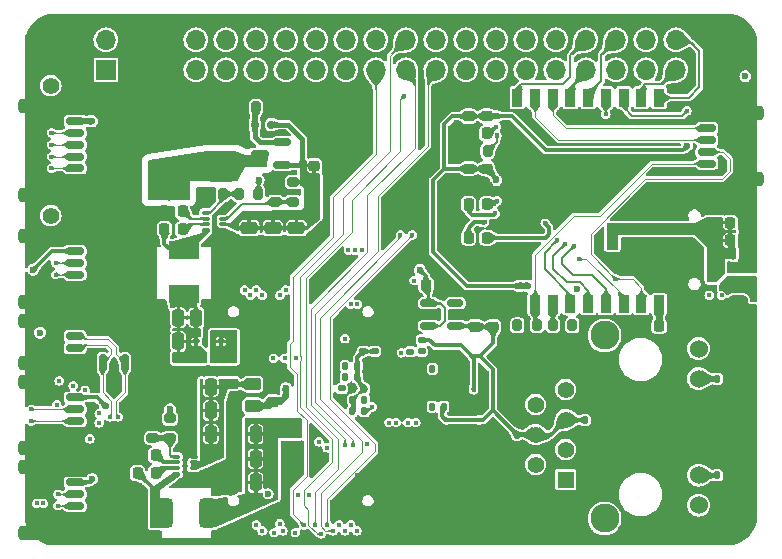
<source format=gbl>
G04 #@! TF.GenerationSoftware,KiCad,Pcbnew,8.0.7*
G04 #@! TF.CreationDate,2025-12-07T18:06:09-08:00*
G04 #@! TF.ProjectId,Pivot_Base,5069766f-745f-4426-9173-652e6b696361,rev?*
G04 #@! TF.SameCoordinates,Original*
G04 #@! TF.FileFunction,Copper,L6,Bot*
G04 #@! TF.FilePolarity,Positive*
%FSLAX46Y46*%
G04 Gerber Fmt 4.6, Leading zero omitted, Abs format (unit mm)*
G04 Created by KiCad (PCBNEW 8.0.7) date 2025-12-07 18:06:09*
%MOMM*%
%LPD*%
G01*
G04 APERTURE LIST*
G04 Aperture macros list*
%AMRoundRect*
0 Rectangle with rounded corners*
0 $1 Rounding radius*
0 $2 $3 $4 $5 $6 $7 $8 $9 X,Y pos of 4 corners*
0 Add a 4 corners polygon primitive as box body*
4,1,4,$2,$3,$4,$5,$6,$7,$8,$9,$2,$3,0*
0 Add four circle primitives for the rounded corners*
1,1,$1+$1,$2,$3*
1,1,$1+$1,$4,$5*
1,1,$1+$1,$6,$7*
1,1,$1+$1,$8,$9*
0 Add four rect primitives between the rounded corners*
20,1,$1+$1,$2,$3,$4,$5,0*
20,1,$1+$1,$4,$5,$6,$7,0*
20,1,$1+$1,$6,$7,$8,$9,0*
20,1,$1+$1,$8,$9,$2,$3,0*%
G04 Aperture macros list end*
G04 #@! TA.AperFunction,SMDPad,CuDef*
%ADD10RoundRect,0.150000X0.587500X0.150000X-0.587500X0.150000X-0.587500X-0.150000X0.587500X-0.150000X0*%
G04 #@! TD*
G04 #@! TA.AperFunction,ComponentPad*
%ADD11C,3.800000*%
G04 #@! TD*
G04 #@! TA.AperFunction,ComponentPad*
%ADD12C,2.445000*%
G04 #@! TD*
G04 #@! TA.AperFunction,ComponentPad*
%ADD13C,1.530000*%
G04 #@! TD*
G04 #@! TA.AperFunction,ComponentPad*
%ADD14C,1.398000*%
G04 #@! TD*
G04 #@! TA.AperFunction,ComponentPad*
%ADD15R,1.398000X1.398000*%
G04 #@! TD*
G04 #@! TA.AperFunction,ComponentPad*
%ADD16O,1.800000X1.000000*%
G04 #@! TD*
G04 #@! TA.AperFunction,ComponentPad*
%ADD17O,2.100000X1.000000*%
G04 #@! TD*
G04 #@! TA.AperFunction,ComponentPad*
%ADD18R,1.700000X1.700000*%
G04 #@! TD*
G04 #@! TA.AperFunction,ComponentPad*
%ADD19O,1.700000X1.700000*%
G04 #@! TD*
G04 #@! TA.AperFunction,ComponentPad*
%ADD20C,3.500000*%
G04 #@! TD*
G04 #@! TA.AperFunction,ComponentPad*
%ADD21RoundRect,0.770000X0.980000X-0.980000X0.980000X0.980000X-0.980000X0.980000X-0.980000X-0.980000X0*%
G04 #@! TD*
G04 #@! TA.AperFunction,ComponentPad*
%ADD22C,1.400000*%
G04 #@! TD*
G04 #@! TA.AperFunction,HeatsinkPad*
%ADD23C,0.500000*%
G04 #@! TD*
G04 #@! TA.AperFunction,HeatsinkPad*
%ADD24R,2.500000X2.500000*%
G04 #@! TD*
G04 #@! TA.AperFunction,SMDPad,CuDef*
%ADD25RoundRect,0.250000X0.250000X0.475000X-0.250000X0.475000X-0.250000X-0.475000X0.250000X-0.475000X0*%
G04 #@! TD*
G04 #@! TA.AperFunction,SMDPad,CuDef*
%ADD26RoundRect,0.135000X-0.185000X0.135000X-0.185000X-0.135000X0.185000X-0.135000X0.185000X0.135000X0*%
G04 #@! TD*
G04 #@! TA.AperFunction,SMDPad,CuDef*
%ADD27RoundRect,0.135000X0.135000X0.185000X-0.135000X0.185000X-0.135000X-0.185000X0.135000X-0.185000X0*%
G04 #@! TD*
G04 #@! TA.AperFunction,SMDPad,CuDef*
%ADD28RoundRect,0.225000X0.225000X0.250000X-0.225000X0.250000X-0.225000X-0.250000X0.225000X-0.250000X0*%
G04 #@! TD*
G04 #@! TA.AperFunction,SMDPad,CuDef*
%ADD29RoundRect,0.150000X-0.625000X0.150000X-0.625000X-0.150000X0.625000X-0.150000X0.625000X0.150000X0*%
G04 #@! TD*
G04 #@! TA.AperFunction,SMDPad,CuDef*
%ADD30RoundRect,0.250000X-0.650000X0.350000X-0.650000X-0.350000X0.650000X-0.350000X0.650000X0.350000X0*%
G04 #@! TD*
G04 #@! TA.AperFunction,SMDPad,CuDef*
%ADD31RoundRect,0.200000X-0.200000X-0.275000X0.200000X-0.275000X0.200000X0.275000X-0.200000X0.275000X0*%
G04 #@! TD*
G04 #@! TA.AperFunction,SMDPad,CuDef*
%ADD32RoundRect,0.250000X0.450000X-0.262500X0.450000X0.262500X-0.450000X0.262500X-0.450000X-0.262500X0*%
G04 #@! TD*
G04 #@! TA.AperFunction,SMDPad,CuDef*
%ADD33RoundRect,0.200000X-0.275000X0.200000X-0.275000X-0.200000X0.275000X-0.200000X0.275000X0.200000X0*%
G04 #@! TD*
G04 #@! TA.AperFunction,SMDPad,CuDef*
%ADD34RoundRect,0.150000X0.625000X-0.150000X0.625000X0.150000X-0.625000X0.150000X-0.625000X-0.150000X0*%
G04 #@! TD*
G04 #@! TA.AperFunction,SMDPad,CuDef*
%ADD35RoundRect,0.250000X0.650000X-0.350000X0.650000X0.350000X-0.650000X0.350000X-0.650000X-0.350000X0*%
G04 #@! TD*
G04 #@! TA.AperFunction,SMDPad,CuDef*
%ADD36RoundRect,0.140000X-0.170000X0.140000X-0.170000X-0.140000X0.170000X-0.140000X0.170000X0.140000X0*%
G04 #@! TD*
G04 #@! TA.AperFunction,SMDPad,CuDef*
%ADD37RoundRect,0.050000X0.285000X0.100000X-0.285000X0.100000X-0.285000X-0.100000X0.285000X-0.100000X0*%
G04 #@! TD*
G04 #@! TA.AperFunction,SMDPad,CuDef*
%ADD38RoundRect,0.112500X0.187500X0.112500X-0.187500X0.112500X-0.187500X-0.112500X0.187500X-0.112500X0*%
G04 #@! TD*
G04 #@! TA.AperFunction,SMDPad,CuDef*
%ADD39RoundRect,0.140000X-0.140000X-0.170000X0.140000X-0.170000X0.140000X0.170000X-0.140000X0.170000X0*%
G04 #@! TD*
G04 #@! TA.AperFunction,SMDPad,CuDef*
%ADD40RoundRect,0.250000X-0.475000X0.250000X-0.475000X-0.250000X0.475000X-0.250000X0.475000X0.250000X0*%
G04 #@! TD*
G04 #@! TA.AperFunction,SMDPad,CuDef*
%ADD41RoundRect,0.225000X0.250000X-0.225000X0.250000X0.225000X-0.250000X0.225000X-0.250000X-0.225000X0*%
G04 #@! TD*
G04 #@! TA.AperFunction,SMDPad,CuDef*
%ADD42RoundRect,0.112500X0.112500X-0.187500X0.112500X0.187500X-0.112500X0.187500X-0.112500X-0.187500X0*%
G04 #@! TD*
G04 #@! TA.AperFunction,SMDPad,CuDef*
%ADD43RoundRect,0.225000X-0.225000X-0.250000X0.225000X-0.250000X0.225000X0.250000X-0.225000X0.250000X0*%
G04 #@! TD*
G04 #@! TA.AperFunction,SMDPad,CuDef*
%ADD44RoundRect,0.140000X0.140000X0.170000X-0.140000X0.170000X-0.140000X-0.170000X0.140000X-0.170000X0*%
G04 #@! TD*
G04 #@! TA.AperFunction,SMDPad,CuDef*
%ADD45RoundRect,0.150000X-0.512500X-0.150000X0.512500X-0.150000X0.512500X0.150000X-0.512500X0.150000X0*%
G04 #@! TD*
G04 #@! TA.AperFunction,SMDPad,CuDef*
%ADD46RoundRect,0.225000X-0.250000X0.225000X-0.250000X-0.225000X0.250000X-0.225000X0.250000X0.225000X0*%
G04 #@! TD*
G04 #@! TA.AperFunction,SMDPad,CuDef*
%ADD47RoundRect,0.200000X0.275000X-0.200000X0.275000X0.200000X-0.275000X0.200000X-0.275000X-0.200000X0*%
G04 #@! TD*
G04 #@! TA.AperFunction,SMDPad,CuDef*
%ADD48RoundRect,0.135000X-0.135000X-0.185000X0.135000X-0.185000X0.135000X0.185000X-0.135000X0.185000X0*%
G04 #@! TD*
G04 #@! TA.AperFunction,SMDPad,CuDef*
%ADD49RoundRect,0.150000X-0.150000X-0.200000X0.150000X-0.200000X0.150000X0.200000X-0.150000X0.200000X0*%
G04 #@! TD*
G04 #@! TA.AperFunction,HeatsinkPad*
%ADD50C,0.600000*%
G04 #@! TD*
G04 #@! TA.AperFunction,SMDPad,CuDef*
%ADD51R,2.900000X2.900000*%
G04 #@! TD*
G04 #@! TA.AperFunction,SMDPad,CuDef*
%ADD52R,0.900000X1.500000*%
G04 #@! TD*
G04 #@! TA.AperFunction,SMDPad,CuDef*
%ADD53RoundRect,0.200000X0.200000X0.275000X-0.200000X0.275000X-0.200000X-0.275000X0.200000X-0.275000X0*%
G04 #@! TD*
G04 #@! TA.AperFunction,SMDPad,CuDef*
%ADD54RoundRect,0.250000X-0.900000X1.000000X-0.900000X-1.000000X0.900000X-1.000000X0.900000X1.000000X0*%
G04 #@! TD*
G04 #@! TA.AperFunction,SMDPad,CuDef*
%ADD55RoundRect,0.250000X-0.250000X-0.475000X0.250000X-0.475000X0.250000X0.475000X-0.250000X0.475000X0*%
G04 #@! TD*
G04 #@! TA.AperFunction,SMDPad,CuDef*
%ADD56RoundRect,0.150000X-0.150000X0.587500X-0.150000X-0.587500X0.150000X-0.587500X0.150000X0.587500X0*%
G04 #@! TD*
G04 #@! TA.AperFunction,SMDPad,CuDef*
%ADD57R,2.500000X1.500000*%
G04 #@! TD*
G04 #@! TA.AperFunction,SMDPad,CuDef*
%ADD58RoundRect,0.375000X-0.375000X-0.875000X0.375000X-0.875000X0.375000X0.875000X-0.375000X0.875000X0*%
G04 #@! TD*
G04 #@! TA.AperFunction,ViaPad*
%ADD59C,0.600000*%
G04 #@! TD*
G04 #@! TA.AperFunction,ViaPad*
%ADD60C,0.400000*%
G04 #@! TD*
G04 #@! TA.AperFunction,Conductor*
%ADD61C,0.400000*%
G04 #@! TD*
G04 #@! TA.AperFunction,Conductor*
%ADD62C,0.200000*%
G04 #@! TD*
G04 #@! TA.AperFunction,Conductor*
%ADD63C,0.300000*%
G04 #@! TD*
G04 #@! TA.AperFunction,Conductor*
%ADD64C,0.500000*%
G04 #@! TD*
G04 #@! TA.AperFunction,Conductor*
%ADD65C,0.100000*%
G04 #@! TD*
G04 #@! TA.AperFunction,Conductor*
%ADD66C,0.150000*%
G04 #@! TD*
G04 APERTURE END LIST*
D10*
X169900000Y-111850000D03*
X171775000Y-110900000D03*
X171775000Y-112800000D03*
D11*
X209500000Y-102500000D03*
D12*
X199090000Y-127255000D03*
X199090000Y-142745000D03*
D13*
X207040000Y-128375000D03*
X207040000Y-130915000D03*
X207040000Y-139085000D03*
X207040000Y-141625000D03*
D14*
X193250000Y-130560000D03*
X195790000Y-131830000D03*
X193250000Y-133100000D03*
X195790000Y-134370000D03*
X193250000Y-135640000D03*
X195790000Y-136910000D03*
X193250000Y-138180000D03*
D15*
X195790000Y-139450000D03*
D16*
X210375000Y-115680000D03*
D17*
X206175000Y-115680000D03*
D16*
X210375000Y-124320000D03*
D17*
X206175000Y-124320000D03*
D18*
X156870000Y-104770000D03*
D19*
X156870000Y-102230000D03*
X159410000Y-104770000D03*
X159410000Y-102230000D03*
X161950000Y-104770000D03*
X161950000Y-102230000D03*
X164490000Y-104770000D03*
X164490000Y-102230000D03*
X167030000Y-104770000D03*
X167030000Y-102230000D03*
X169570000Y-104770000D03*
X169570000Y-102230000D03*
X172110000Y-104770000D03*
X172110000Y-102230000D03*
X174650000Y-104770000D03*
X174650000Y-102230000D03*
X177190000Y-104770000D03*
X177190000Y-102230000D03*
X179730000Y-104770000D03*
X179730000Y-102230000D03*
X182270000Y-104770000D03*
X182270000Y-102230000D03*
X184810000Y-104770000D03*
X184810000Y-102230000D03*
X187350000Y-104770000D03*
X187350000Y-102230000D03*
X189890000Y-104770000D03*
X189890000Y-102230000D03*
X192430000Y-104770000D03*
X192430000Y-102230000D03*
X194970000Y-104770000D03*
X194970000Y-102230000D03*
X197510000Y-104770000D03*
X197510000Y-102230000D03*
X200050000Y-104770000D03*
X200050000Y-102230000D03*
X202590000Y-104770000D03*
X202590000Y-102230000D03*
X205130000Y-104770000D03*
X205130000Y-102230000D03*
D11*
X152500000Y-102500000D03*
D20*
X162200000Y-114100000D03*
D21*
X162200000Y-109100000D03*
D22*
X152200000Y-106100000D03*
X152200000Y-117100000D03*
D23*
X180450000Y-132675000D03*
X181450000Y-132675000D03*
X182450000Y-132675000D03*
X180450000Y-131675000D03*
D24*
X181450000Y-131675000D03*
D23*
X181450000Y-131675000D03*
X182450000Y-131675000D03*
X180450000Y-130675000D03*
X181450000Y-130675000D03*
X182450000Y-130675000D03*
D25*
X169550000Y-139700000D03*
X167650000Y-139700000D03*
D26*
X176825000Y-131740000D03*
X176825000Y-132760000D03*
D27*
X209630000Y-139090000D03*
X208610000Y-139090000D03*
D28*
X189125000Y-110150000D03*
X187575000Y-110150000D03*
D29*
X207750000Y-109700000D03*
X207750000Y-110700000D03*
X207750000Y-111700000D03*
X207750000Y-112700000D03*
D30*
X211625000Y-108400000D03*
X211625000Y-114000000D03*
D31*
X168125000Y-115250000D03*
X169775000Y-115250000D03*
D26*
X182650000Y-127600000D03*
X182650000Y-128620000D03*
D32*
X169300000Y-133212500D03*
X169300000Y-131387500D03*
D28*
X161100000Y-138900000D03*
X159550000Y-138900000D03*
D33*
X171200000Y-114275000D03*
X171200000Y-115925000D03*
D34*
X154250000Y-123100000D03*
X154250000Y-122100000D03*
X154250000Y-121100000D03*
X154250000Y-120100000D03*
D35*
X150375000Y-124400000D03*
X150375000Y-118800000D03*
D36*
X183600000Y-127645000D03*
X183600000Y-128605000D03*
D31*
X165125000Y-115250000D03*
X166775000Y-115250000D03*
D37*
X166800000Y-116850000D03*
X166800000Y-117350000D03*
X166800000Y-117850000D03*
X166800000Y-118350000D03*
X165320000Y-118350000D03*
X165320000Y-117850000D03*
X165320000Y-117350000D03*
X165320000Y-116850000D03*
D38*
X166600000Y-127750000D03*
X164500000Y-127750000D03*
D39*
X177779000Y-131750000D03*
X178739000Y-131750000D03*
D40*
X169000000Y-118150000D03*
X169000000Y-120050000D03*
D41*
X171000000Y-132875000D03*
X171000000Y-131325000D03*
D36*
X178667500Y-127625000D03*
X178667500Y-128585000D03*
D31*
X194700000Y-126400000D03*
X196350000Y-126400000D03*
D42*
X210000000Y-122650000D03*
X210000000Y-120550000D03*
D43*
X187575000Y-118975000D03*
X189125000Y-118975000D03*
D27*
X185535000Y-130075000D03*
X184515000Y-130075000D03*
D34*
X154250000Y-142700000D03*
X154250000Y-141700000D03*
X154250000Y-140700000D03*
X154250000Y-139700000D03*
D35*
X150375000Y-144000000D03*
X150375000Y-138400000D03*
D44*
X185467500Y-133275000D03*
X184507500Y-133275000D03*
D45*
X184175000Y-126425000D03*
X184175000Y-125475000D03*
X184175000Y-124525000D03*
X186450000Y-124525000D03*
X186450000Y-126425000D03*
D44*
X191670000Y-135640000D03*
X190710000Y-135640000D03*
D37*
X164300000Y-137500000D03*
X164300000Y-138000000D03*
X164300000Y-138500000D03*
X164300000Y-139000000D03*
X162820000Y-139000000D03*
X162820000Y-138500000D03*
X162820000Y-138000000D03*
X162820000Y-137500000D03*
D46*
X187600000Y-107125000D03*
X187600000Y-108675000D03*
D39*
X197420000Y-134400000D03*
X198380000Y-134400000D03*
D47*
X162300000Y-135925000D03*
X162300000Y-134275000D03*
D28*
X203700000Y-126475000D03*
X202150000Y-126475000D03*
D27*
X178749000Y-132700000D03*
X177729000Y-132700000D03*
D25*
X163000000Y-125750000D03*
X161100000Y-125750000D03*
D46*
X174500000Y-111325000D03*
X174500000Y-112875000D03*
D48*
X177129000Y-130795000D03*
X178149000Y-130795000D03*
D46*
X189100000Y-113125000D03*
X189100000Y-114675000D03*
D49*
X170875000Y-109400000D03*
X169475000Y-109400000D03*
D46*
X167600000Y-131325000D03*
X167600000Y-132875000D03*
D50*
X198050000Y-113800000D03*
X196950000Y-113800000D03*
X198600000Y-114350000D03*
X197500000Y-114350000D03*
X196400000Y-114350000D03*
X198050000Y-114900000D03*
D51*
X197500000Y-114900000D03*
D50*
X196950000Y-114900000D03*
X198600000Y-115450000D03*
X197500000Y-115450000D03*
X196400000Y-115450000D03*
X198050000Y-116000000D03*
X196950000Y-116000000D03*
D52*
X203700000Y-107110000D03*
X202200000Y-107110000D03*
X200700000Y-107110000D03*
X199200000Y-107110000D03*
X197700000Y-107110000D03*
X196200000Y-107110000D03*
X194700000Y-107110000D03*
X193200000Y-107110000D03*
X191700000Y-107110000D03*
X191700000Y-124610000D03*
X193200000Y-124610000D03*
X194700000Y-124610000D03*
X196200000Y-124610000D03*
X197700000Y-124610000D03*
X199200000Y-124610000D03*
X200700000Y-124610000D03*
X202200000Y-124610000D03*
X203700000Y-124610000D03*
D43*
X209725000Y-117700000D03*
X211275000Y-117700000D03*
D33*
X160800000Y-134275000D03*
X160800000Y-135925000D03*
D28*
X163375000Y-118250000D03*
X161825000Y-118250000D03*
D53*
X193350000Y-126400000D03*
X191700000Y-126400000D03*
D54*
X166600000Y-108650000D03*
X166600000Y-112950000D03*
D28*
X189125000Y-116125000D03*
X187575000Y-116125000D03*
D40*
X171000000Y-118150000D03*
X171000000Y-120050000D03*
D55*
X164500000Y-125750000D03*
X166400000Y-125750000D03*
D43*
X209725000Y-119200000D03*
X211275000Y-119200000D03*
D34*
X154250000Y-128300000D03*
X154250000Y-127300000D03*
D35*
X150375000Y-129600000D03*
X150375000Y-126000000D03*
D25*
X163000000Y-127750000D03*
X161100000Y-127750000D03*
D28*
X161100000Y-137400000D03*
X159550000Y-137400000D03*
D34*
X154250000Y-114100000D03*
X154250000Y-113100000D03*
X154250000Y-112100000D03*
X154250000Y-111100000D03*
X154250000Y-110100000D03*
X154250000Y-109100000D03*
D35*
X150375000Y-115400000D03*
X150375000Y-107800000D03*
D25*
X165750000Y-133600000D03*
X163850000Y-133600000D03*
X169550000Y-135600000D03*
X167650000Y-135600000D03*
D56*
X156587500Y-129600000D03*
X158487500Y-129600000D03*
X157537500Y-131475000D03*
D41*
X189650000Y-126500000D03*
X189650000Y-124950000D03*
X187600000Y-114675000D03*
X187600000Y-113125000D03*
D27*
X209630000Y-130920000D03*
X208610000Y-130920000D03*
D53*
X189175000Y-111650000D03*
X187525000Y-111650000D03*
D47*
X172700000Y-115925000D03*
X172700000Y-114275000D03*
D36*
X179617500Y-127625000D03*
X179617500Y-128585000D03*
D48*
X177129293Y-129854293D03*
X178149293Y-129854293D03*
D41*
X188150000Y-126500000D03*
X188150000Y-124950000D03*
D57*
X163450000Y-120050000D03*
X163450000Y-123750000D03*
D27*
X178750000Y-133650000D03*
X177730000Y-133650000D03*
D40*
X173000000Y-118150000D03*
X173000000Y-120050000D03*
D34*
X154250000Y-135500000D03*
X154250000Y-134500000D03*
X154250000Y-133500000D03*
X154250000Y-132500000D03*
D35*
X150375000Y-136800000D03*
X150375000Y-131200000D03*
D53*
X171225000Y-107925000D03*
X169575000Y-107925000D03*
D58*
X161800000Y-142300000D03*
X165500000Y-142300000D03*
D28*
X163375000Y-116750000D03*
X161825000Y-116750000D03*
D25*
X169550000Y-137700000D03*
X167650000Y-137700000D03*
D43*
X183975000Y-123000000D03*
X185525000Y-123000000D03*
D41*
X189100000Y-108675000D03*
X189100000Y-107125000D03*
D25*
X165750000Y-131600000D03*
X163850000Y-131600000D03*
X165750000Y-135600000D03*
X163850000Y-135600000D03*
D11*
X158350000Y-141500000D03*
X188350000Y-141500000D03*
D59*
X174500000Y-110600000D03*
X158600000Y-120900000D03*
X167000000Y-123700000D03*
X167000000Y-120200000D03*
X159500000Y-144300000D03*
D60*
X179617500Y-127625000D03*
D59*
X165800000Y-139600000D03*
X209100000Y-112800000D03*
X160700000Y-121600000D03*
X185000000Y-125475000D03*
D60*
X157340000Y-130510000D03*
D59*
X167000000Y-121600000D03*
X160000000Y-119500000D03*
X151700000Y-114100000D03*
X170300000Y-119300000D03*
X169000000Y-119300000D03*
X150550000Y-135500000D03*
X167000000Y-122300000D03*
D60*
X190150000Y-135650000D03*
D59*
X167600000Y-133300000D03*
X186600000Y-116000000D03*
X176200000Y-109800000D03*
X171200000Y-114275000D03*
X165100000Y-139600000D03*
X160700000Y-123000000D03*
X209300000Y-109700000D03*
X170600000Y-140650000D03*
X165125000Y-115250000D03*
X157540000Y-124780000D03*
D60*
X156937500Y-134664983D03*
D59*
X159300000Y-123000000D03*
X171000000Y-131325000D03*
X168500000Y-144300000D03*
X187900000Y-114675000D03*
X176600000Y-120500000D03*
D60*
X158137500Y-134659559D03*
D59*
X152900000Y-142700000D03*
X160700000Y-122300000D03*
X166500000Y-140300000D03*
X152950000Y-123100000D03*
X152700000Y-129450000D03*
X178250000Y-139176500D03*
X159300000Y-119500000D03*
X176200000Y-111900000D03*
X167100000Y-144300000D03*
X160700000Y-124400000D03*
X160000000Y-123700000D03*
X160700000Y-120200000D03*
X166300000Y-120900000D03*
X167700000Y-119500000D03*
X167000000Y-124400000D03*
X167100000Y-143600000D03*
X174350000Y-136700000D03*
X168500000Y-143600000D03*
X160200000Y-144300000D03*
X158600000Y-119500000D03*
X166300000Y-123000000D03*
X181300000Y-123700000D03*
X172500000Y-119300000D03*
X168400000Y-108600000D03*
X203000000Y-119500000D03*
X160700000Y-119500000D03*
X167800000Y-144300000D03*
X160700000Y-123700000D03*
X160000000Y-120900000D03*
X163700000Y-139600000D03*
X163850000Y-133550000D03*
X159300000Y-120900000D03*
X171600000Y-124640000D03*
X160700000Y-120900000D03*
X166300000Y-121600000D03*
X172300000Y-107900000D03*
X160800000Y-133500000D03*
X163850000Y-131600000D03*
X166300000Y-123700000D03*
X166300000Y-124400000D03*
X166300000Y-119500000D03*
X159300000Y-124400000D03*
X167700000Y-120200000D03*
X176200000Y-113000000D03*
X194250000Y-114550000D03*
X163850000Y-135600000D03*
X164900000Y-108600000D03*
X167650000Y-137700000D03*
X160000000Y-123000000D03*
X159300000Y-121600000D03*
X166500000Y-138900000D03*
X166300000Y-120200000D03*
X201000000Y-126500000D03*
X158600000Y-120200000D03*
X160000000Y-124400000D03*
X167600000Y-140300000D03*
X172300000Y-139350000D03*
X165800000Y-138900000D03*
X167000000Y-123000000D03*
D60*
X178080000Y-127605000D03*
D59*
X166500000Y-139600000D03*
X158600000Y-123000000D03*
X160000000Y-122300000D03*
X166300000Y-122300000D03*
X159300000Y-120200000D03*
X158600000Y-121600000D03*
X167650000Y-135600000D03*
X159300000Y-123700000D03*
X208800000Y-105100000D03*
X167000000Y-119500000D03*
X159300000Y-122300000D03*
X186600000Y-109392894D03*
X158600000Y-122300000D03*
X182000000Y-123400000D03*
X164400000Y-139600000D03*
X176200000Y-110900000D03*
X176200000Y-114100000D03*
X190750000Y-124750000D03*
X160000000Y-120200000D03*
X185200000Y-117700000D03*
X165100000Y-138900000D03*
X160200000Y-143600000D03*
X167000000Y-120900000D03*
X160000000Y-121600000D03*
D60*
X177779000Y-131750000D03*
D59*
X167800000Y-143600000D03*
X173100000Y-134700000D03*
X189926130Y-114097270D03*
D60*
X178980000Y-136480000D03*
D59*
X171700000Y-134700000D03*
X191700000Y-126400000D03*
X189950000Y-108675000D03*
X206050000Y-111200000D03*
D60*
X178750000Y-131600000D03*
D59*
X203700000Y-125700000D03*
X172400000Y-134700000D03*
X196750000Y-123300000D03*
X171700000Y-135400000D03*
X203700000Y-125000000D03*
X196350000Y-126400000D03*
X191800000Y-123050000D03*
X192600000Y-123050000D03*
X162300000Y-133500000D03*
D60*
X179617500Y-128585000D03*
X182950000Y-122600000D03*
D59*
X172400000Y-135400000D03*
X173100000Y-135400000D03*
D60*
X188520000Y-134400000D03*
X188000000Y-129020000D03*
X185640000Y-134400000D03*
X188000000Y-131850000D03*
D59*
X199750000Y-119500000D03*
X208500000Y-121750000D03*
X208500000Y-120500000D03*
X208500000Y-119250000D03*
X208500000Y-118000000D03*
X211500000Y-123300000D03*
X211500000Y-122600000D03*
X172100000Y-132350000D03*
X167600000Y-128350000D03*
X166850000Y-129100000D03*
X211000000Y-105300000D03*
X172100000Y-131700000D03*
X167600000Y-127600000D03*
X166100000Y-129100000D03*
X167600000Y-129100000D03*
X183450000Y-121700000D03*
D60*
X184507500Y-133275000D03*
X183600000Y-128605000D03*
X177100000Y-127525000D03*
X180825000Y-134625000D03*
X182650000Y-128600000D03*
X174700000Y-114100000D03*
X181881801Y-128731801D03*
X176825000Y-131740000D03*
X184515000Y-130075000D03*
X181425000Y-134625000D03*
X172950000Y-129185000D03*
X152600000Y-121100000D03*
X168600000Y-123400000D03*
X177130000Y-130795000D03*
X177600000Y-124600000D03*
X151550003Y-141450000D03*
X169600000Y-123400000D03*
X150550000Y-133500000D03*
X172000000Y-129185000D03*
X182417155Y-134632842D03*
X177130000Y-129855000D03*
X178550000Y-120050000D03*
X170100000Y-123850000D03*
X150550000Y-134500000D03*
X177392155Y-120042158D03*
X177950000Y-120050000D03*
X178749000Y-132700000D03*
X179400000Y-133300000D03*
X169100000Y-123850000D03*
X152600000Y-122100000D03*
X171050000Y-129185000D03*
X183100000Y-134625000D03*
X151000000Y-141450000D03*
X178150003Y-124600000D03*
X152700000Y-133100000D03*
X177600000Y-143300000D03*
X152800000Y-141650000D03*
X169600000Y-143300000D03*
X178100000Y-143800000D03*
X177100000Y-136500000D03*
X177100000Y-143800000D03*
X171100000Y-143950000D03*
X152250000Y-111100000D03*
X182100000Y-107000000D03*
X174600000Y-143300000D03*
X175592157Y-136757843D03*
X209000000Y-123850000D03*
X157187500Y-134150000D03*
X176600000Y-143300000D03*
X173100000Y-140750000D03*
X156300000Y-134650000D03*
X155500000Y-136000000D03*
X174100000Y-140750000D03*
X156300000Y-133850000D03*
X155100000Y-131900000D03*
X175100000Y-144050000D03*
X177800000Y-136500000D03*
X152800000Y-140700000D03*
X170100000Y-143800000D03*
X154100000Y-131500000D03*
X171850000Y-143800000D03*
X152250000Y-113100000D03*
X207950000Y-123850000D03*
X174900000Y-136250000D03*
X152900000Y-131100000D03*
X173600000Y-143300000D03*
X152250000Y-110100000D03*
X172900000Y-143950000D03*
X157887500Y-134150000D03*
X171587797Y-143177498D03*
X152250000Y-112100000D03*
D59*
X163600000Y-129100000D03*
X155700000Y-139400000D03*
X151273368Y-127009468D03*
X164300000Y-129100000D03*
X155700000Y-109100000D03*
X150700000Y-121700000D03*
X165000000Y-129100000D03*
X156837500Y-133250000D03*
X169800000Y-114100000D03*
X162900000Y-129100000D03*
D60*
X196500000Y-119700000D03*
X195700000Y-119550000D03*
X195075000Y-119175000D03*
X188925000Y-117675000D03*
X194050000Y-117750000D03*
X189850000Y-116925000D03*
X189975000Y-115850000D03*
X189925000Y-109575000D03*
X189968674Y-110310715D03*
X176100000Y-143800000D03*
X181800000Y-118750000D03*
X182800000Y-118750000D03*
X175600000Y-143300000D03*
X200000000Y-122473500D03*
X206050000Y-108225000D03*
X171600000Y-123850000D03*
X196919539Y-120800000D03*
X199200000Y-108500000D03*
X172100000Y-123400000D03*
D61*
X171775000Y-112800000D02*
X173200000Y-112800000D01*
X173200000Y-112800000D02*
X173500000Y-112500000D01*
X173500000Y-112500000D02*
X173500000Y-110600000D01*
X172300000Y-109400000D02*
X170875000Y-109400000D01*
X173500000Y-110600000D02*
X172300000Y-109400000D01*
X169475000Y-110475000D02*
X169900000Y-110900000D01*
X169900000Y-110900000D02*
X171775000Y-110900000D01*
D62*
X189100000Y-107125000D02*
X187600000Y-107125000D01*
D63*
X187600000Y-114675000D02*
X187900000Y-114675000D01*
X171000000Y-120050000D02*
X171000000Y-120000000D01*
D62*
X179617500Y-127625000D02*
X178667500Y-127625000D01*
X176825000Y-132704000D02*
X177779000Y-131750000D01*
D63*
X154250000Y-135500000D02*
X150550000Y-135500000D01*
D61*
X202150000Y-126475000D02*
X201025000Y-126475000D01*
D62*
X178670000Y-127645000D02*
X178650000Y-127625000D01*
D63*
X187575000Y-110150000D02*
X187575000Y-111600000D01*
D62*
X166800000Y-116850000D02*
X166310000Y-116850000D01*
D63*
X190160000Y-135640000D02*
X190150000Y-135650000D01*
X187900000Y-114675000D02*
X189100000Y-114675000D01*
X169000000Y-120050000D02*
X169000000Y-119300000D01*
X187575000Y-111600000D02*
X187525000Y-111650000D01*
X167600000Y-132875000D02*
X167600000Y-133300000D01*
D62*
X166060000Y-117920650D02*
X166489350Y-118350000D01*
D63*
X171000000Y-120000000D02*
X170300000Y-119300000D01*
X154250000Y-123100000D02*
X152950000Y-123100000D01*
X173000000Y-119800000D02*
X172500000Y-119300000D01*
D62*
X166310000Y-116850000D02*
X166060000Y-117100000D01*
D64*
X154250000Y-114100000D02*
X151700000Y-114100000D01*
D62*
X166489350Y-118350000D02*
X166800000Y-118350000D01*
D63*
X173000000Y-120050000D02*
X173000000Y-119800000D01*
X160800000Y-134275000D02*
X160800000Y-133500000D01*
X187357106Y-110150000D02*
X186600000Y-109392894D01*
D61*
X185000000Y-125475000D02*
X184175000Y-125475000D01*
D62*
X178667500Y-127625000D02*
X178100000Y-127625000D01*
X166060000Y-117100000D02*
X166060000Y-117920650D01*
D63*
X152900000Y-142700000D02*
X154250000Y-142700000D01*
D61*
X201025000Y-126475000D02*
X201000000Y-126500000D01*
D62*
X176825000Y-132760000D02*
X176825000Y-132704000D01*
D63*
X187575000Y-110150000D02*
X187357106Y-110150000D01*
X190710000Y-135640000D02*
X190160000Y-135640000D01*
D62*
X178679000Y-131750000D02*
X177729000Y-132700000D01*
D63*
X187400000Y-123050000D02*
X191800000Y-123050000D01*
X178149000Y-131050000D02*
X178849000Y-131750000D01*
X194100000Y-111550000D02*
X191225000Y-108675000D01*
D62*
X162300000Y-134275000D02*
X162300000Y-133500000D01*
D63*
X177839000Y-133649000D02*
X177840000Y-133650000D01*
X189926130Y-113951130D02*
X189100000Y-113125000D01*
D61*
X203700000Y-126475000D02*
X203700000Y-125700000D01*
D63*
X178149293Y-129854293D02*
X178149293Y-129103207D01*
D61*
X203700000Y-125700000D02*
X203700000Y-125000000D01*
D63*
X206050000Y-111200000D02*
X205700000Y-111550000D01*
X187600000Y-113125000D02*
X185525000Y-113125000D01*
X177899000Y-132700000D02*
X177839000Y-132700000D01*
X205700000Y-111550000D02*
X194100000Y-111550000D01*
D64*
X192600000Y-123050000D02*
X191800000Y-123050000D01*
D63*
X178149000Y-130795000D02*
X178149000Y-131050000D01*
X185500000Y-113150000D02*
X185185000Y-113465000D01*
X185525000Y-113125000D02*
X185185000Y-113465000D01*
D62*
X179617500Y-128585000D02*
X178667500Y-128585000D01*
D63*
X191225000Y-108675000D02*
X189950000Y-108675000D01*
X189926130Y-114097270D02*
X189926130Y-113951130D01*
X187600000Y-113125000D02*
X189100000Y-113125000D01*
D61*
X203700000Y-125000000D02*
X203700000Y-124610000D01*
D63*
X185185000Y-113465000D02*
X184550000Y-114100000D01*
D62*
X178739000Y-131750000D02*
X178679000Y-131750000D01*
D63*
X187600000Y-108675000D02*
X186205000Y-108675000D01*
X178149293Y-129854293D02*
X178149293Y-130794707D01*
X177839000Y-132700000D02*
X177839000Y-133649000D01*
D62*
X189100000Y-108675000D02*
X187600000Y-108675000D01*
D63*
X178149293Y-129103207D02*
X178667500Y-128585000D01*
X184550000Y-120200000D02*
X187400000Y-123050000D01*
D62*
X189100000Y-108675000D02*
X189950000Y-108675000D01*
D63*
X178149293Y-130794707D02*
X178149000Y-130795000D01*
X185500000Y-109380000D02*
X185500000Y-113150000D01*
X184550000Y-114100000D02*
X184550000Y-120200000D01*
X186205000Y-108675000D02*
X185500000Y-109380000D01*
X189630000Y-130130000D02*
X189630000Y-133600000D01*
X184700000Y-128100000D02*
X184245000Y-127645000D01*
X188500000Y-134380000D02*
X188520000Y-134400000D01*
X186450000Y-126425000D02*
X188075000Y-126425000D01*
X185300000Y-134060000D02*
X185300000Y-133442500D01*
X185300000Y-133442500D02*
X185467500Y-133275000D01*
X191670000Y-135640000D02*
X193250000Y-135640000D01*
X188150000Y-126500000D02*
X189650000Y-126500000D01*
X189650000Y-127890000D02*
X189650000Y-126500000D01*
X188520000Y-129020000D02*
X189650000Y-127890000D01*
X189650000Y-126500000D02*
X189700000Y-126500000D01*
X188075000Y-126425000D02*
X188150000Y-126500000D01*
X187820000Y-129020000D02*
X186900000Y-128100000D01*
X186900000Y-128100000D02*
X184700000Y-128100000D01*
X191670000Y-135640000D02*
X189630000Y-133600000D01*
X185640000Y-134400000D02*
X185300000Y-134060000D01*
X185640000Y-134400000D02*
X188520000Y-134400000D01*
X188830000Y-134400000D02*
X189630000Y-133600000D01*
X195820000Y-134400000D02*
X195790000Y-134370000D01*
X197420000Y-134400000D02*
X195820000Y-134400000D01*
X184245000Y-127645000D02*
X183600000Y-127645000D01*
X188000000Y-129020000D02*
X188520000Y-129020000D01*
X193250000Y-135640000D02*
X194520000Y-135640000D01*
X194520000Y-135640000D02*
X195790000Y-134370000D01*
X188520000Y-129020000D02*
X189630000Y-130130000D01*
X188000000Y-129020000D02*
X187820000Y-129020000D01*
X188000000Y-129020000D02*
X188000000Y-131850000D01*
X188520000Y-134400000D02*
X188830000Y-134400000D01*
X210000000Y-120550000D02*
X210000000Y-119475000D01*
X209725000Y-117700000D02*
X209725000Y-119200000D01*
D61*
X170662500Y-133212500D02*
X171000000Y-132875000D01*
D62*
X184175000Y-124525000D02*
X184175000Y-123200000D01*
D61*
X172100000Y-131700000D02*
X172100000Y-132350000D01*
D63*
X183975000Y-123000000D02*
X183975000Y-122225000D01*
D61*
X169300000Y-133212500D02*
X170662500Y-133212500D01*
D62*
X183975000Y-124325000D02*
X184175000Y-124525000D01*
D61*
X172100000Y-132350000D02*
X171575000Y-132875000D01*
D62*
X184175000Y-124525000D02*
X185175000Y-124525000D01*
X185125000Y-126425000D02*
X184175000Y-126425000D01*
X184175000Y-123200000D02*
X183975000Y-123000000D01*
D63*
X183975000Y-122225000D02*
X183450000Y-121700000D01*
D61*
X171575000Y-132875000D02*
X171000000Y-132875000D01*
D62*
X185550000Y-126000000D02*
X185125000Y-126425000D01*
X185550000Y-126000000D02*
X185550000Y-124900000D01*
X185550000Y-124900000D02*
X185175000Y-124525000D01*
D61*
X207045000Y-130920000D02*
X207040000Y-130915000D01*
X208610000Y-130920000D02*
X207045000Y-130920000D01*
X207045000Y-139090000D02*
X207040000Y-139085000D01*
X208610000Y-139090000D02*
X207045000Y-139090000D01*
D62*
X165320000Y-117350000D02*
X163975000Y-117350000D01*
X163975000Y-117350000D02*
X163375000Y-116750000D01*
D65*
X154250000Y-121100000D02*
X152600000Y-121100000D01*
X154250000Y-133500000D02*
X150550000Y-133500000D01*
X154250000Y-134500000D02*
X150550000Y-134500000D01*
D66*
X178860000Y-133650000D02*
X179050000Y-133650000D01*
X179050000Y-133650000D02*
X179400000Y-133300000D01*
D65*
X154250000Y-122100000D02*
X152600000Y-122100000D01*
X152850000Y-141700000D02*
X152800000Y-141650000D01*
X154250000Y-141700000D02*
X152850000Y-141700000D01*
X179000000Y-120200000D02*
X179000000Y-115400000D01*
X174225000Y-133125000D02*
X174225000Y-124975000D01*
X177100000Y-136500000D02*
X177100000Y-136000000D01*
X179000000Y-115400000D02*
X183000000Y-111400000D01*
X183000000Y-111400000D02*
X183000000Y-105500000D01*
X183000000Y-105500000D02*
X182270000Y-104770000D01*
X177100000Y-136000000D02*
X174225000Y-133125000D01*
X174225000Y-124975000D02*
X179000000Y-120200000D01*
X154250000Y-111100000D02*
X152250000Y-111100000D01*
X174600000Y-140500000D02*
X176500000Y-138600000D01*
X173800000Y-122400000D02*
X177700000Y-118500000D01*
X181800000Y-111650000D02*
X181800000Y-107300000D01*
X173800000Y-133300000D02*
X173800000Y-122400000D01*
X181800000Y-107300000D02*
X182100000Y-107000000D01*
X176500000Y-136000000D02*
X173800000Y-133300000D01*
X176500000Y-138600000D02*
X176500000Y-136000000D01*
X174600000Y-143300000D02*
X174600000Y-140500000D01*
X177700000Y-115750000D02*
X181800000Y-111650000D01*
X177700000Y-118500000D02*
X177700000Y-115750000D01*
X157337500Y-128850000D02*
X157337500Y-128420344D01*
X157337500Y-128420344D02*
X156942156Y-128025000D01*
X154725000Y-128300000D02*
X154250000Y-128300000D01*
X156587500Y-129600000D02*
X157337500Y-128850000D01*
X157337500Y-134000000D02*
X157187500Y-134150000D01*
X156942156Y-128025000D02*
X155000000Y-128025000D01*
X156587500Y-129600000D02*
X156587500Y-132050000D01*
X157337500Y-132800000D02*
X157337500Y-134000000D01*
X155000000Y-128025000D02*
X154725000Y-128300000D01*
X156587500Y-132050000D02*
X157337500Y-132800000D01*
X173300000Y-133300000D02*
X173300000Y-129400686D01*
X174784314Y-144050000D02*
X174000000Y-143265686D01*
X173600000Y-141600000D02*
X173600000Y-140350000D01*
X173300000Y-129400686D02*
X173350000Y-129350686D01*
X173300000Y-122300000D02*
X176900000Y-118700000D01*
X173600000Y-140350000D02*
X176000000Y-137950000D01*
X174000000Y-142000000D02*
X173600000Y-141600000D01*
X180900000Y-103600000D02*
X182270000Y-102230000D01*
X175100000Y-144050000D02*
X174784314Y-144050000D01*
X174000000Y-143265686D02*
X174000000Y-142000000D01*
X173300000Y-128969314D02*
X173300000Y-122300000D01*
X176000000Y-137950000D02*
X176000000Y-136000000D01*
X180900000Y-111600000D02*
X180900000Y-103600000D01*
X176900000Y-118700000D02*
X176900000Y-115600000D01*
X176900000Y-115600000D02*
X180900000Y-111600000D01*
X176000000Y-136000000D02*
X173300000Y-133300000D01*
X173350000Y-129350686D02*
X173350000Y-129019314D01*
X173350000Y-129019314D02*
X173300000Y-128969314D01*
X179900000Y-119600000D02*
X179900000Y-115450000D01*
X177800000Y-136100000D02*
X174600000Y-132900000D01*
X179900000Y-115450000D02*
X184150000Y-111200000D01*
X177800000Y-136500000D02*
X177800000Y-136100000D01*
X179900000Y-120100000D02*
X179900000Y-119600000D01*
X184150000Y-105430000D02*
X184810000Y-104770000D01*
X184150000Y-111200000D02*
X184150000Y-105430000D01*
X174600000Y-125400000D02*
X179900000Y-120100000D01*
X174600000Y-132900000D02*
X174600000Y-125400000D01*
X154250000Y-140700000D02*
X152800000Y-140700000D01*
X154250000Y-113100000D02*
X152250000Y-113100000D01*
X172700000Y-127700000D02*
X172700000Y-122300000D01*
X172450000Y-127950000D02*
X172700000Y-127700000D01*
X179730000Y-111870000D02*
X179730000Y-104770000D01*
X176100000Y-118900000D02*
X176100000Y-115500000D01*
X173850000Y-134450000D02*
X173050000Y-133650000D01*
X172700000Y-140300000D02*
X173850000Y-139150000D01*
X173050000Y-130550000D02*
X172450000Y-129950000D01*
X173850000Y-139150000D02*
X173850000Y-134450000D01*
X173050000Y-133650000D02*
X173050000Y-130550000D01*
X172700000Y-142400000D02*
X172700000Y-140300000D01*
X172450000Y-129950000D02*
X172450000Y-127950000D01*
X172700000Y-122300000D02*
X176100000Y-118900000D01*
X173600000Y-143300000D02*
X172700000Y-142400000D01*
X176100000Y-115500000D02*
X179730000Y-111870000D01*
X154250000Y-110100000D02*
X152250000Y-110100000D01*
X157737500Y-132800000D02*
X157737500Y-134000000D01*
X158487500Y-132050000D02*
X157737500Y-132800000D01*
X154725000Y-127300000D02*
X154250000Y-127300000D01*
X157057844Y-127575000D02*
X155000000Y-127575000D01*
X158487500Y-129600000D02*
X158487500Y-132050000D01*
X158487500Y-129600000D02*
X157737500Y-128850000D01*
X157737500Y-134000000D02*
X157887500Y-134150000D01*
X155000000Y-127575000D02*
X154725000Y-127300000D01*
X157737500Y-128254656D02*
X157057844Y-127575000D01*
X157737500Y-128850000D02*
X157737500Y-128254656D01*
X154250000Y-112100000D02*
X152250000Y-112100000D01*
D62*
X165320000Y-117850000D02*
X163775000Y-117850000D01*
X163775000Y-117850000D02*
X163375000Y-118250000D01*
D63*
X163450000Y-120050000D02*
X162400000Y-120050000D01*
X162400000Y-120050000D02*
X161825000Y-119475000D01*
X161825000Y-119475000D02*
X161825000Y-118250000D01*
D64*
X154250000Y-109100000D02*
X155700000Y-109100000D01*
D63*
X155400000Y-139700000D02*
X155700000Y-139400000D01*
D62*
X169800000Y-114100000D02*
X169800000Y-115225000D01*
D63*
X154250000Y-139700000D02*
X155400000Y-139700000D01*
X156087500Y-132500000D02*
X156837500Y-133250000D01*
X154250000Y-120100000D02*
X152300000Y-120100000D01*
X154250000Y-132500000D02*
X156087500Y-132500000D01*
X152300000Y-120100000D02*
X150700000Y-121700000D01*
D62*
X169800000Y-115225000D02*
X169775000Y-115250000D01*
D61*
X169300000Y-131387500D02*
X167662500Y-131387500D01*
X167662500Y-131387500D02*
X167600000Y-131325000D01*
D63*
X161700000Y-138000000D02*
X161100000Y-137400000D01*
X162820000Y-138000000D02*
X161700000Y-138000000D01*
X160900000Y-140250000D02*
X160900000Y-141400000D01*
X160900000Y-141400000D02*
X161800000Y-142300000D01*
X159550000Y-138900000D02*
X160900000Y-140250000D01*
X161500000Y-138500000D02*
X161100000Y-138900000D01*
X162820000Y-138500000D02*
X161500000Y-138500000D01*
D61*
X169475000Y-109400000D02*
X169475000Y-110475000D01*
X169475000Y-109400000D02*
X169475000Y-108025000D01*
X169475000Y-108025000D02*
X169575000Y-107925000D01*
D62*
X202550000Y-106000000D02*
X202200000Y-106350000D01*
X205130000Y-104770000D02*
X203900000Y-106000000D01*
X203900000Y-106000000D02*
X202550000Y-106000000D01*
X202200000Y-106350000D02*
X202200000Y-107110000D01*
X206240000Y-107110000D02*
X207100000Y-106250000D01*
X207100000Y-103150000D02*
X206180000Y-102230000D01*
X203700000Y-107110000D02*
X206240000Y-107110000D01*
X206180000Y-102230000D02*
X205130000Y-102230000D01*
X207100000Y-106250000D02*
X207100000Y-103150000D01*
X199200000Y-123300000D02*
X198000000Y-122100000D01*
X198000000Y-122100000D02*
X196400000Y-122100000D01*
X195500000Y-120700000D02*
X196500000Y-119700000D01*
X196400000Y-122100000D02*
X195500000Y-121200000D01*
X199200000Y-124610000D02*
X199200000Y-123300000D01*
X195500000Y-121200000D02*
X195500000Y-120700000D01*
X167110650Y-117350000D02*
X168360650Y-116100000D01*
X171025000Y-116100000D02*
X171200000Y-115925000D01*
X166800000Y-117350000D02*
X167110650Y-117350000D01*
X168360650Y-116100000D02*
X171025000Y-116100000D01*
X172700000Y-115925000D02*
X171200000Y-115925000D01*
X165650000Y-116850000D02*
X166775000Y-115725000D01*
X166775000Y-115725000D02*
X166775000Y-115250000D01*
X165320000Y-116850000D02*
X165650000Y-116850000D01*
D63*
X168125000Y-115250000D02*
X166775000Y-115250000D01*
D66*
X162400000Y-137500000D02*
X162300000Y-137400000D01*
D61*
X162300000Y-135925000D02*
X160800000Y-135925000D01*
D66*
X162820000Y-137500000D02*
X162400000Y-137500000D01*
X162300000Y-137400000D02*
X162300000Y-135925000D01*
D62*
X194750000Y-121600000D02*
X194750000Y-120500000D01*
X196977818Y-122750000D02*
X195900000Y-122750000D01*
X195900000Y-122750000D02*
X194750000Y-121600000D01*
X197700000Y-123472182D02*
X196977818Y-122750000D01*
X197700000Y-124610000D02*
X197700000Y-123472182D01*
X194750000Y-120500000D02*
X195700000Y-119550000D01*
X194000000Y-121650000D02*
X194000000Y-120250000D01*
X196200000Y-123850000D02*
X194000000Y-121650000D01*
X196200000Y-124610000D02*
X196200000Y-123850000D01*
X194000000Y-120250000D02*
X195075000Y-119175000D01*
X197700000Y-107110000D02*
X197700000Y-106810000D01*
X198800000Y-103480000D02*
X200050000Y-102230000D01*
X198800000Y-105710000D02*
X198800000Y-103480000D01*
X197700000Y-106810000D02*
X198800000Y-105710000D01*
X191700000Y-107110000D02*
X191700000Y-106300000D01*
X196200000Y-103540000D02*
X197510000Y-102230000D01*
X191700000Y-106300000D02*
X192050000Y-105950000D01*
X196200000Y-105350000D02*
X196200000Y-103540000D01*
X192050000Y-105950000D02*
X195600000Y-105950000D01*
X195600000Y-105950000D02*
X196200000Y-105350000D01*
D63*
X187575000Y-118125000D02*
X187575000Y-118975000D01*
X188025000Y-117675000D02*
X187575000Y-118125000D01*
X188925000Y-117675000D02*
X188025000Y-117675000D01*
X194050000Y-117750000D02*
X194375000Y-118075000D01*
X194375000Y-118700000D02*
X194100000Y-118975000D01*
X194100000Y-118975000D02*
X189125000Y-118975000D01*
X194375000Y-118075000D02*
X194375000Y-118700000D01*
X187575000Y-116775000D02*
X187850000Y-117050000D01*
X187575000Y-116125000D02*
X187575000Y-116775000D01*
X187850000Y-117050000D02*
X189725000Y-117050000D01*
X189725000Y-117050000D02*
X189850000Y-116925000D01*
X189125000Y-116125000D02*
X189700000Y-116125000D01*
X189700000Y-116125000D02*
X189975000Y-115850000D01*
D62*
X196200000Y-107110000D02*
X196200000Y-106300000D01*
X197510000Y-104990000D02*
X197510000Y-104770000D01*
X196200000Y-106300000D02*
X197510000Y-104990000D01*
X189925000Y-109575000D02*
X189350000Y-110150000D01*
X189350000Y-110150000D02*
X189125000Y-110150000D01*
X189968674Y-110856326D02*
X189175000Y-111650000D01*
X189968674Y-110310715D02*
X189968674Y-110856326D01*
D65*
X174950000Y-132600000D02*
X174950000Y-125750000D01*
X175050000Y-140600000D02*
X178550000Y-137100000D01*
X175050000Y-143400000D02*
X175050000Y-140600000D01*
X178550000Y-136200000D02*
X174950000Y-132600000D01*
X178550000Y-137100000D02*
X178550000Y-136490000D01*
X174950000Y-125750000D02*
X181800000Y-118900000D01*
X178550000Y-136490000D02*
X178550000Y-136200000D01*
X175450000Y-143800000D02*
X175050000Y-143400000D01*
X176100000Y-143800000D02*
X175450000Y-143800000D01*
X181800000Y-118900000D02*
X181800000Y-118750000D01*
X175875000Y-132625000D02*
X175875000Y-125675000D01*
X175600000Y-143300000D02*
X175600000Y-141119393D01*
X179660000Y-136410000D02*
X175875000Y-132625000D01*
X179660000Y-137059393D02*
X179660000Y-136410000D01*
X175600000Y-141119393D02*
X179660000Y-137059393D01*
X175875000Y-125675000D02*
X182800000Y-118750000D01*
X200000000Y-122473500D02*
X197900000Y-120373500D01*
X209700000Y-112312500D02*
X209087500Y-111700000D01*
X197900000Y-120373500D02*
X197900000Y-118637500D01*
X202537500Y-114000000D02*
X209058369Y-114000000D01*
X209058369Y-114000000D02*
X209700000Y-113358369D01*
X209700000Y-113358369D02*
X209700000Y-112312500D01*
X200000000Y-122473500D02*
X201473500Y-122473500D01*
X202200000Y-123200000D02*
X202200000Y-124610000D01*
X201473500Y-122473500D02*
X202200000Y-123200000D01*
X209087500Y-111700000D02*
X207750000Y-111700000D01*
X197900000Y-118637500D02*
X202537500Y-114000000D01*
X207750000Y-112700000D02*
X203100000Y-112700000D01*
X203100000Y-112700000D02*
X198700000Y-117100000D01*
X193200000Y-120400000D02*
X193200000Y-124610000D01*
D62*
X193200000Y-124610000D02*
X193200000Y-126250000D01*
X193200000Y-126250000D02*
X193350000Y-126400000D01*
D65*
X198700000Y-117100000D02*
X196500000Y-117100000D01*
X196500000Y-117100000D02*
X193200000Y-120400000D01*
X207750000Y-109700000D02*
X195800000Y-109700000D01*
X195800000Y-109700000D02*
X194700000Y-108600000D01*
X194700000Y-108600000D02*
X194700000Y-107110000D01*
X195175000Y-110700000D02*
X193200000Y-108725000D01*
X193200000Y-108725000D02*
X193200000Y-107110000D01*
X207750000Y-110700000D02*
X195175000Y-110700000D01*
D62*
X194700000Y-126400000D02*
X194700000Y-124610000D01*
X201400000Y-108650000D02*
X200700000Y-107950000D01*
X206050000Y-108225000D02*
X205625000Y-108650000D01*
X200700000Y-107950000D02*
X200700000Y-107110000D01*
X205625000Y-108650000D02*
X201400000Y-108650000D01*
D65*
X197550000Y-120800000D02*
X200700000Y-123950000D01*
X200700000Y-123950000D02*
X200700000Y-124610000D01*
X196919539Y-120800000D02*
X197550000Y-120800000D01*
X199200000Y-107110000D02*
X199200000Y-108500000D01*
G04 #@! TA.AperFunction,Conductor*
G36*
X170652332Y-140410022D02*
G01*
X170685714Y-140419823D01*
X170717822Y-140434486D01*
X170747089Y-140453295D01*
X170773762Y-140476407D01*
X170796552Y-140502708D01*
X170815631Y-140532396D01*
X170830087Y-140564050D01*
X170840031Y-140597915D01*
X170844982Y-140632354D01*
X170844982Y-140667644D01*
X170840031Y-140702083D01*
X170830087Y-140735950D01*
X170825874Y-140745174D01*
X170815633Y-140767600D01*
X170796552Y-140797290D01*
X170773762Y-140823591D01*
X170747090Y-140846702D01*
X170717822Y-140865512D01*
X170685715Y-140880175D01*
X170652332Y-140889977D01*
X170617399Y-140895000D01*
X170582601Y-140895000D01*
X170547672Y-140889978D01*
X170514279Y-140880173D01*
X170482176Y-140865512D01*
X170452908Y-140846702D01*
X170426236Y-140823591D01*
X170403447Y-140797291D01*
X170384366Y-140767601D01*
X170383301Y-140765270D01*
X170369911Y-140735950D01*
X170359968Y-140702084D01*
X170359668Y-140700000D01*
X170353448Y-140656731D01*
X170353792Y-140654334D01*
X170348804Y-140624230D01*
X170348398Y-140621601D01*
X170347015Y-140611980D01*
X170346330Y-140608578D01*
X170346427Y-140608558D01*
X170345436Y-140603905D01*
X170344443Y-140597915D01*
X170343228Y-140590578D01*
X170351689Y-140521224D01*
X170396302Y-140467453D01*
X170430626Y-140451331D01*
X170448929Y-140445958D01*
X170483465Y-140430186D01*
X170500016Y-140424012D01*
X170547671Y-140410020D01*
X170582601Y-140405000D01*
X170617400Y-140405000D01*
X170652332Y-140410022D01*
G37*
G04 #@! TD.AperFunction*
G04 #@! TA.AperFunction,Conductor*
G36*
X174305703Y-134660409D02*
G01*
X174312181Y-134666441D01*
X175713181Y-136067441D01*
X175746666Y-136128764D01*
X175749500Y-136155122D01*
X175749500Y-136232086D01*
X175729815Y-136299125D01*
X175677011Y-136344880D01*
X175607853Y-136354824D01*
X175606104Y-136354560D01*
X175602890Y-136354051D01*
X175592157Y-136352351D01*
X175592156Y-136352351D01*
X175592154Y-136352351D01*
X175457213Y-136373723D01*
X175456971Y-136372196D01*
X175397961Y-136373878D01*
X175338130Y-136337793D01*
X175307307Y-136275090D01*
X175305492Y-136253954D01*
X175305492Y-136249996D01*
X175285647Y-136124699D01*
X175285647Y-136124698D01*
X175285646Y-136124696D01*
X175228050Y-136011658D01*
X175228046Y-136011654D01*
X175228045Y-136011652D01*
X175138347Y-135921954D01*
X175138344Y-135921952D01*
X175138342Y-135921950D01*
X175025304Y-135864354D01*
X175025303Y-135864353D01*
X175025300Y-135864352D01*
X174900003Y-135844508D01*
X174899997Y-135844508D01*
X174774699Y-135864352D01*
X174774698Y-135864352D01*
X174705744Y-135899487D01*
X174661658Y-135921950D01*
X174661657Y-135921951D01*
X174661652Y-135921954D01*
X174571954Y-136011652D01*
X174571951Y-136011657D01*
X174514352Y-136124698D01*
X174514352Y-136124699D01*
X174494508Y-136249996D01*
X174494508Y-136250003D01*
X174514352Y-136375300D01*
X174514352Y-136375301D01*
X174519624Y-136385647D01*
X174571950Y-136488342D01*
X174571952Y-136488344D01*
X174571954Y-136488347D01*
X174661652Y-136578045D01*
X174661654Y-136578046D01*
X174661658Y-136578050D01*
X174774696Y-136635646D01*
X174774697Y-136635646D01*
X174774699Y-136635647D01*
X174899997Y-136655492D01*
X174900000Y-136655492D01*
X174900003Y-136655492D01*
X175034944Y-136634120D01*
X175035186Y-136635648D01*
X175094183Y-136633961D01*
X175154018Y-136670039D01*
X175184848Y-136732738D01*
X175186665Y-136753888D01*
X175186665Y-136757846D01*
X175206509Y-136883143D01*
X175206509Y-136883144D01*
X175209724Y-136889453D01*
X175264107Y-136996185D01*
X175264109Y-136996187D01*
X175264111Y-136996190D01*
X175353809Y-137085888D01*
X175353811Y-137085889D01*
X175353815Y-137085893D01*
X175466853Y-137143489D01*
X175466854Y-137143489D01*
X175466856Y-137143490D01*
X175592154Y-137163335D01*
X175592155Y-137163334D01*
X175592157Y-137163335D01*
X175606101Y-137161126D01*
X175675392Y-137170079D01*
X175728846Y-137215074D01*
X175749487Y-137281825D01*
X175749500Y-137283599D01*
X175749500Y-137794876D01*
X175729815Y-137861915D01*
X175713181Y-137882557D01*
X174312182Y-139283556D01*
X174250859Y-139317041D01*
X174181167Y-139312057D01*
X174125234Y-139270185D01*
X174100817Y-139204721D01*
X174100501Y-139195875D01*
X174100501Y-139090183D01*
X174100500Y-139090169D01*
X174100500Y-134754122D01*
X174120185Y-134687083D01*
X174172989Y-134641328D01*
X174242147Y-134631384D01*
X174305703Y-134660409D01*
G37*
G04 #@! TD.AperFunction*
G04 #@! TA.AperFunction,Conductor*
G36*
X176330703Y-132031126D02*
G01*
X176354011Y-132062007D01*
X176354712Y-132061517D01*
X176360934Y-132070403D01*
X176360935Y-132070404D01*
X176444596Y-132154065D01*
X176551827Y-132204068D01*
X176600683Y-132210500D01*
X176600684Y-132210500D01*
X177049317Y-132210500D01*
X177061530Y-132208892D01*
X177098173Y-132204068D01*
X177135239Y-132186783D01*
X177204314Y-132176291D01*
X177268098Y-132204809D01*
X177306339Y-132263285D01*
X177306894Y-132333153D01*
X177300025Y-132351569D01*
X177264931Y-132426826D01*
X177264931Y-132426827D01*
X177258500Y-132475683D01*
X177258500Y-132924316D01*
X177264931Y-132973171D01*
X177314935Y-133080404D01*
X177322349Y-133087818D01*
X177355834Y-133149141D01*
X177350850Y-133218833D01*
X177322355Y-133263174D01*
X177315935Y-133269594D01*
X177265931Y-133376828D01*
X177265614Y-133379241D01*
X177264482Y-133381797D01*
X177263276Y-133385938D01*
X177262722Y-133385776D01*
X177237345Y-133443137D01*
X177179019Y-133481606D01*
X177109155Y-133482435D01*
X177054994Y-133450733D01*
X176161819Y-132557558D01*
X176128334Y-132496235D01*
X176125500Y-132469877D01*
X176125500Y-132124839D01*
X176145185Y-132057800D01*
X176197989Y-132012045D01*
X176267147Y-132002101D01*
X176330703Y-132031126D01*
G37*
G04 #@! TD.AperFunction*
G04 #@! TA.AperFunction,Conductor*
G36*
X177723835Y-131164143D02*
G01*
X177727093Y-131167903D01*
X177727264Y-131167733D01*
X177734935Y-131175404D01*
X177818596Y-131259065D01*
X177880829Y-131288084D01*
X177916101Y-131312783D01*
X178056150Y-131452832D01*
X178078384Y-131483114D01*
X178102799Y-131529867D01*
X178104810Y-131533895D01*
X178142807Y-131613580D01*
X178144433Y-131617133D01*
X178163822Y-131661327D01*
X178172730Y-131730626D01*
X178158536Y-131771597D01*
X178127670Y-131826876D01*
X178124249Y-131832632D01*
X178082646Y-131898514D01*
X178078117Y-131905194D01*
X178038224Y-131960097D01*
X178036852Y-131962337D01*
X178018815Y-131985212D01*
X177998470Y-132005557D01*
X177980513Y-132020417D01*
X177909237Y-132068882D01*
X177900272Y-132074435D01*
X177839511Y-132108588D01*
X177829084Y-132113820D01*
X177772223Y-132139074D01*
X177760352Y-132143632D01*
X177707168Y-132160984D01*
X177694004Y-132164492D01*
X177644562Y-132174795D01*
X177636505Y-132176474D01*
X177636504Y-132176474D01*
X177634500Y-132176892D01*
X177609203Y-132179500D01*
X177554683Y-132179500D01*
X177505830Y-132185931D01*
X177505828Y-132185931D01*
X177505827Y-132185932D01*
X177468759Y-132203217D01*
X177399682Y-132213708D01*
X177335898Y-132185188D01*
X177297659Y-132126711D01*
X177297106Y-132056843D01*
X177303966Y-132038446D01*
X177339068Y-131963173D01*
X177345500Y-131914316D01*
X177345500Y-131565684D01*
X177339068Y-131516827D01*
X177314235Y-131463574D01*
X177303744Y-131394499D01*
X177332263Y-131330715D01*
X177374207Y-131298793D01*
X177459404Y-131259065D01*
X177543065Y-131175404D01*
X177543065Y-131175403D01*
X177550736Y-131167733D01*
X177553564Y-131170561D01*
X177591977Y-131139843D01*
X177661474Y-131132635D01*
X177723835Y-131164143D01*
G37*
G04 #@! TD.AperFunction*
G04 #@! TA.AperFunction,Conductor*
G36*
X176967368Y-119689405D02*
G01*
X177023301Y-119731277D01*
X177047718Y-119796741D01*
X177034519Y-119861882D01*
X177006507Y-119916856D01*
X177006507Y-119916857D01*
X176986663Y-120042154D01*
X176986663Y-120042161D01*
X177006507Y-120167458D01*
X177006507Y-120167459D01*
X177021649Y-120197175D01*
X177064105Y-120280500D01*
X177064107Y-120280502D01*
X177064109Y-120280505D01*
X177153807Y-120370203D01*
X177153809Y-120370204D01*
X177153813Y-120370208D01*
X177266851Y-120427804D01*
X177266852Y-120427804D01*
X177266854Y-120427805D01*
X177392152Y-120447650D01*
X177392155Y-120447650D01*
X177392158Y-120447650D01*
X177517455Y-120427805D01*
X177517457Y-120427804D01*
X177517459Y-120427804D01*
X177607087Y-120382135D01*
X177675755Y-120369239D01*
X177719677Y-120382136D01*
X177824693Y-120435645D01*
X177824699Y-120435647D01*
X177949997Y-120455492D01*
X177950000Y-120455492D01*
X177950003Y-120455492D01*
X178075300Y-120435647D01*
X178075302Y-120435646D01*
X178075304Y-120435646D01*
X178075305Y-120435645D01*
X178080003Y-120434119D01*
X178149844Y-120432119D01*
X178209679Y-120468195D01*
X178240511Y-120530894D01*
X178232552Y-120600309D01*
X178206010Y-120639728D01*
X174262181Y-124583557D01*
X174200858Y-124617042D01*
X174131166Y-124612058D01*
X174075233Y-124570186D01*
X174050816Y-124504722D01*
X174050500Y-124495876D01*
X174050500Y-122555121D01*
X174070185Y-122488082D01*
X174086814Y-122467445D01*
X176836353Y-119717905D01*
X176897676Y-119684421D01*
X176967368Y-119689405D01*
G37*
G04 #@! TD.AperFunction*
G04 #@! TA.AperFunction,Conductor*
G36*
X166134046Y-114725185D02*
G01*
X166179801Y-114777989D01*
X166189745Y-114847147D01*
X166189480Y-114848898D01*
X166174500Y-114943475D01*
X166174500Y-115529871D01*
X166174419Y-115534362D01*
X166173306Y-115565059D01*
X166173306Y-115565062D01*
X166180675Y-115610707D01*
X166181182Y-115614154D01*
X166189434Y-115676328D01*
X166189732Y-115678756D01*
X166198391Y-115755586D01*
X166198581Y-115757387D01*
X166200654Y-115778556D01*
X166202302Y-115795390D01*
X166202365Y-115796026D01*
X166202365Y-115796034D01*
X166203488Y-115807508D01*
X166190428Y-115876146D01*
X166167759Y-115907268D01*
X165630145Y-116444882D01*
X165568822Y-116478367D01*
X165557346Y-116480305D01*
X165517195Y-116485159D01*
X165512462Y-116485639D01*
X165447702Y-116490957D01*
X165442925Y-116491257D01*
X165400876Y-116493080D01*
X165391242Y-116493498D01*
X165391236Y-116493498D01*
X165384828Y-116493775D01*
X165378273Y-116494060D01*
X165373474Y-116494175D01*
X165315373Y-116494441D01*
X165305036Y-116494749D01*
X165303885Y-116494813D01*
X165303879Y-116494813D01*
X165303878Y-116494814D01*
X165303876Y-116494814D01*
X165297097Y-116495948D01*
X165297064Y-116495751D01*
X165270110Y-116499500D01*
X165010323Y-116499500D01*
X164937264Y-116514032D01*
X164937260Y-116514033D01*
X164854399Y-116569399D01*
X164799033Y-116652260D01*
X164799032Y-116652264D01*
X164784500Y-116725321D01*
X164784500Y-116925500D01*
X164764815Y-116992539D01*
X164712011Y-117038294D01*
X164660500Y-117049500D01*
X164328600Y-117049500D01*
X164261561Y-117029815D01*
X164217888Y-116981347D01*
X164198272Y-116942460D01*
X164195093Y-116935651D01*
X164140369Y-116808555D01*
X164138178Y-116803118D01*
X164136894Y-116799699D01*
X164081317Y-116651730D01*
X164079784Y-116647402D01*
X164035366Y-116514034D01*
X164031853Y-116503486D01*
X164026634Y-116471302D01*
X164025882Y-116471362D01*
X164025500Y-116466510D01*
X164014773Y-116398785D01*
X164023727Y-116329492D01*
X164068723Y-116276039D01*
X164098087Y-116261732D01*
X164127217Y-116252037D01*
X164137499Y-116248615D01*
X164137501Y-116248613D01*
X164137504Y-116248613D01*
X164258543Y-116170825D01*
X164311347Y-116125070D01*
X164405567Y-116016336D01*
X164465338Y-115885459D01*
X164485023Y-115818420D01*
X164485024Y-115818416D01*
X164505500Y-115676000D01*
X164505500Y-114829500D01*
X164525185Y-114762461D01*
X164577989Y-114716706D01*
X164629500Y-114705500D01*
X166067007Y-114705500D01*
X166134046Y-114725185D01*
G37*
G04 #@! TD.AperFunction*
G04 #@! TA.AperFunction,Conductor*
G36*
X173023666Y-113220185D02*
G01*
X173069421Y-113272989D01*
X173080590Y-113321531D01*
X173081771Y-113370820D01*
X173086001Y-113547533D01*
X173067927Y-113615024D01*
X173016233Y-113662029D01*
X172962037Y-113674500D01*
X172393482Y-113674500D01*
X172312519Y-113687323D01*
X172299696Y-113689354D01*
X172186658Y-113746950D01*
X172186657Y-113746951D01*
X172186652Y-113746954D01*
X172096954Y-113836652D01*
X172096951Y-113836657D01*
X172096950Y-113836658D01*
X172084308Y-113861469D01*
X172039352Y-113949698D01*
X172024500Y-114043475D01*
X172024500Y-114506517D01*
X172031552Y-114551043D01*
X172039354Y-114600304D01*
X172096950Y-114713342D01*
X172096952Y-114713344D01*
X172096954Y-114713347D01*
X172186652Y-114803045D01*
X172186654Y-114803046D01*
X172186658Y-114803050D01*
X172299694Y-114860645D01*
X172299698Y-114860647D01*
X172393475Y-114875499D01*
X172393481Y-114875500D01*
X173006518Y-114875499D01*
X173100304Y-114860646D01*
X173198714Y-114810503D01*
X173267379Y-114797607D01*
X173332120Y-114823883D01*
X173342687Y-114833307D01*
X173358181Y-114848801D01*
X173391666Y-114910124D01*
X173394500Y-114936482D01*
X173394500Y-115286905D01*
X173374815Y-115353944D01*
X173322011Y-115399699D01*
X173252853Y-115409643D01*
X173214205Y-115397390D01*
X173213342Y-115396950D01*
X173129286Y-115354121D01*
X173100301Y-115339352D01*
X173006524Y-115324500D01*
X172393482Y-115324500D01*
X172312519Y-115337323D01*
X172299696Y-115339354D01*
X172204938Y-115387636D01*
X172186658Y-115396950D01*
X172109028Y-115474578D01*
X172093455Y-115487774D01*
X172035992Y-115528848D01*
X172023143Y-115536893D01*
X172021779Y-115537636D01*
X172009255Y-115544449D01*
X171940958Y-115559193D01*
X171890743Y-115544448D01*
X171876848Y-115536889D01*
X171863997Y-115528843D01*
X171806546Y-115487778D01*
X171790977Y-115474585D01*
X171713342Y-115396950D01*
X171629286Y-115354121D01*
X171600301Y-115339352D01*
X171506524Y-115324500D01*
X170893482Y-115324500D01*
X170812519Y-115337323D01*
X170799696Y-115339354D01*
X170686658Y-115396950D01*
X170686657Y-115396951D01*
X170686656Y-115396951D01*
X170645714Y-115437894D01*
X170596950Y-115486658D01*
X170596949Y-115486659D01*
X170590051Y-115493558D01*
X170588180Y-115491687D01*
X170544470Y-115525384D01*
X170474856Y-115531353D01*
X170413066Y-115498738D01*
X170378717Y-115437894D01*
X170375499Y-115409832D01*
X170375499Y-114943482D01*
X170360646Y-114849696D01*
X170303050Y-114736658D01*
X170303047Y-114736655D01*
X170303046Y-114736653D01*
X170286902Y-114720510D01*
X170268067Y-114696315D01*
X170238866Y-114647324D01*
X170234306Y-114638959D01*
X170192938Y-114555601D01*
X170180769Y-114486799D01*
X170196914Y-114438553D01*
X170196683Y-114438423D01*
X170197343Y-114437252D01*
X170201704Y-114429511D01*
X170202182Y-114428618D01*
X170206219Y-114420665D01*
X170257036Y-114314944D01*
X170259234Y-114310219D01*
X170259485Y-114309661D01*
X170261152Y-114301944D01*
X170269562Y-114276621D01*
X170285165Y-114242457D01*
X170285165Y-114242456D01*
X170305647Y-114100000D01*
X170285165Y-113957543D01*
X170225377Y-113826627D01*
X170131128Y-113717857D01*
X170131126Y-113717855D01*
X170125320Y-113711155D01*
X170128047Y-113708791D01*
X170099546Y-113664476D01*
X170099522Y-113594606D01*
X170137276Y-113535815D01*
X170200822Y-113506768D01*
X170218511Y-113505500D01*
X170412990Y-113505500D01*
X170413000Y-113505500D01*
X170520456Y-113493947D01*
X170571967Y-113482741D01*
X170606197Y-113471347D01*
X170674497Y-113448616D01*
X170674501Y-113448613D01*
X170674504Y-113448613D01*
X170795543Y-113370825D01*
X170833025Y-113338347D01*
X170848340Y-113325077D01*
X170848343Y-113325073D01*
X170848347Y-113325070D01*
X170877623Y-113291283D01*
X170936399Y-113253511D01*
X171006269Y-113253511D01*
X171025790Y-113261086D01*
X171071148Y-113283260D01*
X171086107Y-113290573D01*
X171154239Y-113300500D01*
X171154240Y-113300500D01*
X172395761Y-113300500D01*
X172418471Y-113297191D01*
X172463893Y-113290573D01*
X172568983Y-113239198D01*
X172568985Y-113239196D01*
X172571363Y-113236819D01*
X172575414Y-113234606D01*
X172577347Y-113233227D01*
X172577513Y-113233460D01*
X172632686Y-113203334D01*
X172659044Y-113200500D01*
X172956627Y-113200500D01*
X173023666Y-113220185D01*
G37*
G04 #@! TD.AperFunction*
G04 #@! TA.AperFunction,Conductor*
G36*
X209501039Y-100000017D02*
G01*
X209503981Y-100000065D01*
X209656582Y-100002559D01*
X209670718Y-100003602D01*
X209980196Y-100044345D01*
X209996087Y-100047506D01*
X210240218Y-100112921D01*
X210296612Y-100128032D01*
X210311971Y-100133246D01*
X210599400Y-100252303D01*
X210613947Y-100259477D01*
X210883377Y-100415032D01*
X210896863Y-100424043D01*
X211143686Y-100613437D01*
X211155881Y-100624132D01*
X211375867Y-100844118D01*
X211386562Y-100856313D01*
X211575956Y-101103136D01*
X211584967Y-101116622D01*
X211740522Y-101386052D01*
X211747696Y-101400599D01*
X211866753Y-101688028D01*
X211871967Y-101703387D01*
X211952491Y-102003903D01*
X211955655Y-102019812D01*
X211996396Y-102329270D01*
X211997440Y-102343428D01*
X211999983Y-102498960D01*
X212000000Y-102500987D01*
X212000000Y-121870500D01*
X211980315Y-121937539D01*
X211927511Y-121983294D01*
X211876000Y-121994500D01*
X209579500Y-121994500D01*
X209512461Y-121974815D01*
X209466706Y-121922011D01*
X209455500Y-121870500D01*
X209455500Y-121079500D01*
X209475185Y-121012461D01*
X209527989Y-120966706D01*
X209579500Y-120955500D01*
X209611489Y-120955500D01*
X209678528Y-120975185D01*
X209699170Y-120991819D01*
X209705201Y-120997850D01*
X209805240Y-121044499D01*
X209850821Y-121050500D01*
X210149178Y-121050499D01*
X210149180Y-121050499D01*
X210164372Y-121048499D01*
X210194760Y-121044499D01*
X210294799Y-120997850D01*
X210372850Y-120919799D01*
X210419499Y-120819760D01*
X210425500Y-120774179D01*
X210425499Y-120774170D01*
X210425765Y-120770127D01*
X210426278Y-120770160D01*
X210430521Y-120740612D01*
X210447175Y-120683898D01*
X210455500Y-120626000D01*
X210455500Y-119919396D01*
X210455500Y-119919389D01*
X210454157Y-119902207D01*
X210453006Y-119887474D01*
X210447022Y-119849419D01*
X210437479Y-119825300D01*
X210413912Y-119765733D01*
X210413911Y-119765730D01*
X210400021Y-119745319D01*
X210374602Y-119707965D01*
X210374583Y-119707937D01*
X210374150Y-119707341D01*
X210374120Y-119707257D01*
X210373534Y-119706396D01*
X210373758Y-119706243D01*
X210350699Y-119641524D01*
X210350500Y-119634500D01*
X210350500Y-119630988D01*
X210359569Y-119593336D01*
X210356704Y-119592405D01*
X210359720Y-119583123D01*
X210375500Y-119483493D01*
X210375500Y-118916506D01*
X210359720Y-118816876D01*
X210356704Y-118807595D01*
X210360513Y-118806357D01*
X210351144Y-118756949D01*
X210377306Y-118692162D01*
X210379521Y-118689699D01*
X210382838Y-118685361D01*
X210382843Y-118685357D01*
X210427490Y-118605540D01*
X210447175Y-118538501D01*
X210455500Y-118480603D01*
X210455500Y-118419396D01*
X210455500Y-118419389D01*
X210453691Y-118396239D01*
X210453006Y-118387474D01*
X210447539Y-118352705D01*
X210447023Y-118349424D01*
X210447022Y-118349422D01*
X210447022Y-118349419D01*
X210433515Y-118315281D01*
X210413912Y-118265733D01*
X210413911Y-118265730D01*
X210413910Y-118265728D01*
X210374602Y-118207965D01*
X210374598Y-118207960D01*
X210374590Y-118207948D01*
X210373482Y-118206422D01*
X210374189Y-118205908D01*
X210349915Y-118143936D01*
X210359737Y-118093390D01*
X210356704Y-118092405D01*
X210359720Y-118083123D01*
X210375500Y-117983493D01*
X210375500Y-117416506D01*
X210359720Y-117316878D01*
X210359719Y-117316876D01*
X210359719Y-117316874D01*
X210298528Y-117196780D01*
X210298526Y-117196778D01*
X210298523Y-117196774D01*
X210203225Y-117101476D01*
X210203221Y-117101473D01*
X210203220Y-117101472D01*
X210083126Y-117040281D01*
X210083124Y-117040280D01*
X210083121Y-117040279D01*
X209983493Y-117024500D01*
X209983488Y-117024500D01*
X209466512Y-117024500D01*
X209466507Y-117024500D01*
X209366875Y-117040280D01*
X209366874Y-117040280D01*
X209272049Y-117088595D01*
X209203380Y-117101491D01*
X209155224Y-117086331D01*
X209130516Y-117072510D01*
X209130514Y-117072509D01*
X209063482Y-117052826D01*
X209063478Y-117052825D01*
X209063477Y-117052825D01*
X209005579Y-117044500D01*
X207779272Y-117044500D01*
X207779271Y-117044500D01*
X207763535Y-117046332D01*
X207732061Y-117049997D01*
X207732057Y-117049997D01*
X207732043Y-117050000D01*
X207676620Y-117063083D01*
X207676605Y-117063087D01*
X207631906Y-117079288D01*
X207399954Y-117195265D01*
X207331189Y-117207640D01*
X207266650Y-117180872D01*
X207226828Y-117123462D01*
X207220500Y-117084356D01*
X207220500Y-117040819D01*
X207220500Y-117040817D01*
X207184688Y-116907164D01*
X207124617Y-116803118D01*
X207115507Y-116787338D01*
X207115503Y-116787333D01*
X207017666Y-116689496D01*
X207017661Y-116689492D01*
X206897838Y-116620313D01*
X206897837Y-116620312D01*
X206897836Y-116620312D01*
X206764183Y-116584500D01*
X206625817Y-116584500D01*
X206492164Y-116620312D01*
X206492161Y-116620313D01*
X206372338Y-116689492D01*
X206372333Y-116689496D01*
X206274496Y-116787333D01*
X206274492Y-116787338D01*
X206205313Y-116907161D01*
X206205312Y-116907164D01*
X206169500Y-117040817D01*
X206169500Y-117179183D01*
X206203031Y-117304321D01*
X206205312Y-117312835D01*
X206205313Y-117312838D01*
X206231676Y-117358500D01*
X206248149Y-117426400D01*
X206225296Y-117492427D01*
X206170375Y-117535618D01*
X206124289Y-117544500D01*
X199646622Y-117544500D01*
X199579583Y-117524815D01*
X199533828Y-117472011D01*
X199523884Y-117402853D01*
X199552909Y-117339297D01*
X199558941Y-117332819D01*
X201006296Y-115885465D01*
X202604942Y-114286819D01*
X202666265Y-114253334D01*
X202692623Y-114250500D01*
X209108195Y-114250500D01*
X209108197Y-114250500D01*
X209200266Y-114212364D01*
X209912364Y-113500266D01*
X209950500Y-113408197D01*
X209950500Y-113308541D01*
X209950500Y-112262672D01*
X209912364Y-112170603D01*
X209841897Y-112100136D01*
X209834832Y-112093071D01*
X209834825Y-112093065D01*
X209533657Y-111791897D01*
X209229397Y-111487636D01*
X209194958Y-111473371D01*
X209137329Y-111449500D01*
X209137328Y-111449500D01*
X208886091Y-111449500D01*
X208855261Y-111445606D01*
X208822618Y-111437227D01*
X208804257Y-111430946D01*
X208770411Y-111416319D01*
X208755205Y-111408461D01*
X208738776Y-111398477D01*
X208712843Y-111382717D01*
X208700783Y-111374373D01*
X208680263Y-111358301D01*
X208669042Y-111348361D01*
X208608362Y-111287681D01*
X208574877Y-111226358D01*
X208579861Y-111156666D01*
X208608360Y-111112320D01*
X208664198Y-111056483D01*
X208715573Y-110951393D01*
X208725500Y-110883260D01*
X208725500Y-110516740D01*
X208715573Y-110448607D01*
X208664198Y-110343517D01*
X208664196Y-110343515D01*
X208664196Y-110343514D01*
X208608363Y-110287681D01*
X208574878Y-110226358D01*
X208579862Y-110156666D01*
X208608363Y-110112319D01*
X208664196Y-110056485D01*
X208664198Y-110056483D01*
X208715573Y-109951393D01*
X208725500Y-109883260D01*
X208725500Y-109516740D01*
X208715573Y-109448607D01*
X208664198Y-109343517D01*
X208664196Y-109343515D01*
X208664196Y-109343514D01*
X208581485Y-109260803D01*
X208476391Y-109209426D01*
X208408261Y-109199500D01*
X208408260Y-109199500D01*
X207091740Y-109199500D01*
X207091739Y-109199500D01*
X207023608Y-109209426D01*
X207010659Y-109215756D01*
X207001233Y-109219887D01*
X206987427Y-109225267D01*
X206987421Y-109225270D01*
X206980969Y-109229387D01*
X206968740Y-109236248D01*
X206918518Y-109260801D01*
X206830970Y-109348349D01*
X206819750Y-109358287D01*
X206799210Y-109374375D01*
X206787146Y-109382722D01*
X206744793Y-109408460D01*
X206729589Y-109416318D01*
X206695747Y-109430944D01*
X206677384Y-109437225D01*
X206644734Y-109445606D01*
X206613904Y-109449500D01*
X195955122Y-109449500D01*
X195888083Y-109429815D01*
X195867441Y-109413181D01*
X194986819Y-108532558D01*
X194953334Y-108471235D01*
X194950500Y-108444877D01*
X194950500Y-108413567D01*
X194969785Y-108347152D01*
X194997188Y-108303949D01*
X195002206Y-108296635D01*
X195066419Y-108209895D01*
X195073347Y-108201362D01*
X195131357Y-108136101D01*
X195141089Y-108126313D01*
X195190280Y-108082080D01*
X195203906Y-108071450D01*
X195255582Y-108036651D01*
X195266664Y-108025778D01*
X195284606Y-108011196D01*
X195294552Y-108004552D01*
X195300896Y-107995055D01*
X195308393Y-107985117D01*
X195309011Y-107984234D01*
X195309016Y-107984231D01*
X195313830Y-107977370D01*
X195313833Y-107977361D01*
X195316281Y-107973227D01*
X195316302Y-107973239D01*
X195321495Y-107964227D01*
X195338867Y-107938231D01*
X195338867Y-107938230D01*
X195345655Y-107928073D01*
X195348673Y-107930089D01*
X195379244Y-107892127D01*
X195445531Y-107870040D01*
X195513236Y-107887296D01*
X195552426Y-107929360D01*
X195554348Y-107928077D01*
X195605447Y-108004552D01*
X195671769Y-108048867D01*
X195671770Y-108048868D01*
X195730247Y-108060499D01*
X195730250Y-108060500D01*
X195730252Y-108060500D01*
X196669750Y-108060500D01*
X196669751Y-108060499D01*
X196684568Y-108057552D01*
X196728229Y-108048868D01*
X196728229Y-108048867D01*
X196728231Y-108048867D01*
X196794552Y-108004552D01*
X196803221Y-107991578D01*
X196845652Y-107928077D01*
X196848667Y-107930091D01*
X196879281Y-107892103D01*
X196945576Y-107870039D01*
X197013275Y-107887319D01*
X197052420Y-107929365D01*
X197054348Y-107928077D01*
X197105447Y-108004552D01*
X197171769Y-108048867D01*
X197171770Y-108048868D01*
X197230247Y-108060499D01*
X197230250Y-108060500D01*
X197230252Y-108060500D01*
X198169750Y-108060500D01*
X198169751Y-108060499D01*
X198184568Y-108057552D01*
X198228229Y-108048868D01*
X198228229Y-108048867D01*
X198228231Y-108048867D01*
X198294552Y-108004552D01*
X198303221Y-107991578D01*
X198345652Y-107928077D01*
X198348667Y-107930091D01*
X198379281Y-107892103D01*
X198445576Y-107870039D01*
X198513275Y-107887319D01*
X198552419Y-107929364D01*
X198554347Y-107928076D01*
X198575994Y-107960472D01*
X198582592Y-107971704D01*
X198587926Y-107979750D01*
X198589497Y-107981678D01*
X198596456Y-107991096D01*
X198605448Y-108004552D01*
X198605451Y-108004554D01*
X198605452Y-108004555D01*
X198616196Y-108011734D01*
X198635312Y-108027480D01*
X198644413Y-108036649D01*
X198662556Y-108048867D01*
X198693860Y-108069949D01*
X198696085Y-108071447D01*
X198709732Y-108082094D01*
X198758884Y-108126293D01*
X198768650Y-108136115D01*
X198815685Y-108189028D01*
X198845512Y-108252211D01*
X198836444Y-108321490D01*
X198834697Y-108325274D01*
X198834303Y-108326089D01*
X198833961Y-108326831D01*
X198833959Y-108326834D01*
X198833676Y-108328112D01*
X198823117Y-108357497D01*
X198814354Y-108374696D01*
X198814352Y-108374700D01*
X198794508Y-108499997D01*
X198794508Y-108500003D01*
X198814352Y-108625300D01*
X198814352Y-108625301D01*
X198821383Y-108639099D01*
X198871950Y-108738342D01*
X198871952Y-108738344D01*
X198871954Y-108738347D01*
X198961652Y-108828045D01*
X198961654Y-108828046D01*
X198961658Y-108828050D01*
X199074696Y-108885646D01*
X199074697Y-108885646D01*
X199074699Y-108885647D01*
X199199997Y-108905492D01*
X199200000Y-108905492D01*
X199200003Y-108905492D01*
X199325300Y-108885647D01*
X199325301Y-108885647D01*
X199325302Y-108885646D01*
X199325304Y-108885646D01*
X199438342Y-108828050D01*
X199528050Y-108738342D01*
X199585646Y-108625304D01*
X199585646Y-108625302D01*
X199585647Y-108625301D01*
X199585647Y-108625300D01*
X199605492Y-108500003D01*
X199605492Y-108499996D01*
X199585647Y-108374699D01*
X199585647Y-108374698D01*
X199585293Y-108374004D01*
X199574298Y-108352424D01*
X199565279Y-108329215D01*
X199563611Y-108323191D01*
X199562687Y-108319854D01*
X199562682Y-108319844D01*
X199561246Y-108316121D01*
X199561071Y-108314016D01*
X199561062Y-108313982D01*
X199561068Y-108313980D01*
X199555473Y-108246490D01*
X199584250Y-108189096D01*
X199631349Y-108136110D01*
X199641089Y-108126313D01*
X199690280Y-108082080D01*
X199703906Y-108071450D01*
X199755582Y-108036651D01*
X199766664Y-108025778D01*
X199784606Y-108011196D01*
X199794552Y-108004552D01*
X199800896Y-107995055D01*
X199808393Y-107985117D01*
X199809011Y-107984234D01*
X199809016Y-107984231D01*
X199813830Y-107977370D01*
X199813833Y-107977361D01*
X199816281Y-107973227D01*
X199816302Y-107973239D01*
X199821495Y-107964227D01*
X199838867Y-107938231D01*
X199838867Y-107938230D01*
X199845655Y-107928073D01*
X199848673Y-107930089D01*
X199879244Y-107892127D01*
X199945531Y-107870040D01*
X200013236Y-107887296D01*
X200052426Y-107929360D01*
X200054348Y-107928077D01*
X200105447Y-108004552D01*
X200171769Y-108048867D01*
X200171770Y-108048868D01*
X200230247Y-108060499D01*
X200230250Y-108060500D01*
X200230252Y-108060500D01*
X200326704Y-108060500D01*
X200380427Y-108072742D01*
X200386560Y-108075690D01*
X200395254Y-108079870D01*
X200411295Y-108089115D01*
X200416039Y-108092345D01*
X200424157Y-108097870D01*
X200453195Y-108129137D01*
X200454594Y-108128065D01*
X200459540Y-108134512D01*
X200699033Y-108374004D01*
X200709071Y-108385350D01*
X200713768Y-108391363D01*
X200721743Y-108400956D01*
X200722841Y-108402198D01*
X200723413Y-108402841D01*
X200723416Y-108402844D01*
X200723420Y-108402848D01*
X200730238Y-108407686D01*
X200746161Y-108421132D01*
X201159540Y-108834511D01*
X201215489Y-108890460D01*
X201215491Y-108890461D01*
X201215495Y-108890464D01*
X201275032Y-108924837D01*
X201284011Y-108930021D01*
X201360438Y-108950500D01*
X201360440Y-108950500D01*
X205664560Y-108950500D01*
X205664562Y-108950500D01*
X205740989Y-108930021D01*
X205809511Y-108890460D01*
X205865460Y-108834511D01*
X205956929Y-108743040D01*
X205979073Y-108725458D01*
X205986688Y-108720718D01*
X206025080Y-108684720D01*
X206036094Y-108675532D01*
X206046746Y-108667646D01*
X206063862Y-108657012D01*
X206071691Y-108652991D01*
X206082806Y-108647958D01*
X206126295Y-108630789D01*
X206126310Y-108630783D01*
X206132366Y-108628393D01*
X206135858Y-108627015D01*
X206135858Y-108627016D01*
X206135861Y-108627014D01*
X206190943Y-108605281D01*
X206191101Y-108605219D01*
X206191235Y-108605166D01*
X206203993Y-108596828D01*
X206215499Y-108590164D01*
X206288342Y-108553050D01*
X206378050Y-108463342D01*
X206435646Y-108350304D01*
X206435646Y-108350302D01*
X206435647Y-108350301D01*
X206435647Y-108350300D01*
X206455492Y-108225003D01*
X206455492Y-108224996D01*
X206435647Y-108099699D01*
X206435647Y-108099698D01*
X206426676Y-108082092D01*
X206378050Y-107986658D01*
X206378046Y-107986654D01*
X206378045Y-107986652D01*
X206288347Y-107896954D01*
X206288344Y-107896952D01*
X206288342Y-107896950D01*
X206175304Y-107839354D01*
X206175303Y-107839353D01*
X206175300Y-107839352D01*
X206050003Y-107819508D01*
X206049997Y-107819508D01*
X205924699Y-107839352D01*
X205924698Y-107839352D01*
X205849337Y-107877751D01*
X205811658Y-107896950D01*
X205811657Y-107896951D01*
X205811652Y-107896954D01*
X205721950Y-107986656D01*
X205685035Y-108059105D01*
X205678802Y-108069949D01*
X205669719Y-108084051D01*
X205669718Y-108084053D01*
X205645318Y-108145891D01*
X205643308Y-108150986D01*
X205638655Y-108162772D01*
X205627041Y-108192187D01*
X205622004Y-108203307D01*
X205617986Y-108211129D01*
X205607347Y-108228254D01*
X205599466Y-108238899D01*
X205590267Y-108249926D01*
X205554281Y-108288308D01*
X205554280Y-108288310D01*
X205552021Y-108291876D01*
X205499508Y-108337965D01*
X205447282Y-108349500D01*
X201575833Y-108349500D01*
X201508794Y-108329815D01*
X201488152Y-108313181D01*
X201323924Y-108148953D01*
X201290439Y-108087630D01*
X201295423Y-108017938D01*
X201309044Y-107991578D01*
X201309367Y-107991103D01*
X201315768Y-107981684D01*
X201333373Y-107950122D01*
X201334060Y-107948587D01*
X201344187Y-107930276D01*
X201345681Y-107928043D01*
X201348693Y-107930058D01*
X201379268Y-107892109D01*
X201445560Y-107870037D01*
X201513261Y-107887309D01*
X201552422Y-107929363D01*
X201554348Y-107928077D01*
X201605447Y-108004552D01*
X201671769Y-108048867D01*
X201671770Y-108048868D01*
X201730247Y-108060499D01*
X201730250Y-108060500D01*
X201730252Y-108060500D01*
X202669750Y-108060500D01*
X202669751Y-108060499D01*
X202684568Y-108057552D01*
X202728229Y-108048868D01*
X202728229Y-108048867D01*
X202728231Y-108048867D01*
X202794552Y-108004552D01*
X202803221Y-107991578D01*
X202845652Y-107928077D01*
X202848667Y-107930091D01*
X202879281Y-107892103D01*
X202945576Y-107870039D01*
X203013275Y-107887319D01*
X203052420Y-107929365D01*
X203054348Y-107928077D01*
X203105447Y-108004552D01*
X203171769Y-108048867D01*
X203171770Y-108048868D01*
X203230247Y-108060499D01*
X203230250Y-108060500D01*
X203230252Y-108060500D01*
X204169750Y-108060500D01*
X204169751Y-108060499D01*
X204184568Y-108057552D01*
X204228229Y-108048868D01*
X204228229Y-108048867D01*
X204228231Y-108048867D01*
X204294552Y-108004552D01*
X204338867Y-107938231D01*
X204338867Y-107938229D01*
X204338868Y-107938229D01*
X204350499Y-107879752D01*
X204350500Y-107879750D01*
X204350500Y-107688382D01*
X204370185Y-107621343D01*
X204380648Y-107607341D01*
X204385915Y-107601242D01*
X204393497Y-107593218D01*
X204460125Y-107528734D01*
X204470210Y-107519978D01*
X204529288Y-107474028D01*
X204542562Y-107465020D01*
X204592385Y-107435737D01*
X204609380Y-107427425D01*
X204619472Y-107423412D01*
X204623727Y-107421719D01*
X204629869Y-107419277D01*
X204675691Y-107410500D01*
X206279560Y-107410500D01*
X206279562Y-107410500D01*
X206355989Y-107390021D01*
X206424511Y-107350460D01*
X206480460Y-107294511D01*
X207340460Y-106434511D01*
X207380022Y-106365988D01*
X207400500Y-106289562D01*
X207400500Y-106210438D01*
X207400500Y-105300000D01*
X210494353Y-105300000D01*
X210514834Y-105442456D01*
X210572071Y-105567785D01*
X210574623Y-105573373D01*
X210668872Y-105682143D01*
X210789947Y-105759953D01*
X210789950Y-105759954D01*
X210789949Y-105759954D01*
X210928036Y-105800499D01*
X210928038Y-105800500D01*
X210928039Y-105800500D01*
X211071962Y-105800500D01*
X211071962Y-105800499D01*
X211210053Y-105759953D01*
X211331128Y-105682143D01*
X211425377Y-105573373D01*
X211485165Y-105442457D01*
X211505647Y-105300000D01*
X211485165Y-105157543D01*
X211425377Y-105026627D01*
X211331128Y-104917857D01*
X211210053Y-104840047D01*
X211210051Y-104840046D01*
X211210049Y-104840045D01*
X211210050Y-104840045D01*
X211071963Y-104799500D01*
X211071961Y-104799500D01*
X210928039Y-104799500D01*
X210928036Y-104799500D01*
X210789949Y-104840045D01*
X210668873Y-104917856D01*
X210574623Y-105026626D01*
X210574622Y-105026628D01*
X210514834Y-105157543D01*
X210494353Y-105300000D01*
X207400500Y-105300000D01*
X207400500Y-103110438D01*
X207380021Y-103034011D01*
X207361751Y-103002366D01*
X207340464Y-102965495D01*
X207340458Y-102965487D01*
X206870576Y-102495605D01*
X206854997Y-102476579D01*
X206847734Y-102465655D01*
X206726061Y-102343428D01*
X206612902Y-102229753D01*
X206612544Y-102229391D01*
X206441455Y-102055674D01*
X206441201Y-102055416D01*
X206410506Y-102024067D01*
X206293501Y-101904568D01*
X206293170Y-101904230D01*
X206292949Y-101904003D01*
X206292939Y-101903993D01*
X206268111Y-101878636D01*
X206265303Y-101875933D01*
X206124305Y-101732768D01*
X206123968Y-101732392D01*
X206121065Y-101729476D01*
X206120595Y-101729001D01*
X206119742Y-101728135D01*
X206119430Y-101727833D01*
X205881157Y-101488476D01*
X205879840Y-101487019D01*
X205876410Y-101483590D01*
X205876409Y-101483589D01*
X205716450Y-101352315D01*
X205533954Y-101254768D01*
X205335934Y-101194700D01*
X205335932Y-101194699D01*
X205335934Y-101194699D01*
X205130000Y-101174417D01*
X204924067Y-101194699D01*
X204726043Y-101254769D01*
X204615898Y-101313643D01*
X204543550Y-101352315D01*
X204543548Y-101352316D01*
X204543547Y-101352317D01*
X204383589Y-101483589D01*
X204252317Y-101643547D01*
X204154769Y-101826043D01*
X204154768Y-101826045D01*
X204154768Y-101826046D01*
X204148097Y-101848036D01*
X204094699Y-102024067D01*
X204074417Y-102230000D01*
X204094699Y-102435932D01*
X204113819Y-102498961D01*
X204154768Y-102633954D01*
X204252315Y-102816450D01*
X204264626Y-102831451D01*
X204383589Y-102976410D01*
X204453769Y-103034004D01*
X204543550Y-103107685D01*
X204726046Y-103205232D01*
X204924066Y-103265300D01*
X204924065Y-103265300D01*
X204939966Y-103266866D01*
X205130000Y-103285583D01*
X205335934Y-103265300D01*
X205533954Y-103205232D01*
X205549409Y-103196969D01*
X205560509Y-103191725D01*
X205563378Y-103190538D01*
X205563394Y-103190534D01*
X205747551Y-103092274D01*
X205831177Y-103047655D01*
X205833406Y-103046388D01*
X205840595Y-103042307D01*
X205841636Y-103041679D01*
X205850511Y-103036009D01*
X206058584Y-102895460D01*
X206070539Y-102888329D01*
X206179377Y-102831450D01*
X206235605Y-102817355D01*
X206247586Y-102817239D01*
X206314810Y-102836273D01*
X206318446Y-102838651D01*
X206449282Y-102927500D01*
X206448813Y-102928190D01*
X206467604Y-102942575D01*
X206763181Y-103238152D01*
X206796666Y-103299475D01*
X206799500Y-103325833D01*
X206799500Y-106074167D01*
X206779815Y-106141206D01*
X206763181Y-106161848D01*
X206151848Y-106773181D01*
X206090525Y-106806666D01*
X206064167Y-106809500D01*
X204675695Y-106809500D01*
X204629867Y-106800721D01*
X204609384Y-106792574D01*
X204592379Y-106784255D01*
X204561990Y-106766393D01*
X204561945Y-106766368D01*
X204552030Y-106760540D01*
X204542578Y-106754985D01*
X204529285Y-106745964D01*
X204470216Y-106700022D01*
X204460109Y-106691246D01*
X204393507Y-106626789D01*
X204385887Y-106618724D01*
X204380645Y-106612653D01*
X204351731Y-106549046D01*
X204350500Y-106531614D01*
X204350500Y-106340249D01*
X204350499Y-106340247D01*
X204338868Y-106281771D01*
X204321943Y-106256441D01*
X204294831Y-106215866D01*
X204273954Y-106149190D01*
X204292438Y-106081810D01*
X204320974Y-106049750D01*
X204375933Y-106006254D01*
X204410810Y-105986848D01*
X204572134Y-105928677D01*
X204602484Y-105921881D01*
X204811786Y-105902042D01*
X204811848Y-105902035D01*
X204811878Y-105902033D01*
X204812620Y-105901959D01*
X204813650Y-105901857D01*
X204813775Y-105901844D01*
X204814100Y-105901810D01*
X205103943Y-105871201D01*
X205122754Y-105868328D01*
X205124884Y-105867901D01*
X205143481Y-105863261D01*
X205501877Y-105755862D01*
X205511794Y-105752614D01*
X205512901Y-105752220D01*
X205512902Y-105752218D01*
X205519384Y-105749913D01*
X205519476Y-105750171D01*
X205525608Y-105747763D01*
X205533954Y-105745232D01*
X205716450Y-105647685D01*
X205876410Y-105516410D01*
X206007685Y-105356450D01*
X206105232Y-105173954D01*
X206165300Y-104975934D01*
X206185583Y-104770000D01*
X206165300Y-104564066D01*
X206105232Y-104366046D01*
X206007685Y-104183550D01*
X205951927Y-104115608D01*
X205876410Y-104023589D01*
X205726121Y-103900252D01*
X205716450Y-103892315D01*
X205533954Y-103794768D01*
X205335934Y-103734700D01*
X205335932Y-103734699D01*
X205335934Y-103734699D01*
X205130000Y-103714417D01*
X204924067Y-103734699D01*
X204726043Y-103794769D01*
X204638114Y-103841769D01*
X204543550Y-103892315D01*
X204543548Y-103892316D01*
X204543547Y-103892317D01*
X204383589Y-104023589D01*
X204252317Y-104183547D01*
X204252315Y-104183550D01*
X204224622Y-104235358D01*
X204154767Y-104366046D01*
X204149304Y-104384057D01*
X204145370Y-104395111D01*
X204144139Y-104398111D01*
X204094407Y-104564067D01*
X204051141Y-104708447D01*
X204041503Y-104740606D01*
X204036739Y-104756506D01*
X204032102Y-104775082D01*
X204032100Y-104775090D01*
X204031676Y-104777201D01*
X204028798Y-104796035D01*
X204028795Y-104796059D01*
X203998171Y-105086040D01*
X203997971Y-105088045D01*
X203978117Y-105297502D01*
X203971318Y-105327863D01*
X203913148Y-105489184D01*
X203893734Y-105524073D01*
X203792136Y-105652451D01*
X203735098Y-105692804D01*
X203694902Y-105699500D01*
X203448328Y-105699500D01*
X203381289Y-105679815D01*
X203335534Y-105627011D01*
X203325590Y-105557853D01*
X203352475Y-105496835D01*
X203397102Y-105442456D01*
X203467685Y-105356450D01*
X203565232Y-105173954D01*
X203625300Y-104975934D01*
X203645583Y-104770000D01*
X203625300Y-104564066D01*
X203565232Y-104366046D01*
X203467685Y-104183550D01*
X203411927Y-104115608D01*
X203336410Y-104023589D01*
X203186121Y-103900252D01*
X203176450Y-103892315D01*
X202993954Y-103794768D01*
X202795934Y-103734700D01*
X202795932Y-103734699D01*
X202795934Y-103734699D01*
X202590000Y-103714417D01*
X202384067Y-103734699D01*
X202186043Y-103794769D01*
X202098114Y-103841769D01*
X202003550Y-103892315D01*
X202003548Y-103892316D01*
X202003547Y-103892317D01*
X201843589Y-104023589D01*
X201712317Y-104183547D01*
X201712315Y-104183550D01*
X201681691Y-104240843D01*
X201614769Y-104366043D01*
X201614768Y-104366045D01*
X201614768Y-104366046D01*
X201607898Y-104388692D01*
X201554699Y-104564067D01*
X201534417Y-104770000D01*
X201554699Y-104975932D01*
X201584734Y-105074944D01*
X201614768Y-105173954D01*
X201712315Y-105356450D01*
X201731533Y-105379867D01*
X201843589Y-105516410D01*
X201917433Y-105577011D01*
X202003550Y-105647685D01*
X202164857Y-105733906D01*
X202214700Y-105782868D01*
X202230160Y-105851005D01*
X202206328Y-105916685D01*
X202194083Y-105930944D01*
X202063883Y-106061144D01*
X202053514Y-106070411D01*
X202034066Y-106085920D01*
X202020987Y-106095039D01*
X201962363Y-106130541D01*
X201945537Y-106139054D01*
X201918888Y-106150080D01*
X201871481Y-106159500D01*
X201730247Y-106159500D01*
X201671770Y-106171131D01*
X201671769Y-106171132D01*
X201605447Y-106215447D01*
X201554348Y-106291923D01*
X201551333Y-106289908D01*
X201520707Y-106327904D01*
X201454410Y-106349961D01*
X201386713Y-106332673D01*
X201347582Y-106290632D01*
X201345652Y-106291923D01*
X201294552Y-106215447D01*
X201228230Y-106171132D01*
X201228229Y-106171131D01*
X201169752Y-106159500D01*
X201169748Y-106159500D01*
X200230252Y-106159500D01*
X200230247Y-106159500D01*
X200171770Y-106171131D01*
X200171769Y-106171132D01*
X200105447Y-106215447D01*
X200054348Y-106291923D01*
X200051333Y-106289908D01*
X200020707Y-106327904D01*
X199954410Y-106349961D01*
X199886713Y-106332673D01*
X199847582Y-106290632D01*
X199845652Y-106291923D01*
X199794552Y-106215447D01*
X199728230Y-106171132D01*
X199728229Y-106171131D01*
X199669752Y-106159500D01*
X199669748Y-106159500D01*
X199074833Y-106159500D01*
X199007794Y-106139815D01*
X198962039Y-106087011D01*
X198952095Y-106017853D01*
X198981120Y-105954297D01*
X198987152Y-105947819D01*
X199013091Y-105921880D01*
X199040460Y-105894511D01*
X199080021Y-105825989D01*
X199100500Y-105749562D01*
X199100500Y-105611914D01*
X199120185Y-105544875D01*
X199172989Y-105499120D01*
X199242147Y-105489176D01*
X199303165Y-105516061D01*
X199303589Y-105516409D01*
X199303590Y-105516410D01*
X199330500Y-105538494D01*
X199453883Y-105639752D01*
X199463550Y-105647685D01*
X199646046Y-105745232D01*
X199844066Y-105805300D01*
X199844065Y-105805300D01*
X199862529Y-105807118D01*
X200050000Y-105825583D01*
X200255934Y-105805300D01*
X200453954Y-105745232D01*
X200636450Y-105647685D01*
X200796410Y-105516410D01*
X200927685Y-105356450D01*
X201025232Y-105173954D01*
X201085300Y-104975934D01*
X201105583Y-104770000D01*
X201085300Y-104564066D01*
X201025232Y-104366046D01*
X200927685Y-104183550D01*
X200871927Y-104115608D01*
X200796410Y-104023589D01*
X200646121Y-103900252D01*
X200636450Y-103892315D01*
X200453954Y-103794768D01*
X200255934Y-103734700D01*
X200255932Y-103734699D01*
X200255934Y-103734699D01*
X200050000Y-103714417D01*
X199844067Y-103734699D01*
X199646043Y-103794769D01*
X199558114Y-103841769D01*
X199463550Y-103892315D01*
X199463548Y-103892316D01*
X199463547Y-103892317D01*
X199303164Y-104023939D01*
X199238854Y-104051251D01*
X199169987Y-104039460D01*
X199118427Y-103992307D01*
X199100500Y-103928085D01*
X199100500Y-103680923D01*
X199120185Y-103613884D01*
X199147543Y-103583693D01*
X199295929Y-103466257D01*
X199330813Y-103446847D01*
X199492134Y-103388677D01*
X199522484Y-103381881D01*
X199731786Y-103362042D01*
X199731848Y-103362035D01*
X199731878Y-103362033D01*
X199732620Y-103361959D01*
X199733650Y-103361857D01*
X199733775Y-103361844D01*
X199734100Y-103361810D01*
X200023943Y-103331201D01*
X200042754Y-103328328D01*
X200044884Y-103327901D01*
X200063481Y-103323261D01*
X200421877Y-103215862D01*
X200431794Y-103212614D01*
X200432901Y-103212220D01*
X200432902Y-103212218D01*
X200439384Y-103209913D01*
X200439476Y-103210171D01*
X200445608Y-103207763D01*
X200453954Y-103205232D01*
X200636450Y-103107685D01*
X200796410Y-102976410D01*
X200927685Y-102816450D01*
X201025232Y-102633954D01*
X201085300Y-102435934D01*
X201105583Y-102230000D01*
X201534417Y-102230000D01*
X201554699Y-102435932D01*
X201573819Y-102498961D01*
X201614768Y-102633954D01*
X201712315Y-102816450D01*
X201724626Y-102831451D01*
X201843589Y-102976410D01*
X201913769Y-103034004D01*
X202003550Y-103107685D01*
X202186046Y-103205232D01*
X202384066Y-103265300D01*
X202384065Y-103265300D01*
X202399966Y-103266866D01*
X202590000Y-103285583D01*
X202795934Y-103265300D01*
X202993954Y-103205232D01*
X203176450Y-103107685D01*
X203336410Y-102976410D01*
X203467685Y-102816450D01*
X203565232Y-102633954D01*
X203625300Y-102435934D01*
X203645583Y-102230000D01*
X203625300Y-102024066D01*
X203565232Y-101826046D01*
X203467685Y-101643550D01*
X203415702Y-101580209D01*
X203336410Y-101483589D01*
X203176452Y-101352317D01*
X203176453Y-101352317D01*
X203176450Y-101352315D01*
X202993954Y-101254768D01*
X202795934Y-101194700D01*
X202795932Y-101194699D01*
X202795934Y-101194699D01*
X202590000Y-101174417D01*
X202384067Y-101194699D01*
X202186043Y-101254769D01*
X202075898Y-101313643D01*
X202003550Y-101352315D01*
X202003548Y-101352316D01*
X202003547Y-101352317D01*
X201843589Y-101483589D01*
X201712317Y-101643547D01*
X201614769Y-101826043D01*
X201614768Y-101826045D01*
X201614768Y-101826046D01*
X201608097Y-101848036D01*
X201554699Y-102024067D01*
X201534417Y-102230000D01*
X201105583Y-102230000D01*
X201085300Y-102024066D01*
X201025232Y-101826046D01*
X200927685Y-101643550D01*
X200875702Y-101580209D01*
X200796410Y-101483589D01*
X200636452Y-101352317D01*
X200636453Y-101352317D01*
X200636450Y-101352315D01*
X200453954Y-101254768D01*
X200255934Y-101194700D01*
X200255932Y-101194699D01*
X200255934Y-101194699D01*
X200050000Y-101174417D01*
X199844067Y-101194699D01*
X199646043Y-101254769D01*
X199535898Y-101313643D01*
X199463550Y-101352315D01*
X199463548Y-101352316D01*
X199463547Y-101352317D01*
X199303589Y-101483589D01*
X199172317Y-101643547D01*
X199074767Y-101826046D01*
X199069304Y-101844057D01*
X199065370Y-101855111D01*
X199064139Y-101858111D01*
X199014407Y-102024067D01*
X198971141Y-102168447D01*
X198969887Y-102172632D01*
X198956739Y-102216506D01*
X198952102Y-102235082D01*
X198952100Y-102235090D01*
X198951676Y-102237201D01*
X198948798Y-102256035D01*
X198948795Y-102256059D01*
X198918171Y-102546040D01*
X198917971Y-102548045D01*
X198898117Y-102757502D01*
X198891318Y-102787863D01*
X198833148Y-102949184D01*
X198813734Y-102984073D01*
X198622537Y-103225664D01*
X198619663Y-103229997D01*
X198619364Y-103229798D01*
X198601719Y-103253308D01*
X198559539Y-103295488D01*
X198519982Y-103364004D01*
X198519979Y-103364009D01*
X198499500Y-103440439D01*
X198499500Y-103973238D01*
X198479815Y-104040277D01*
X198427011Y-104086032D01*
X198357853Y-104095976D01*
X198294297Y-104066951D01*
X198279647Y-104051904D01*
X198256408Y-104023588D01*
X198106121Y-103900252D01*
X198096450Y-103892315D01*
X197913954Y-103794768D01*
X197715934Y-103734700D01*
X197715932Y-103734699D01*
X197715934Y-103734699D01*
X197510000Y-103714417D01*
X197304067Y-103734699D01*
X197106043Y-103794769D01*
X197018114Y-103841769D01*
X196923550Y-103892315D01*
X196923548Y-103892316D01*
X196923547Y-103892317D01*
X196763589Y-104023590D01*
X196720353Y-104076274D01*
X196662608Y-104115608D01*
X196592763Y-104117479D01*
X196532995Y-104081292D01*
X196502279Y-104018536D01*
X196500500Y-103997609D01*
X196500500Y-103728409D01*
X196520185Y-103661370D01*
X196547544Y-103631179D01*
X196755931Y-103466256D01*
X196790806Y-103446850D01*
X196952142Y-103388675D01*
X196982484Y-103381881D01*
X197191786Y-103362042D01*
X197191848Y-103362035D01*
X197191878Y-103362033D01*
X197192620Y-103361959D01*
X197193650Y-103361857D01*
X197193775Y-103361844D01*
X197194100Y-103361810D01*
X197483943Y-103331201D01*
X197502754Y-103328328D01*
X197504884Y-103327901D01*
X197523481Y-103323261D01*
X197881877Y-103215862D01*
X197891794Y-103212614D01*
X197892901Y-103212220D01*
X197892902Y-103212218D01*
X197899384Y-103209913D01*
X197899476Y-103210171D01*
X197905608Y-103207763D01*
X197913954Y-103205232D01*
X198096450Y-103107685D01*
X198256410Y-102976410D01*
X198387685Y-102816450D01*
X198485232Y-102633954D01*
X198545300Y-102435934D01*
X198565583Y-102230000D01*
X198545300Y-102024066D01*
X198485232Y-101826046D01*
X198387685Y-101643550D01*
X198335702Y-101580209D01*
X198256410Y-101483589D01*
X198096452Y-101352317D01*
X198096453Y-101352317D01*
X198096450Y-101352315D01*
X197913954Y-101254768D01*
X197715934Y-101194700D01*
X197715932Y-101194699D01*
X197715934Y-101194699D01*
X197510000Y-101174417D01*
X197304067Y-101194699D01*
X197106043Y-101254769D01*
X196995898Y-101313643D01*
X196923550Y-101352315D01*
X196923548Y-101352316D01*
X196923547Y-101352317D01*
X196763589Y-101483589D01*
X196632317Y-101643547D01*
X196534767Y-101826046D01*
X196529304Y-101844057D01*
X196525370Y-101855111D01*
X196524139Y-101858111D01*
X196474407Y-102024067D01*
X196431141Y-102168447D01*
X196429887Y-102172632D01*
X196416739Y-102216506D01*
X196412102Y-102235082D01*
X196412100Y-102235090D01*
X196411676Y-102237201D01*
X196408798Y-102256035D01*
X196408795Y-102256059D01*
X196378171Y-102546040D01*
X196377971Y-102548045D01*
X196358117Y-102757502D01*
X196351318Y-102787863D01*
X196293148Y-102949184D01*
X196273734Y-102984073D01*
X196082537Y-103225664D01*
X196079663Y-103229997D01*
X196079364Y-103229798D01*
X196061720Y-103253307D01*
X196015491Y-103299538D01*
X196015489Y-103299540D01*
X195959541Y-103355487D01*
X195959535Y-103355495D01*
X195919982Y-103424004D01*
X195919979Y-103424009D01*
X195899500Y-103500439D01*
X195899500Y-103911671D01*
X195879815Y-103978710D01*
X195827011Y-104024465D01*
X195757853Y-104034409D01*
X195696836Y-104007525D01*
X195556453Y-103892317D01*
X195556451Y-103892316D01*
X195556450Y-103892315D01*
X195373954Y-103794768D01*
X195175934Y-103734700D01*
X195175932Y-103734699D01*
X195175934Y-103734699D01*
X194970000Y-103714417D01*
X194764067Y-103734699D01*
X194566043Y-103794769D01*
X194478114Y-103841769D01*
X194383550Y-103892315D01*
X194383548Y-103892316D01*
X194383547Y-103892317D01*
X194223589Y-104023589D01*
X194092317Y-104183547D01*
X194092315Y-104183550D01*
X194061691Y-104240843D01*
X193994769Y-104366043D01*
X193994768Y-104366045D01*
X193994768Y-104366046D01*
X193987898Y-104388692D01*
X193934699Y-104564067D01*
X193914417Y-104770000D01*
X193934699Y-104975932D01*
X193964734Y-105074944D01*
X193994768Y-105173954D01*
X194092315Y-105356450D01*
X194111533Y-105379867D01*
X194166492Y-105446836D01*
X194193804Y-105511146D01*
X194182013Y-105580013D01*
X194134860Y-105631573D01*
X194070638Y-105649500D01*
X193329362Y-105649500D01*
X193262323Y-105629815D01*
X193216568Y-105577011D01*
X193206624Y-105507853D01*
X193233508Y-105446836D01*
X193260110Y-105414421D01*
X193307685Y-105356450D01*
X193405232Y-105173954D01*
X193465300Y-104975934D01*
X193485583Y-104770000D01*
X193465300Y-104564066D01*
X193405232Y-104366046D01*
X193307685Y-104183550D01*
X193251927Y-104115608D01*
X193176410Y-104023589D01*
X193026121Y-103900252D01*
X193016450Y-103892315D01*
X192833954Y-103794768D01*
X192635934Y-103734700D01*
X192635932Y-103734699D01*
X192635934Y-103734699D01*
X192430000Y-103714417D01*
X192224067Y-103734699D01*
X192026043Y-103794769D01*
X191938114Y-103841769D01*
X191843550Y-103892315D01*
X191843548Y-103892316D01*
X191843547Y-103892317D01*
X191683589Y-104023589D01*
X191552317Y-104183547D01*
X191552315Y-104183550D01*
X191521691Y-104240843D01*
X191454769Y-104366043D01*
X191454768Y-104366045D01*
X191454768Y-104366046D01*
X191447898Y-104388692D01*
X191394699Y-104564067D01*
X191374417Y-104770000D01*
X191394699Y-104975932D01*
X191424734Y-105074944D01*
X191454768Y-105173954D01*
X191552315Y-105356450D01*
X191571533Y-105379867D01*
X191683589Y-105516410D01*
X191753000Y-105573373D01*
X191775837Y-105592115D01*
X191783814Y-105598661D01*
X191823149Y-105656407D01*
X191825020Y-105726251D01*
X191792830Y-105782198D01*
X191761610Y-105813417D01*
X191753481Y-105820853D01*
X191736831Y-105834777D01*
X191736827Y-105834781D01*
X191726866Y-105847151D01*
X191717971Y-105857056D01*
X191515489Y-106059540D01*
X191488017Y-106087011D01*
X191479607Y-106095421D01*
X191459638Y-106111618D01*
X191430416Y-106130665D01*
X191414066Y-106139647D01*
X191394909Y-106148364D01*
X191343552Y-106159500D01*
X191230247Y-106159500D01*
X191171770Y-106171131D01*
X191171769Y-106171132D01*
X191105447Y-106215447D01*
X191061132Y-106281769D01*
X191061131Y-106281770D01*
X191049500Y-106340247D01*
X191049500Y-107879752D01*
X191061131Y-107938229D01*
X191061132Y-107938230D01*
X191105447Y-108004552D01*
X191171769Y-108048867D01*
X191171770Y-108048868D01*
X191230247Y-108060499D01*
X191230250Y-108060500D01*
X191230252Y-108060500D01*
X192169750Y-108060500D01*
X192169751Y-108060499D01*
X192184568Y-108057552D01*
X192228229Y-108048868D01*
X192228229Y-108048867D01*
X192228231Y-108048867D01*
X192294552Y-108004552D01*
X192303221Y-107991578D01*
X192345652Y-107928077D01*
X192348667Y-107930091D01*
X192379281Y-107892103D01*
X192445576Y-107870039D01*
X192513275Y-107887319D01*
X192552419Y-107929364D01*
X192554347Y-107928076D01*
X192575994Y-107960472D01*
X192582592Y-107971704D01*
X192587926Y-107979750D01*
X192589497Y-107981678D01*
X192596456Y-107991096D01*
X192605448Y-108004552D01*
X192605451Y-108004554D01*
X192605452Y-108004555D01*
X192616196Y-108011734D01*
X192635312Y-108027480D01*
X192644413Y-108036649D01*
X192662556Y-108048867D01*
X192693860Y-108069949D01*
X192696085Y-108071447D01*
X192709732Y-108082094D01*
X192758884Y-108126293D01*
X192768650Y-108136115D01*
X192826619Y-108201329D01*
X192833602Y-108209930D01*
X192897768Y-108296603D01*
X192902818Y-108303964D01*
X192930211Y-108347149D01*
X192949500Y-108413569D01*
X192949500Y-108774829D01*
X192987636Y-108866897D01*
X194955565Y-110834825D01*
X194955568Y-110834829D01*
X194962636Y-110841897D01*
X195033103Y-110912364D01*
X195052694Y-110920479D01*
X195052696Y-110920480D01*
X195052697Y-110920480D01*
X195125172Y-110950501D01*
X195125173Y-110950501D01*
X195239262Y-110950501D01*
X195239270Y-110950500D01*
X205433180Y-110950500D01*
X205500219Y-110970185D01*
X205545974Y-111022989D01*
X205555918Y-111092147D01*
X205552400Y-111108597D01*
X205552114Y-111109597D01*
X205514754Y-111168639D01*
X205451404Y-111198111D01*
X205432894Y-111199500D01*
X194296544Y-111199500D01*
X194229505Y-111179815D01*
X194208863Y-111163181D01*
X191440213Y-108394531D01*
X191440208Y-108394527D01*
X191360290Y-108348387D01*
X191360289Y-108348386D01*
X191360288Y-108348386D01*
X191271144Y-108324500D01*
X191271143Y-108324500D01*
X190582128Y-108324500D01*
X190554028Y-108321274D01*
X190545298Y-108319242D01*
X190451196Y-108316209D01*
X190436898Y-108314916D01*
X190394508Y-108308593D01*
X190374871Y-108304006D01*
X190341777Y-108293373D01*
X190330350Y-108289070D01*
X190261980Y-108259404D01*
X190261963Y-108259389D01*
X190261961Y-108259395D01*
X190165934Y-108217708D01*
X190163789Y-108216753D01*
X190158368Y-108214276D01*
X190156287Y-108213617D01*
X190148755Y-108211729D01*
X190021963Y-108174500D01*
X190021961Y-108174500D01*
X189878039Y-108174500D01*
X189878037Y-108174500D01*
X189800017Y-108197408D01*
X189730147Y-108197408D01*
X189698748Y-108183196D01*
X189677980Y-108170046D01*
X189667689Y-108162772D01*
X189658699Y-108155706D01*
X189647643Y-108145895D01*
X189603224Y-108101475D01*
X189603221Y-108101473D01*
X189603220Y-108101472D01*
X189483126Y-108040281D01*
X189483124Y-108040280D01*
X189483121Y-108040279D01*
X189383493Y-108024500D01*
X189383488Y-108024500D01*
X188816512Y-108024500D01*
X188816507Y-108024500D01*
X188716878Y-108040279D01*
X188716874Y-108040280D01*
X188716874Y-108040281D01*
X188646195Y-108076294D01*
X188596778Y-108101473D01*
X188570187Y-108128065D01*
X188501472Y-108196780D01*
X188501471Y-108196781D01*
X188494575Y-108203678D01*
X188493637Y-108202740D01*
X188480022Y-108216441D01*
X188423602Y-108258054D01*
X188357966Y-108282005D01*
X188289800Y-108266668D01*
X188276399Y-108258056D01*
X188235990Y-108228254D01*
X188219987Y-108216451D01*
X188206375Y-108202737D01*
X188205431Y-108203682D01*
X188103225Y-108101476D01*
X188103221Y-108101473D01*
X188103220Y-108101472D01*
X187983126Y-108040281D01*
X187983124Y-108040280D01*
X187983121Y-108040279D01*
X187883493Y-108024500D01*
X187883488Y-108024500D01*
X187316512Y-108024500D01*
X187316507Y-108024500D01*
X187216878Y-108040279D01*
X187216874Y-108040280D01*
X187216874Y-108040281D01*
X187146195Y-108076294D01*
X187096780Y-108101472D01*
X187052360Y-108145891D01*
X187041306Y-108155699D01*
X187032307Y-108162772D01*
X187022016Y-108170046D01*
X186968894Y-108203682D01*
X186946743Y-108217708D01*
X186934656Y-108225361D01*
X186922010Y-108232370D01*
X186841104Y-108271232D01*
X186826010Y-108277299D01*
X186751331Y-108301758D01*
X186734076Y-108306067D01*
X186644644Y-108321691D01*
X186644586Y-108321359D01*
X186619540Y-108324500D01*
X186158854Y-108324500D01*
X186080558Y-108345478D01*
X186080559Y-108345479D01*
X186069713Y-108348385D01*
X186069708Y-108348387D01*
X185989791Y-108394527D01*
X185989786Y-108394531D01*
X185219531Y-109164786D01*
X185219525Y-109164794D01*
X185181313Y-109230981D01*
X185181313Y-109230982D01*
X185173387Y-109244709D01*
X185173386Y-109244712D01*
X185149500Y-109333856D01*
X185149500Y-112953456D01*
X185129815Y-113020495D01*
X185113181Y-113041137D01*
X184269531Y-113884786D01*
X184269529Y-113884789D01*
X184231783Y-113950169D01*
X184231781Y-113950171D01*
X184223387Y-113964709D01*
X184223386Y-113964711D01*
X184223386Y-113964712D01*
X184199500Y-114053856D01*
X184199500Y-120246144D01*
X184217244Y-120312364D01*
X184217243Y-120312364D01*
X184217244Y-120312366D01*
X184223385Y-120335286D01*
X184269527Y-120415208D01*
X184269529Y-120415211D01*
X184269530Y-120415212D01*
X187184788Y-123330470D01*
X187252056Y-123369307D01*
X187264712Y-123376614D01*
X187353856Y-123400500D01*
X187353857Y-123400500D01*
X187446144Y-123400500D01*
X191167878Y-123400500D01*
X191195976Y-123403725D01*
X191204707Y-123405757D01*
X191298803Y-123408787D01*
X191313089Y-123410079D01*
X191355496Y-123416404D01*
X191375111Y-123420986D01*
X191408228Y-123431626D01*
X191419644Y-123435925D01*
X191472410Y-123458820D01*
X191488004Y-123465586D01*
X191488004Y-123465587D01*
X191566397Y-123499619D01*
X191583977Y-123507251D01*
X191586098Y-123508195D01*
X191589941Y-123509949D01*
X191589947Y-123509953D01*
X191589953Y-123509954D01*
X191591634Y-123510722D01*
X191592889Y-123511120D01*
X191592896Y-123511123D01*
X191592902Y-123511124D01*
X191593721Y-123511384D01*
X191601213Y-123513261D01*
X191694626Y-123540689D01*
X191728038Y-123550500D01*
X191728039Y-123550500D01*
X191781855Y-123550500D01*
X191801788Y-123552113D01*
X191819231Y-123554954D01*
X191955783Y-123550191D01*
X191964233Y-123549722D01*
X191965191Y-123549649D01*
X191973576Y-123548837D01*
X192078289Y-123536524D01*
X192082798Y-123535943D01*
X192083312Y-123535871D01*
X192087829Y-123535187D01*
X192171309Y-123521594D01*
X192176665Y-123520844D01*
X192185526Y-123519802D01*
X192214470Y-123519802D01*
X192223337Y-123520844D01*
X192228693Y-123521595D01*
X192312168Y-123535187D01*
X192316685Y-123535871D01*
X192316767Y-123535882D01*
X192316777Y-123535884D01*
X192316898Y-123535900D01*
X192317199Y-123535943D01*
X192321708Y-123536524D01*
X192426422Y-123548837D01*
X192434807Y-123549649D01*
X192435765Y-123549722D01*
X192444215Y-123550191D01*
X192486085Y-123551651D01*
X192552394Y-123573658D01*
X192596281Y-123628024D01*
X192603810Y-123697487D01*
X192588485Y-123738710D01*
X192583711Y-123746780D01*
X192583691Y-123746768D01*
X192578486Y-123755796D01*
X192561132Y-123781769D01*
X192549500Y-123840247D01*
X192549500Y-125352515D01*
X192549117Y-125362253D01*
X192548498Y-125370110D01*
X192549449Y-125379498D01*
X192561132Y-125438230D01*
X192561132Y-125438231D01*
X192568551Y-125449334D01*
X192573957Y-125458209D01*
X192578167Y-125465821D01*
X192578171Y-125465827D01*
X192580368Y-125468427D01*
X192588747Y-125479557D01*
X192595171Y-125489171D01*
X192605447Y-125504551D01*
X192609789Y-125508893D01*
X192625480Y-125522911D01*
X192625554Y-125522836D01*
X192627351Y-125524583D01*
X192629221Y-125526253D01*
X192629917Y-125527077D01*
X192674785Y-125562840D01*
X192686927Y-125573911D01*
X192729892Y-125618654D01*
X192738328Y-125628408D01*
X192789469Y-125694162D01*
X192795385Y-125702449D01*
X192807963Y-125721693D01*
X192828163Y-125788578D01*
X192824251Y-125820449D01*
X192821917Y-125829515D01*
X192820451Y-125834737D01*
X192798549Y-125906629D01*
X192796113Y-125913826D01*
X192775437Y-125969259D01*
X192774112Y-125974301D01*
X192764679Y-125999057D01*
X192764354Y-125999694D01*
X192749500Y-126093476D01*
X192749500Y-126706517D01*
X192759544Y-126769935D01*
X192764354Y-126800304D01*
X192821950Y-126913342D01*
X192821952Y-126913344D01*
X192821954Y-126913347D01*
X192911652Y-127003045D01*
X192911654Y-127003046D01*
X192911658Y-127003050D01*
X193024694Y-127060645D01*
X193024698Y-127060647D01*
X193118475Y-127075499D01*
X193118481Y-127075500D01*
X193581518Y-127075499D01*
X193675304Y-127060646D01*
X193788342Y-127003050D01*
X193878050Y-126913342D01*
X193914516Y-126841771D01*
X193962489Y-126790978D01*
X194030310Y-126774183D01*
X194096445Y-126796720D01*
X194135482Y-126841771D01*
X194171950Y-126913342D01*
X194171951Y-126913343D01*
X194171954Y-126913347D01*
X194261652Y-127003045D01*
X194261654Y-127003046D01*
X194261658Y-127003050D01*
X194374694Y-127060645D01*
X194374698Y-127060647D01*
X194468475Y-127075499D01*
X194468481Y-127075500D01*
X194931518Y-127075499D01*
X195025304Y-127060646D01*
X195138342Y-127003050D01*
X195228050Y-126913342D01*
X195285646Y-126800304D01*
X195285646Y-126800302D01*
X195285647Y-126800301D01*
X195300499Y-126706524D01*
X195300500Y-126706519D01*
X195300499Y-126093482D01*
X195285646Y-125999696D01*
X195228050Y-125886658D01*
X195228046Y-125886654D01*
X195228045Y-125886652D01*
X195192348Y-125850955D01*
X195176350Y-125831293D01*
X195150140Y-125791342D01*
X195144899Y-125782588D01*
X195141242Y-125775867D01*
X195126491Y-125707572D01*
X195151005Y-125642144D01*
X195152202Y-125640577D01*
X195161672Y-125628401D01*
X195170097Y-125618661D01*
X195213060Y-125573920D01*
X195225192Y-125562857D01*
X195270082Y-125527078D01*
X195273835Y-125522923D01*
X195291070Y-125508032D01*
X195294545Y-125504556D01*
X195294552Y-125504552D01*
X195301219Y-125494572D01*
X195312310Y-125480338D01*
X195314821Y-125477560D01*
X195318877Y-125471255D01*
X195319678Y-125469537D01*
X195328940Y-125453086D01*
X195338867Y-125438231D01*
X195338867Y-125438229D01*
X195345655Y-125428072D01*
X195348674Y-125430089D01*
X195379239Y-125392130D01*
X195445525Y-125370040D01*
X195513231Y-125387293D01*
X195552427Y-125429360D01*
X195554348Y-125428077D01*
X195605447Y-125504552D01*
X195671769Y-125548867D01*
X195671770Y-125548868D01*
X195730247Y-125560499D01*
X195730250Y-125560500D01*
X195859221Y-125560500D01*
X195926260Y-125580185D01*
X195972015Y-125632989D01*
X195981959Y-125702147D01*
X195952934Y-125765703D01*
X195915515Y-125794985D01*
X195911659Y-125796949D01*
X195911652Y-125796954D01*
X195821954Y-125886652D01*
X195821952Y-125886656D01*
X195821950Y-125886658D01*
X195808107Y-125913826D01*
X195764352Y-125999698D01*
X195749500Y-126093475D01*
X195749500Y-126706517D01*
X195759544Y-126769935D01*
X195764354Y-126800304D01*
X195821950Y-126913342D01*
X195821952Y-126913344D01*
X195821954Y-126913347D01*
X195911652Y-127003045D01*
X195911654Y-127003046D01*
X195911658Y-127003050D01*
X196024694Y-127060645D01*
X196024698Y-127060647D01*
X196118475Y-127075499D01*
X196118481Y-127075500D01*
X196581518Y-127075499D01*
X196675304Y-127060646D01*
X196788342Y-127003050D01*
X196878050Y-126913342D01*
X196935646Y-126800304D01*
X196935646Y-126800302D01*
X196935647Y-126800301D01*
X196950499Y-126706524D01*
X196950500Y-126706519D01*
X196950499Y-126093482D01*
X196935646Y-125999696D01*
X196878050Y-125886658D01*
X196878046Y-125886654D01*
X196878045Y-125886652D01*
X196788347Y-125796954D01*
X196788344Y-125796952D01*
X196788342Y-125796950D01*
X196732092Y-125768289D01*
X196681297Y-125720315D01*
X196664502Y-125652494D01*
X196687040Y-125586359D01*
X196719497Y-125554703D01*
X196794552Y-125504552D01*
X196845652Y-125428077D01*
X196848667Y-125430091D01*
X196879281Y-125392103D01*
X196945576Y-125370039D01*
X197013275Y-125387319D01*
X197052420Y-125429365D01*
X197054348Y-125428077D01*
X197105447Y-125504552D01*
X197171769Y-125548867D01*
X197171770Y-125548868D01*
X197230247Y-125560499D01*
X197230250Y-125560500D01*
X197230252Y-125560500D01*
X198169750Y-125560500D01*
X198169751Y-125560499D01*
X198184568Y-125557552D01*
X198228229Y-125548868D01*
X198228229Y-125548867D01*
X198228231Y-125548867D01*
X198294552Y-125504552D01*
X198322561Y-125462635D01*
X198345652Y-125428077D01*
X198348667Y-125430091D01*
X198379281Y-125392103D01*
X198445576Y-125370039D01*
X198513275Y-125387319D01*
X198552420Y-125429365D01*
X198554348Y-125428077D01*
X198605447Y-125504552D01*
X198671769Y-125548867D01*
X198671770Y-125548868D01*
X198730247Y-125560499D01*
X198730250Y-125560500D01*
X198730252Y-125560500D01*
X199669750Y-125560500D01*
X199669751Y-125560499D01*
X199684568Y-125557552D01*
X199728229Y-125548868D01*
X199728229Y-125548867D01*
X199728231Y-125548867D01*
X199794552Y-125504552D01*
X199822561Y-125462635D01*
X199845652Y-125428077D01*
X199848667Y-125430091D01*
X199879281Y-125392103D01*
X199945576Y-125370039D01*
X200013275Y-125387319D01*
X200052420Y-125429365D01*
X200054348Y-125428077D01*
X200105447Y-125504552D01*
X200171769Y-125548867D01*
X200171770Y-125548868D01*
X200230247Y-125560499D01*
X200230250Y-125560500D01*
X200230252Y-125560500D01*
X201169750Y-125560500D01*
X201169751Y-125560499D01*
X201184568Y-125557552D01*
X201228229Y-125548868D01*
X201228229Y-125548867D01*
X201228231Y-125548867D01*
X201294552Y-125504552D01*
X201322561Y-125462635D01*
X201345652Y-125428077D01*
X201348667Y-125430091D01*
X201379281Y-125392103D01*
X201445576Y-125370039D01*
X201513275Y-125387319D01*
X201552420Y-125429365D01*
X201554348Y-125428077D01*
X201605447Y-125504552D01*
X201671769Y-125548867D01*
X201671770Y-125548868D01*
X201730247Y-125560499D01*
X201730250Y-125560500D01*
X201730252Y-125560500D01*
X202669750Y-125560500D01*
X202669751Y-125560499D01*
X202684568Y-125557552D01*
X202728229Y-125548868D01*
X202728229Y-125548867D01*
X202728231Y-125548867D01*
X202794552Y-125504552D01*
X202822561Y-125462635D01*
X202845652Y-125428077D01*
X202848667Y-125430092D01*
X202879269Y-125392110D01*
X202945561Y-125370038D01*
X203013262Y-125387311D01*
X203052422Y-125429362D01*
X203054348Y-125428076D01*
X203061132Y-125438229D01*
X203061133Y-125438231D01*
X203078605Y-125464379D01*
X203084405Y-125473975D01*
X203097444Y-125497934D01*
X203109913Y-125512897D01*
X203130863Y-125538038D01*
X203138776Y-125548636D01*
X203171615Y-125597894D01*
X203176837Y-125606459D01*
X203180118Y-125612365D01*
X203194456Y-125674355D01*
X203195015Y-125674317D01*
X203195086Y-125675337D01*
X203195030Y-125676841D01*
X203195551Y-125679090D01*
X203195500Y-125680045D01*
X203195232Y-125687435D01*
X203194643Y-125687413D01*
X203194353Y-125695355D01*
X203194353Y-125699999D01*
X203194729Y-125702616D01*
X203195938Y-125723838D01*
X203195855Y-125726678D01*
X203198549Y-125765530D01*
X203190158Y-125819702D01*
X203172140Y-125865268D01*
X203169773Y-125870852D01*
X203130765Y-125956933D01*
X203127357Y-125963869D01*
X203090203Y-126033894D01*
X203090198Y-126033905D01*
X203083022Y-126054521D01*
X203076402Y-126070044D01*
X203065280Y-126091872D01*
X203065280Y-126091874D01*
X203049500Y-126191506D01*
X203049500Y-126758493D01*
X203065279Y-126858121D01*
X203065280Y-126858124D01*
X203065281Y-126858126D01*
X203126472Y-126978220D01*
X203126473Y-126978221D01*
X203126476Y-126978225D01*
X203221774Y-127073523D01*
X203221778Y-127073526D01*
X203221780Y-127073528D01*
X203341874Y-127134719D01*
X203341876Y-127134719D01*
X203341878Y-127134720D01*
X203441507Y-127150500D01*
X203441512Y-127150500D01*
X203958493Y-127150500D01*
X204058121Y-127134720D01*
X204058121Y-127134719D01*
X204058126Y-127134719D01*
X204178220Y-127073528D01*
X204273528Y-126978220D01*
X204334719Y-126858126D01*
X204334720Y-126858121D01*
X204350500Y-126758493D01*
X204350500Y-126191506D01*
X204334720Y-126091878D01*
X204334718Y-126091872D01*
X204323596Y-126070044D01*
X204321485Y-126065903D01*
X204313202Y-126045248D01*
X204309797Y-126033897D01*
X204276368Y-125970895D01*
X204272645Y-125963879D01*
X204269236Y-125956939D01*
X204230222Y-125870845D01*
X204227873Y-125865307D01*
X204209839Y-125819702D01*
X204201449Y-125765530D01*
X204204143Y-125726681D01*
X204204499Y-125719935D01*
X204204527Y-125719165D01*
X204204526Y-125719160D01*
X204204767Y-125712563D01*
X204205365Y-125712584D01*
X204205647Y-125704791D01*
X204205647Y-125700001D01*
X204205271Y-125697387D01*
X204204060Y-125676143D01*
X204204141Y-125673329D01*
X204204143Y-125673318D01*
X204204142Y-125673306D01*
X204204264Y-125669104D01*
X204219823Y-125612465D01*
X204222344Y-125607926D01*
X204223170Y-125606442D01*
X204228375Y-125597904D01*
X204261224Y-125548630D01*
X204269126Y-125538047D01*
X204302552Y-125497939D01*
X204327885Y-125459479D01*
X204330246Y-125454833D01*
X204330251Y-125454820D01*
X204331327Y-125452463D01*
X204331427Y-125452508D01*
X204331428Y-125452507D01*
X204331467Y-125452527D01*
X204331754Y-125452657D01*
X204337100Y-125442495D01*
X204338865Y-125438233D01*
X204338867Y-125438231D01*
X204338867Y-125438227D01*
X204339785Y-125436013D01*
X204341477Y-125430368D01*
X204343262Y-125422794D01*
X204343266Y-125422786D01*
X204343541Y-125419225D01*
X204345550Y-125404628D01*
X204350500Y-125379748D01*
X204350500Y-123849996D01*
X207544508Y-123849996D01*
X207544508Y-123850003D01*
X207564352Y-123975300D01*
X207564352Y-123975301D01*
X207568345Y-123983137D01*
X207621950Y-124088342D01*
X207621952Y-124088344D01*
X207621954Y-124088347D01*
X207711652Y-124178045D01*
X207711654Y-124178046D01*
X207711658Y-124178050D01*
X207824696Y-124235646D01*
X207824697Y-124235646D01*
X207824699Y-124235647D01*
X207949997Y-124255492D01*
X207950000Y-124255492D01*
X207950003Y-124255492D01*
X208075300Y-124235647D01*
X208075301Y-124235647D01*
X208075302Y-124235646D01*
X208075304Y-124235646D01*
X208188342Y-124178050D01*
X208278050Y-124088342D01*
X208335646Y-123975304D01*
X208335646Y-123975302D01*
X208335647Y-123975301D01*
X208335647Y-123975300D01*
X208352527Y-123868724D01*
X208361237Y-123850349D01*
X208352527Y-123831276D01*
X208335647Y-123724698D01*
X208335619Y-123724643D01*
X208278050Y-123611658D01*
X208278046Y-123611654D01*
X208278045Y-123611652D01*
X208188347Y-123521954D01*
X208188344Y-123521952D01*
X208188342Y-123521950D01*
X208075304Y-123464354D01*
X208075303Y-123464353D01*
X208075300Y-123464352D01*
X207950003Y-123444508D01*
X207949997Y-123444508D01*
X207824699Y-123464352D01*
X207824698Y-123464352D01*
X207763396Y-123495588D01*
X207711658Y-123521950D01*
X207711657Y-123521951D01*
X207711652Y-123521954D01*
X207621954Y-123611652D01*
X207621951Y-123611657D01*
X207621950Y-123611658D01*
X207608354Y-123638342D01*
X207564352Y-123724698D01*
X207564352Y-123724699D01*
X207544508Y-123849996D01*
X204350500Y-123849996D01*
X204350500Y-123840252D01*
X204350500Y-123840249D01*
X204350499Y-123840241D01*
X204338868Y-123781770D01*
X204338867Y-123781769D01*
X204294552Y-123715447D01*
X204228230Y-123671132D01*
X204228229Y-123671131D01*
X204169752Y-123659500D01*
X204169748Y-123659500D01*
X203230252Y-123659500D01*
X203230247Y-123659500D01*
X203171770Y-123671131D01*
X203171769Y-123671132D01*
X203105447Y-123715447D01*
X203054348Y-123791923D01*
X203051333Y-123789908D01*
X203020707Y-123827904D01*
X202954410Y-123849961D01*
X202886713Y-123832673D01*
X202847583Y-123790633D01*
X202845653Y-123791924D01*
X202824010Y-123759534D01*
X202817412Y-123748302D01*
X202815154Y-123744896D01*
X202812082Y-123740261D01*
X202812075Y-123740253D01*
X202810501Y-123738321D01*
X202803539Y-123728899D01*
X202794552Y-123715448D01*
X202787613Y-123710811D01*
X202783798Y-123708262D01*
X202764692Y-123692523D01*
X202755588Y-123683352D01*
X202755586Y-123683350D01*
X202710220Y-123652799D01*
X202703917Y-123648554D01*
X202690271Y-123637909D01*
X202690037Y-123637699D01*
X202641105Y-123593697D01*
X202631343Y-123583878D01*
X202622258Y-123573658D01*
X202573378Y-123518668D01*
X202566395Y-123510067D01*
X202502226Y-123423389D01*
X202497174Y-123416025D01*
X202469787Y-123372847D01*
X202450500Y-123306430D01*
X202450500Y-123150173D01*
X202450499Y-123150170D01*
X202436134Y-123115489D01*
X202412364Y-123058103D01*
X202341897Y-122987636D01*
X202175078Y-122820817D01*
X206169500Y-122820817D01*
X206169500Y-122959183D01*
X206196391Y-123059540D01*
X206205312Y-123092835D01*
X206205313Y-123092838D01*
X206274492Y-123212661D01*
X206274494Y-123212664D01*
X206274495Y-123212665D01*
X206372335Y-123310505D01*
X206372336Y-123310506D01*
X206372338Y-123310507D01*
X206411445Y-123333085D01*
X206492164Y-123379688D01*
X206625817Y-123415500D01*
X206625819Y-123415500D01*
X206764181Y-123415500D01*
X206764183Y-123415500D01*
X206897836Y-123379688D01*
X207017665Y-123310505D01*
X207115505Y-123212665D01*
X207184688Y-123092836D01*
X207220500Y-122959183D01*
X207220500Y-122820817D01*
X207184688Y-122687164D01*
X207129659Y-122591850D01*
X207115507Y-122567338D01*
X207115503Y-122567333D01*
X207017666Y-122469496D01*
X207017661Y-122469492D01*
X206897838Y-122400313D01*
X206897837Y-122400312D01*
X206897836Y-122400312D01*
X206764183Y-122364500D01*
X206625817Y-122364500D01*
X206492164Y-122400312D01*
X206492161Y-122400313D01*
X206372338Y-122469492D01*
X206372333Y-122469496D01*
X206274496Y-122567333D01*
X206274492Y-122567338D01*
X206205313Y-122687161D01*
X206205312Y-122687164D01*
X206169500Y-122820817D01*
X202175078Y-122820817D01*
X201615397Y-122261136D01*
X201598466Y-122254123D01*
X201523329Y-122223000D01*
X201523328Y-122223000D01*
X200442849Y-122223000D01*
X200413537Y-122218795D01*
X200413501Y-122218990D01*
X200409105Y-122218159D01*
X200407992Y-122218000D01*
X200407769Y-122217934D01*
X200407508Y-122217858D01*
X200383744Y-122215748D01*
X200327832Y-122196650D01*
X200323993Y-122194191D01*
X200321558Y-122192591D01*
X200304039Y-122180780D01*
X200304035Y-122180777D01*
X200271014Y-122158512D01*
X200259878Y-122151512D01*
X200258621Y-122150776D01*
X200247278Y-122144610D01*
X200180135Y-122110807D01*
X200173879Y-122107789D01*
X200173165Y-122107459D01*
X200171893Y-122107177D01*
X200142501Y-122096616D01*
X200133557Y-122092059D01*
X200128762Y-122089481D01*
X200128623Y-122089402D01*
X200125513Y-122087921D01*
X200118471Y-122085633D01*
X200112506Y-122084185D01*
X200057717Y-122066091D01*
X200045277Y-122062414D01*
X200044779Y-122062284D01*
X200043834Y-122062037D01*
X200031105Y-122059138D01*
X200031104Y-122059137D01*
X200031083Y-122059133D01*
X199971291Y-122047497D01*
X199968436Y-122046907D01*
X199963941Y-122045922D01*
X199910899Y-122019887D01*
X199907403Y-122016961D01*
X199892616Y-122004585D01*
X199892613Y-122004583D01*
X199892610Y-122004581D01*
X199889659Y-122002881D01*
X199863879Y-121983118D01*
X198186819Y-120306058D01*
X198153334Y-120244735D01*
X198150500Y-120218377D01*
X198150500Y-118792622D01*
X198170185Y-118725583D01*
X198186815Y-118704945D01*
X198832819Y-118058940D01*
X198894142Y-118025456D01*
X198963834Y-118030440D01*
X199019767Y-118072312D01*
X199044184Y-118137776D01*
X199044500Y-118146622D01*
X199044500Y-119876007D01*
X199049197Y-119919686D01*
X199060397Y-119971174D01*
X199061382Y-119975202D01*
X199062890Y-119981373D01*
X199105900Y-120062085D01*
X199111187Y-120068186D01*
X199151660Y-120114895D01*
X199161759Y-120125202D01*
X199169246Y-120132843D01*
X199169247Y-120132844D01*
X199169249Y-120132845D01*
X199236007Y-120170187D01*
X199249063Y-120177490D01*
X199316102Y-120197175D01*
X199374000Y-120205500D01*
X199374004Y-120205500D01*
X200125991Y-120205500D01*
X200126000Y-120205500D01*
X200169684Y-120200803D01*
X200198875Y-120194452D01*
X200221174Y-120189602D01*
X200221190Y-120189598D01*
X200221195Y-120189597D01*
X200231373Y-120187110D01*
X200312085Y-120144100D01*
X200364889Y-120098345D01*
X200382843Y-120080754D01*
X200427490Y-120000937D01*
X200447175Y-119933898D01*
X200455500Y-119876000D01*
X200455500Y-119079500D01*
X200475185Y-119012461D01*
X200527989Y-118966706D01*
X200579500Y-118955500D01*
X206613518Y-118955500D01*
X206680557Y-118975185D01*
X206701199Y-118991819D01*
X207508181Y-119798801D01*
X207541666Y-119860124D01*
X207544500Y-119886482D01*
X207544500Y-122626007D01*
X207549197Y-122669686D01*
X207560397Y-122721174D01*
X207561088Y-122724000D01*
X207562890Y-122731373D01*
X207597043Y-122795465D01*
X207605899Y-122812083D01*
X207605901Y-122812086D01*
X207651660Y-122864895D01*
X207665473Y-122878992D01*
X207669246Y-122882843D01*
X207669247Y-122882844D01*
X207669249Y-122882845D01*
X207749059Y-122927488D01*
X207749063Y-122927490D01*
X207816102Y-122947175D01*
X207874000Y-122955500D01*
X207874004Y-122955500D01*
X208448632Y-122955500D01*
X208448638Y-122955500D01*
X208463858Y-122954683D01*
X208531853Y-122970747D01*
X208580372Y-123021023D01*
X208594500Y-123078505D01*
X208594500Y-123381609D01*
X208594505Y-123382919D01*
X208594519Y-123384904D01*
X208594519Y-123384907D01*
X208603682Y-123444096D01*
X208603683Y-123444100D01*
X208624283Y-123510722D01*
X208624322Y-123510847D01*
X208624327Y-123510861D01*
X208624328Y-123510863D01*
X208633199Y-123534357D01*
X208637484Y-123542127D01*
X208636332Y-123542761D01*
X208657801Y-123599621D01*
X208644638Y-123665258D01*
X208614354Y-123724695D01*
X208614352Y-123724698D01*
X208597473Y-123831276D01*
X208588762Y-123849650D01*
X208597473Y-123868724D01*
X208614352Y-123975300D01*
X208614352Y-123975301D01*
X208618345Y-123983137D01*
X208671950Y-124088342D01*
X208671952Y-124088344D01*
X208671954Y-124088347D01*
X208761652Y-124178045D01*
X208761654Y-124178046D01*
X208761658Y-124178050D01*
X208874696Y-124235646D01*
X208874697Y-124235646D01*
X208874699Y-124235647D01*
X208999997Y-124255492D01*
X209000000Y-124255492D01*
X209000003Y-124255492D01*
X209125300Y-124235647D01*
X209125301Y-124235647D01*
X209125302Y-124235646D01*
X209125304Y-124235646D01*
X209238342Y-124178050D01*
X209321143Y-124095248D01*
X209382464Y-124061764D01*
X209417672Y-124059246D01*
X209474227Y-124063293D01*
X209499365Y-124063550D01*
X209587375Y-124038683D01*
X209648699Y-124005200D01*
X209675522Y-123985120D01*
X209680920Y-123981301D01*
X209754058Y-123932431D01*
X209775495Y-123920973D01*
X209822119Y-123901660D01*
X209833919Y-123896772D01*
X209857179Y-123889716D01*
X209888412Y-123883503D01*
X209919193Y-123877382D01*
X209943381Y-123875000D01*
X210806617Y-123875000D01*
X210830807Y-123877382D01*
X210876071Y-123886385D01*
X210892812Y-123889715D01*
X210892818Y-123889716D01*
X210916078Y-123896772D01*
X210974503Y-123920972D01*
X210995940Y-123932430D01*
X211039424Y-123961486D01*
X211048521Y-123967564D01*
X211067311Y-123982985D01*
X211112012Y-124027686D01*
X211127433Y-124046476D01*
X211162566Y-124099056D01*
X211174025Y-124120495D01*
X211198224Y-124178917D01*
X211205280Y-124202175D01*
X211218959Y-124270937D01*
X211220631Y-124281873D01*
X211224697Y-124319686D01*
X211235899Y-124371182D01*
X211238390Y-124381372D01*
X211238391Y-124381375D01*
X211281399Y-124462083D01*
X211281401Y-124462086D01*
X211327160Y-124514895D01*
X211344742Y-124532839D01*
X211344746Y-124532843D01*
X211344747Y-124532844D01*
X211344749Y-124532845D01*
X211411505Y-124570186D01*
X211424563Y-124577490D01*
X211491602Y-124597175D01*
X211549500Y-124605500D01*
X211549504Y-124605500D01*
X211876000Y-124605500D01*
X211943039Y-124625185D01*
X211988794Y-124677989D01*
X212000000Y-124729500D01*
X212000000Y-142499012D01*
X211999983Y-142501039D01*
X211997440Y-142656571D01*
X211996396Y-142670729D01*
X211955655Y-142980187D01*
X211952491Y-142996096D01*
X211871967Y-143296612D01*
X211866753Y-143311971D01*
X211747696Y-143599400D01*
X211740522Y-143613947D01*
X211584967Y-143883377D01*
X211575956Y-143896863D01*
X211386562Y-144143686D01*
X211375867Y-144155881D01*
X211155881Y-144375867D01*
X211143686Y-144386562D01*
X210896863Y-144575956D01*
X210883377Y-144584967D01*
X210613947Y-144740522D01*
X210599400Y-144747696D01*
X210311971Y-144866753D01*
X210296612Y-144871967D01*
X209996096Y-144952491D01*
X209980187Y-144955655D01*
X209670729Y-144996396D01*
X209656571Y-144997440D01*
X209501040Y-144999983D01*
X209499013Y-145000000D01*
X152500987Y-145000000D01*
X152498960Y-144999983D01*
X152343428Y-144997440D01*
X152329270Y-144996396D01*
X152019812Y-144955655D01*
X152003903Y-144952491D01*
X151703387Y-144871967D01*
X151688028Y-144866753D01*
X151400599Y-144747696D01*
X151386052Y-144740522D01*
X151116622Y-144584967D01*
X151103136Y-144575956D01*
X150856313Y-144386562D01*
X150844118Y-144375867D01*
X150624132Y-144155881D01*
X150613437Y-144143686D01*
X150424043Y-143896863D01*
X150415032Y-143883377D01*
X150371164Y-143807396D01*
X150288891Y-143664894D01*
X150259477Y-143613947D01*
X150252303Y-143599400D01*
X150133246Y-143311971D01*
X150128032Y-143296612D01*
X150105065Y-143210899D01*
X150047506Y-142996087D01*
X150044345Y-142980196D01*
X150003602Y-142670718D01*
X150002559Y-142656582D01*
X150000017Y-142501038D01*
X150000000Y-142499012D01*
X150000000Y-141449996D01*
X150594508Y-141449996D01*
X150594508Y-141450003D01*
X150614352Y-141575300D01*
X150614352Y-141575301D01*
X150614354Y-141575304D01*
X150671950Y-141688342D01*
X150671952Y-141688344D01*
X150671954Y-141688347D01*
X150761652Y-141778045D01*
X150761654Y-141778046D01*
X150761658Y-141778050D01*
X150874696Y-141835646D01*
X150874697Y-141835646D01*
X150874699Y-141835647D01*
X150999997Y-141855492D01*
X151000000Y-141855492D01*
X151000003Y-141855492D01*
X151125300Y-141835647D01*
X151125302Y-141835646D01*
X151125304Y-141835646D01*
X151218706Y-141788054D01*
X151287374Y-141775158D01*
X151331293Y-141788053D01*
X151424699Y-141835646D01*
X151424700Y-141835646D01*
X151424702Y-141835647D01*
X151550000Y-141855492D01*
X151550003Y-141855492D01*
X151550006Y-141855492D01*
X151675303Y-141835647D01*
X151675304Y-141835647D01*
X151675305Y-141835646D01*
X151675307Y-141835646D01*
X151788345Y-141778050D01*
X151878053Y-141688342D01*
X151935649Y-141575304D01*
X151935649Y-141575302D01*
X151935650Y-141575301D01*
X151935650Y-141575300D01*
X151955495Y-141450003D01*
X151955495Y-141449996D01*
X151935650Y-141324699D01*
X151935650Y-141324698D01*
X151918828Y-141291683D01*
X151878053Y-141211658D01*
X151878049Y-141211654D01*
X151878048Y-141211652D01*
X151788350Y-141121954D01*
X151788347Y-141121952D01*
X151788345Y-141121950D01*
X151675307Y-141064354D01*
X151675306Y-141064353D01*
X151675303Y-141064352D01*
X151550006Y-141044508D01*
X151550000Y-141044508D01*
X151424702Y-141064352D01*
X151424698Y-141064353D01*
X151331295Y-141111945D01*
X151262626Y-141124841D01*
X151218706Y-141111945D01*
X151206041Y-141105492D01*
X151125304Y-141064354D01*
X151125303Y-141064353D01*
X151125300Y-141064352D01*
X151000003Y-141044508D01*
X150999997Y-141044508D01*
X150874699Y-141064352D01*
X150874698Y-141064352D01*
X150799337Y-141102751D01*
X150761658Y-141121950D01*
X150761657Y-141121951D01*
X150761652Y-141121954D01*
X150671954Y-141211652D01*
X150671951Y-141211657D01*
X150671950Y-141211658D01*
X150665014Y-141225271D01*
X150614352Y-141324698D01*
X150614352Y-141324699D01*
X150594508Y-141449996D01*
X150000000Y-141449996D01*
X150000000Y-140699996D01*
X152394508Y-140699996D01*
X152394508Y-140700003D01*
X152414352Y-140825300D01*
X152414352Y-140825301D01*
X152428441Y-140852951D01*
X152471950Y-140938342D01*
X152471952Y-140938344D01*
X152471954Y-140938347D01*
X152561652Y-141028045D01*
X152561654Y-141028046D01*
X152561658Y-141028050D01*
X152633225Y-141064515D01*
X152684021Y-141112490D01*
X152700816Y-141180311D01*
X152678278Y-141246446D01*
X152633226Y-141285484D01*
X152561658Y-141321950D01*
X152561657Y-141321951D01*
X152561652Y-141321954D01*
X152471954Y-141411652D01*
X152471951Y-141411657D01*
X152471950Y-141411658D01*
X152455024Y-141444877D01*
X152414352Y-141524698D01*
X152414352Y-141524699D01*
X152394508Y-141649996D01*
X152394508Y-141650003D01*
X152414352Y-141775300D01*
X152414352Y-141775301D01*
X152420637Y-141787636D01*
X152471950Y-141888342D01*
X152471952Y-141888344D01*
X152471954Y-141888347D01*
X152561652Y-141978045D01*
X152561654Y-141978046D01*
X152561658Y-141978050D01*
X152674696Y-142035646D01*
X152674697Y-142035646D01*
X152674699Y-142035647D01*
X152799997Y-142055492D01*
X152800000Y-142055492D01*
X152800003Y-142055492D01*
X152925299Y-142035647D01*
X152925300Y-142035646D01*
X152925304Y-142035646D01*
X152937384Y-142029490D01*
X152967065Y-142018863D01*
X152969855Y-142018250D01*
X153033520Y-141990370D01*
X153033519Y-141990369D01*
X153078791Y-141970544D01*
X153088852Y-141966650D01*
X153092424Y-141965444D01*
X153112457Y-141960496D01*
X153116672Y-141959820D01*
X153116673Y-141959821D01*
X153121507Y-141959046D01*
X153171958Y-141961378D01*
X153177153Y-141962712D01*
X153177382Y-141962771D01*
X153195739Y-141969051D01*
X153229591Y-141983681D01*
X153244796Y-141991539D01*
X153287152Y-142017279D01*
X153299213Y-142025623D01*
X153319735Y-142041696D01*
X153330953Y-142051633D01*
X153335801Y-142056481D01*
X153335802Y-142056483D01*
X153383080Y-142103761D01*
X153418518Y-142139199D01*
X153437412Y-142148436D01*
X153450396Y-142155782D01*
X153453971Y-142158099D01*
X153453983Y-142158106D01*
X153477850Y-142171408D01*
X153477851Y-142171408D01*
X153477856Y-142171411D01*
X153477860Y-142171412D01*
X153486302Y-142174618D01*
X153486281Y-142174671D01*
X153503088Y-142180541D01*
X153523607Y-142190573D01*
X153591740Y-142200500D01*
X153591745Y-142200500D01*
X154908261Y-142200500D01*
X154930971Y-142197191D01*
X154976393Y-142190573D01*
X155081483Y-142139198D01*
X155164198Y-142056483D01*
X155215573Y-141951393D01*
X155225500Y-141883260D01*
X155225500Y-141516740D01*
X155215573Y-141448607D01*
X155164198Y-141343517D01*
X155164196Y-141343515D01*
X155164196Y-141343514D01*
X155108363Y-141287681D01*
X155074878Y-141226358D01*
X155079862Y-141156666D01*
X155108363Y-141112319D01*
X155164196Y-141056485D01*
X155164198Y-141056483D01*
X155215573Y-140951393D01*
X155225500Y-140883260D01*
X155225500Y-140516740D01*
X155215573Y-140448607D01*
X155164198Y-140343517D01*
X155164196Y-140343515D01*
X155164196Y-140343514D01*
X155122020Y-140301338D01*
X155088535Y-140240015D01*
X155093519Y-140170323D01*
X155135391Y-140114390D01*
X155157186Y-140101327D01*
X155161864Y-140099139D01*
X155173086Y-140094550D01*
X155219996Y-140077991D01*
X155232513Y-140074300D01*
X155276353Y-140063851D01*
X155289866Y-140061412D01*
X155339971Y-140055214D01*
X155339989Y-140055208D01*
X155345001Y-140054163D01*
X155345109Y-140054680D01*
X155373868Y-140050500D01*
X155446142Y-140050500D01*
X155446144Y-140050500D01*
X155535288Y-140026614D01*
X155544492Y-140021299D01*
X155562251Y-140012847D01*
X155609517Y-139994797D01*
X155645582Y-139981024D01*
X155645607Y-139981014D01*
X155653446Y-139977834D01*
X155654337Y-139977451D01*
X155662138Y-139973903D01*
X155758842Y-139927465D01*
X155761717Y-139926130D01*
X155888483Y-139869336D01*
X155888484Y-139869334D01*
X155893819Y-139866945D01*
X155893938Y-139867211D01*
X155902053Y-139863774D01*
X155901990Y-139863635D01*
X155910057Y-139859951D01*
X156031123Y-139782146D01*
X156031122Y-139782146D01*
X156031128Y-139782143D01*
X156125377Y-139673373D01*
X156185165Y-139542457D01*
X156205647Y-139400000D01*
X156185165Y-139257543D01*
X156125377Y-139126627D01*
X156031128Y-139017857D01*
X155910053Y-138940047D01*
X155910051Y-138940046D01*
X155910049Y-138940045D01*
X155910050Y-138940045D01*
X155771963Y-138899500D01*
X155771961Y-138899500D01*
X155628039Y-138899500D01*
X155628036Y-138899500D01*
X155489949Y-138940045D01*
X155368872Y-139017856D01*
X155323292Y-139070458D01*
X155316696Y-139077497D01*
X155309822Y-139084283D01*
X155309817Y-139084288D01*
X155308592Y-139086097D01*
X155299659Y-139097733D01*
X155274621Y-139126628D01*
X155265487Y-139146629D01*
X155255355Y-139164661D01*
X155251998Y-139169616D01*
X155236802Y-139196082D01*
X155235731Y-139198122D01*
X155235654Y-139198082D01*
X155235651Y-139198089D01*
X155235464Y-139197981D01*
X155235173Y-139197829D01*
X155190115Y-139247880D01*
X155122714Y-139266290D01*
X155062675Y-139249472D01*
X155040855Y-139236768D01*
X155028013Y-139229888D01*
X155026528Y-139229159D01*
X155026526Y-139229158D01*
X155026420Y-139229106D01*
X155023874Y-139227879D01*
X155023867Y-139227876D01*
X155020513Y-139227135D01*
X154992832Y-139217463D01*
X154976392Y-139209426D01*
X154908261Y-139199500D01*
X154908260Y-139199500D01*
X153591740Y-139199500D01*
X153591739Y-139199500D01*
X153523608Y-139209426D01*
X153418514Y-139260803D01*
X153335803Y-139343514D01*
X153284426Y-139448608D01*
X153274500Y-139516739D01*
X153274500Y-139883260D01*
X153284426Y-139951391D01*
X153335803Y-140056485D01*
X153391637Y-140112319D01*
X153425122Y-140173642D01*
X153420138Y-140243334D01*
X153391637Y-140287681D01*
X153330970Y-140348348D01*
X153319750Y-140358287D01*
X153299210Y-140374375D01*
X153287146Y-140382722D01*
X153244793Y-140408460D01*
X153229586Y-140416319D01*
X153223514Y-140418943D01*
X153154166Y-140427468D01*
X153105009Y-140407935D01*
X153104403Y-140407526D01*
X153093973Y-140400494D01*
X153071005Y-140385007D01*
X153059878Y-140378012D01*
X153058621Y-140377276D01*
X153047278Y-140371110D01*
X152980135Y-140337307D01*
X152978530Y-140336533D01*
X152973900Y-140334299D01*
X152973872Y-140334286D01*
X152973165Y-140333959D01*
X152973160Y-140333958D01*
X152971891Y-140333676D01*
X152942499Y-140323115D01*
X152925302Y-140314353D01*
X152925300Y-140314352D01*
X152800003Y-140294508D01*
X152799997Y-140294508D01*
X152674699Y-140314352D01*
X152674698Y-140314352D01*
X152610466Y-140347081D01*
X152561658Y-140371950D01*
X152561657Y-140371951D01*
X152561652Y-140371954D01*
X152471954Y-140461652D01*
X152471951Y-140461657D01*
X152471950Y-140461658D01*
X152467097Y-140471183D01*
X152414352Y-140574698D01*
X152414352Y-140574699D01*
X152394508Y-140699996D01*
X150000000Y-140699996D01*
X150000000Y-138616506D01*
X158899500Y-138616506D01*
X158899500Y-139183493D01*
X158915279Y-139283121D01*
X158915280Y-139283124D01*
X158915281Y-139283126D01*
X158976472Y-139403220D01*
X158976473Y-139403221D01*
X158976476Y-139403225D01*
X159071774Y-139498523D01*
X159071778Y-139498526D01*
X159071780Y-139498528D01*
X159191874Y-139559719D01*
X159191876Y-139559719D01*
X159191878Y-139559720D01*
X159291507Y-139575500D01*
X159291512Y-139575500D01*
X159330440Y-139575500D01*
X159356252Y-139578216D01*
X159358676Y-139578732D01*
X159358679Y-139578733D01*
X159436454Y-139595285D01*
X159436465Y-139595291D01*
X159481747Y-139604926D01*
X159494802Y-139608457D01*
X159615312Y-139648233D01*
X159627075Y-139652793D01*
X159751241Y-139708335D01*
X159761569Y-139713546D01*
X159889547Y-139785797D01*
X159898438Y-139791324D01*
X160030200Y-139881159D01*
X160030236Y-139881184D01*
X160036317Y-139885329D01*
X160035880Y-139885969D01*
X160054795Y-139900477D01*
X160358181Y-140203863D01*
X160391666Y-140265186D01*
X160394500Y-140291544D01*
X160394500Y-143364451D01*
X160399196Y-143408127D01*
X160405397Y-143436627D01*
X160410403Y-143459639D01*
X160414501Y-143471951D01*
X160424278Y-143501329D01*
X160424279Y-143501330D01*
X160451830Y-143561657D01*
X160452389Y-143562881D01*
X160466814Y-143585326D01*
X160484013Y-143612087D01*
X160500271Y-143630850D01*
X160529768Y-143664890D01*
X160547358Y-143682843D01*
X160547359Y-143682844D01*
X160547361Y-143682845D01*
X160627171Y-143727488D01*
X160627175Y-143727490D01*
X160694214Y-143747175D01*
X160752112Y-143755500D01*
X160752116Y-143755500D01*
X161325991Y-143755500D01*
X161326000Y-143755500D01*
X161367433Y-143751044D01*
X161383221Y-143750716D01*
X161383221Y-143750500D01*
X161387280Y-143750500D01*
X161476000Y-143750500D01*
X161543039Y-143770185D01*
X161588794Y-143822989D01*
X161600000Y-143874500D01*
X161600000Y-144400000D01*
X165750000Y-144400000D01*
X165750000Y-143874500D01*
X165769685Y-143807461D01*
X165822489Y-143761706D01*
X165874000Y-143750500D01*
X165912713Y-143750500D01*
X165912720Y-143750500D01*
X166025236Y-143735687D01*
X166075325Y-143714938D01*
X166120532Y-143705946D01*
X166120530Y-143705909D01*
X166120523Y-143705837D01*
X166120526Y-143705836D01*
X166120518Y-143705668D01*
X166122436Y-143705567D01*
X166122778Y-143705500D01*
X166123739Y-143705500D01*
X166123741Y-143705500D01*
X166166312Y-143701042D01*
X166216574Y-143690399D01*
X166257300Y-143677218D01*
X167108056Y-143299996D01*
X169194508Y-143299996D01*
X169194508Y-143300003D01*
X169214352Y-143425300D01*
X169214352Y-143425301D01*
X169231848Y-143459638D01*
X169271950Y-143538342D01*
X169271952Y-143538344D01*
X169271954Y-143538347D01*
X169361652Y-143628045D01*
X169361654Y-143628046D01*
X169361658Y-143628050D01*
X169474696Y-143685646D01*
X169592607Y-143704321D01*
X169655738Y-143734248D01*
X169692669Y-143793559D01*
X169695679Y-143807396D01*
X169714352Y-143925300D01*
X169714352Y-143925301D01*
X169722031Y-143940371D01*
X169771950Y-144038342D01*
X169771952Y-144038344D01*
X169771954Y-144038347D01*
X169861652Y-144128045D01*
X169861654Y-144128046D01*
X169861658Y-144128050D01*
X169974696Y-144185646D01*
X169974697Y-144185646D01*
X169974699Y-144185647D01*
X170099997Y-144205492D01*
X170100000Y-144205492D01*
X170100003Y-144205492D01*
X170225300Y-144185647D01*
X170225301Y-144185647D01*
X170225302Y-144185646D01*
X170225304Y-144185646D01*
X170338342Y-144128050D01*
X170428050Y-144038342D01*
X170468738Y-143958486D01*
X170516711Y-143907691D01*
X170584532Y-143890896D01*
X170650667Y-143913433D01*
X170694119Y-143968148D01*
X170701695Y-143995384D01*
X170714352Y-144075300D01*
X170714352Y-144075301D01*
X170717215Y-144080919D01*
X170771950Y-144188342D01*
X170771952Y-144188344D01*
X170771954Y-144188347D01*
X170861652Y-144278045D01*
X170861654Y-144278046D01*
X170861658Y-144278050D01*
X170974696Y-144335646D01*
X170974697Y-144335646D01*
X170974699Y-144335647D01*
X171099997Y-144355492D01*
X171100000Y-144355492D01*
X171100003Y-144355492D01*
X171225300Y-144335647D01*
X171225301Y-144335647D01*
X171225302Y-144335646D01*
X171225304Y-144335646D01*
X171338342Y-144278050D01*
X171428050Y-144188342D01*
X171434163Y-144176343D01*
X171482133Y-144125548D01*
X171549953Y-144108750D01*
X171601576Y-144126339D01*
X171602963Y-144123619D01*
X171611656Y-144128048D01*
X171611658Y-144128050D01*
X171724696Y-144185646D01*
X171724697Y-144185646D01*
X171724699Y-144185647D01*
X171849997Y-144205492D01*
X171850000Y-144205492D01*
X171850003Y-144205492D01*
X171975300Y-144185647D01*
X171975301Y-144185647D01*
X171975302Y-144185646D01*
X171975304Y-144185646D01*
X172088342Y-144128050D01*
X172178050Y-144038342D01*
X172235646Y-143925304D01*
X172235646Y-143925302D01*
X172235647Y-143925301D01*
X172235647Y-143925300D01*
X172255492Y-143800003D01*
X172255492Y-143799996D01*
X172235647Y-143674699D01*
X172235647Y-143674698D01*
X172232812Y-143669134D01*
X172178050Y-143561658D01*
X172178046Y-143561654D01*
X172178045Y-143561652D01*
X172088347Y-143471954D01*
X172088343Y-143471951D01*
X172088342Y-143471950D01*
X172086645Y-143471085D01*
X172036972Y-143445775D01*
X171986176Y-143397800D01*
X171969382Y-143329979D01*
X171972529Y-143312539D01*
X171971917Y-143312442D01*
X171993289Y-143177501D01*
X171993289Y-143177494D01*
X171973444Y-143052197D01*
X171973444Y-143052196D01*
X171967272Y-143040083D01*
X171915847Y-142939156D01*
X171915843Y-142939152D01*
X171915842Y-142939150D01*
X171826144Y-142849452D01*
X171826141Y-142849450D01*
X171826139Y-142849448D01*
X171713101Y-142791852D01*
X171713100Y-142791851D01*
X171713097Y-142791850D01*
X171587800Y-142772006D01*
X171587794Y-142772006D01*
X171462496Y-142791850D01*
X171462495Y-142791850D01*
X171387134Y-142830249D01*
X171349455Y-142849448D01*
X171349454Y-142849449D01*
X171349449Y-142849452D01*
X171259751Y-142939150D01*
X171259748Y-142939155D01*
X171259747Y-142939156D01*
X171253311Y-142951788D01*
X171202149Y-143052196D01*
X171202149Y-143052197D01*
X171182305Y-143177494D01*
X171182305Y-143177501D01*
X171202149Y-143302798D01*
X171202149Y-143302799D01*
X171207112Y-143312539D01*
X171233559Y-143364444D01*
X171234600Y-143366486D01*
X171247496Y-143435155D01*
X171221220Y-143499896D01*
X171164113Y-143540153D01*
X171104724Y-143545255D01*
X171100006Y-143544508D01*
X171099997Y-143544508D01*
X170974699Y-143564352D01*
X170974698Y-143564352D01*
X170900147Y-143602339D01*
X170861658Y-143621950D01*
X170861657Y-143621951D01*
X170861652Y-143621954D01*
X170771954Y-143711652D01*
X170771949Y-143711659D01*
X170731261Y-143791513D01*
X170683286Y-143842308D01*
X170615465Y-143859103D01*
X170549331Y-143836565D01*
X170505880Y-143781850D01*
X170498304Y-143754614D01*
X170485647Y-143674699D01*
X170485647Y-143674698D01*
X170482812Y-143669134D01*
X170428050Y-143561658D01*
X170428046Y-143561654D01*
X170428045Y-143561652D01*
X170338347Y-143471954D01*
X170338344Y-143471952D01*
X170338342Y-143471950D01*
X170225304Y-143414354D01*
X170225303Y-143414353D01*
X170225300Y-143414352D01*
X170107396Y-143395679D01*
X170044261Y-143365750D01*
X170007329Y-143306439D01*
X170004324Y-143292627D01*
X169985646Y-143174696D01*
X169928050Y-143061658D01*
X169928046Y-143061654D01*
X169928045Y-143061652D01*
X169838347Y-142971954D01*
X169838344Y-142971952D01*
X169838342Y-142971950D01*
X169725304Y-142914354D01*
X169725303Y-142914353D01*
X169725300Y-142914352D01*
X169600003Y-142894508D01*
X169599997Y-142894508D01*
X169474699Y-142914352D01*
X169474698Y-142914352D01*
X169422359Y-142941021D01*
X169361658Y-142971950D01*
X169361657Y-142971951D01*
X169361652Y-142971954D01*
X169271954Y-143061652D01*
X169271951Y-143061657D01*
X169271950Y-143061658D01*
X169255645Y-143093658D01*
X169214352Y-143174698D01*
X169214352Y-143174699D01*
X169194508Y-143299996D01*
X167108056Y-143299996D01*
X171459559Y-141370556D01*
X171460710Y-141370042D01*
X171461959Y-141369479D01*
X171512085Y-141337438D01*
X171564889Y-141291683D01*
X171582843Y-141274092D01*
X171627490Y-141194275D01*
X171647175Y-141127236D01*
X171655500Y-141069338D01*
X171655500Y-136279500D01*
X171675185Y-136212461D01*
X171727989Y-136166706D01*
X171779500Y-136155500D01*
X173325991Y-136155500D01*
X173326000Y-136155500D01*
X173369684Y-136150803D01*
X173401084Y-136143972D01*
X173421174Y-136139602D01*
X173421190Y-136139598D01*
X173421195Y-136139597D01*
X173431373Y-136137110D01*
X173431374Y-136137109D01*
X173438904Y-136135269D01*
X173439208Y-136136516D01*
X173500930Y-136131628D01*
X173562508Y-136164642D01*
X173596461Y-136225707D01*
X173599500Y-136252992D01*
X173599500Y-138994876D01*
X173579815Y-139061915D01*
X173563181Y-139082557D01*
X172540661Y-140105076D01*
X172540662Y-140105077D01*
X172487636Y-140158103D01*
X172449500Y-140250170D01*
X172449500Y-142449829D01*
X172487636Y-142541897D01*
X173109731Y-143163992D01*
X173127488Y-143187693D01*
X173127651Y-143187583D01*
X173130152Y-143191250D01*
X173130836Y-143192162D01*
X173131082Y-143192612D01*
X173146387Y-143210899D01*
X173172422Y-143263941D01*
X173173407Y-143268436D01*
X173173997Y-143271291D01*
X173185633Y-143331083D01*
X173188542Y-143343856D01*
X173188898Y-143345217D01*
X173188903Y-143345234D01*
X173188908Y-143345253D01*
X173191485Y-143353975D01*
X173192599Y-143357743D01*
X173210685Y-143412506D01*
X173212131Y-143418463D01*
X173213498Y-143422670D01*
X173213544Y-143424282D01*
X173215408Y-143431960D01*
X173215877Y-143434916D01*
X173213856Y-143435236D01*
X173215492Y-143492511D01*
X173179410Y-143552344D01*
X173116708Y-143583170D01*
X173047294Y-143575204D01*
X173039280Y-143571475D01*
X173025304Y-143564354D01*
X173025303Y-143564353D01*
X173025300Y-143564352D01*
X172900003Y-143544508D01*
X172899997Y-143544508D01*
X172774699Y-143564352D01*
X172774698Y-143564352D01*
X172700147Y-143602339D01*
X172661658Y-143621950D01*
X172661657Y-143621951D01*
X172661652Y-143621954D01*
X172571954Y-143711652D01*
X172571951Y-143711657D01*
X172571950Y-143711658D01*
X172556474Y-143742031D01*
X172514352Y-143824698D01*
X172514352Y-143824699D01*
X172494508Y-143949996D01*
X172494508Y-143950003D01*
X172514352Y-144075300D01*
X172514352Y-144075301D01*
X172517215Y-144080919D01*
X172571950Y-144188342D01*
X172571952Y-144188344D01*
X172571954Y-144188347D01*
X172661652Y-144278045D01*
X172661654Y-144278046D01*
X172661658Y-144278050D01*
X172774696Y-144335646D01*
X172774697Y-144335646D01*
X172774699Y-144335647D01*
X172899997Y-144355492D01*
X172900000Y-144355492D01*
X172900003Y-144355492D01*
X173025300Y-144335647D01*
X173025301Y-144335647D01*
X173025302Y-144335646D01*
X173025304Y-144335646D01*
X173138342Y-144278050D01*
X173228050Y-144188342D01*
X173285646Y-144075304D01*
X173285646Y-144075302D01*
X173285647Y-144075301D01*
X173285647Y-144075300D01*
X173305492Y-143950003D01*
X173305492Y-143949996D01*
X173284120Y-143815056D01*
X173286143Y-143814735D01*
X173284504Y-143757499D01*
X173320580Y-143697664D01*
X173383279Y-143666831D01*
X173452693Y-143674790D01*
X173460708Y-143678519D01*
X173474696Y-143685646D01*
X173474698Y-143685646D01*
X173474700Y-143685647D01*
X173474699Y-143685647D01*
X173599997Y-143705492D01*
X173600000Y-143705492D01*
X173600003Y-143705492D01*
X173725300Y-143685647D01*
X173725301Y-143685647D01*
X173725302Y-143685646D01*
X173725304Y-143685646D01*
X173838342Y-143628050D01*
X173838349Y-143628042D01*
X173846241Y-143622311D01*
X173847646Y-143624245D01*
X173896834Y-143597371D01*
X173966527Y-143602339D01*
X174010903Y-143630850D01*
X174532417Y-144152364D01*
X174546441Y-144169108D01*
X174555561Y-144182184D01*
X174555563Y-144182186D01*
X174595913Y-144220957D01*
X174595967Y-144221010D01*
X174617361Y-144241566D01*
X174623868Y-144247555D01*
X174624636Y-144248232D01*
X174631454Y-144253981D01*
X174631466Y-144253991D01*
X174661284Y-144278050D01*
X174684999Y-144297185D01*
X174697123Y-144306252D01*
X174698523Y-144307221D01*
X174711283Y-144315373D01*
X174750258Y-144338299D01*
X174750280Y-144338310D01*
X174762565Y-144345536D01*
X174772893Y-144351219D01*
X174774085Y-144351831D01*
X174774101Y-144351839D01*
X174781751Y-144355492D01*
X174784762Y-144356930D01*
X174848846Y-144385298D01*
X174850314Y-144385935D01*
X174851503Y-144386451D01*
X174851526Y-144386460D01*
X174851598Y-144386492D01*
X174851906Y-144386623D01*
X174854564Y-144387732D01*
X174934959Y-144420603D01*
X174940724Y-144422330D01*
X174940637Y-144422618D01*
X174966996Y-144431722D01*
X174974696Y-144435646D01*
X174974697Y-144435646D01*
X174974700Y-144435647D01*
X175099997Y-144455492D01*
X175100000Y-144455492D01*
X175100003Y-144455492D01*
X175225300Y-144435647D01*
X175225301Y-144435647D01*
X175225302Y-144435646D01*
X175225304Y-144435646D01*
X175338342Y-144378050D01*
X175428050Y-144288342D01*
X175485646Y-144175304D01*
X175488845Y-144155102D01*
X175518774Y-144091968D01*
X175578085Y-144055037D01*
X175611319Y-144050500D01*
X175657156Y-144050500D01*
X175686471Y-144054704D01*
X175686508Y-144054510D01*
X175690890Y-144055337D01*
X175692006Y-144055497D01*
X175692495Y-144055641D01*
X175716245Y-144057749D01*
X175772167Y-144076848D01*
X175776023Y-144079318D01*
X175778401Y-144080880D01*
X175828988Y-144114988D01*
X175840083Y-144121965D01*
X175840092Y-144121970D01*
X175840098Y-144121974D01*
X175841341Y-144122702D01*
X175841361Y-144122713D01*
X175841363Y-144122714D01*
X175852740Y-144128898D01*
X175919854Y-144162687D01*
X175926099Y-144165700D01*
X175926833Y-144166039D01*
X175928095Y-144166319D01*
X175957497Y-144176883D01*
X175974695Y-144185646D01*
X175974699Y-144185647D01*
X176099997Y-144205492D01*
X176100000Y-144205492D01*
X176100003Y-144205492D01*
X176225300Y-144185647D01*
X176225301Y-144185647D01*
X176225302Y-144185646D01*
X176225304Y-144185646D01*
X176338342Y-144128050D01*
X176428050Y-144038342D01*
X176485646Y-143925304D01*
X176485646Y-143925302D01*
X176489515Y-143917710D01*
X176537490Y-143866914D01*
X176605311Y-143850119D01*
X176671446Y-143872657D01*
X176710485Y-143917710D01*
X176714353Y-143925302D01*
X176714354Y-143925304D01*
X176771950Y-144038342D01*
X176771952Y-144038344D01*
X176771954Y-144038347D01*
X176861652Y-144128045D01*
X176861654Y-144128046D01*
X176861658Y-144128050D01*
X176974696Y-144185646D01*
X176974697Y-144185646D01*
X176974699Y-144185647D01*
X177099997Y-144205492D01*
X177100000Y-144205492D01*
X177100003Y-144205492D01*
X177225300Y-144185647D01*
X177225301Y-144185647D01*
X177225302Y-144185646D01*
X177225304Y-144185646D01*
X177338342Y-144128050D01*
X177428050Y-144038342D01*
X177485646Y-143925304D01*
X177485646Y-143925302D01*
X177489515Y-143917710D01*
X177537490Y-143866914D01*
X177605311Y-143850119D01*
X177671446Y-143872657D01*
X177710485Y-143917710D01*
X177714353Y-143925302D01*
X177714354Y-143925304D01*
X177771950Y-144038342D01*
X177771952Y-144038344D01*
X177771954Y-144038347D01*
X177861652Y-144128045D01*
X177861654Y-144128046D01*
X177861658Y-144128050D01*
X177974696Y-144185646D01*
X177974697Y-144185646D01*
X177974699Y-144185647D01*
X178099997Y-144205492D01*
X178100000Y-144205492D01*
X178100003Y-144205492D01*
X178225300Y-144185647D01*
X178225301Y-144185647D01*
X178225302Y-144185646D01*
X178225304Y-144185646D01*
X178338342Y-144128050D01*
X178428050Y-144038342D01*
X178485646Y-143925304D01*
X178485646Y-143925302D01*
X178485647Y-143925301D01*
X178485647Y-143925300D01*
X178505492Y-143800003D01*
X178505492Y-143799996D01*
X178485647Y-143674699D01*
X178485647Y-143674698D01*
X178482812Y-143669134D01*
X178428050Y-143561658D01*
X178428046Y-143561654D01*
X178428045Y-143561652D01*
X178338347Y-143471954D01*
X178338344Y-143471952D01*
X178338342Y-143471950D01*
X178225304Y-143414354D01*
X178225303Y-143414353D01*
X178225300Y-143414352D01*
X178107396Y-143395679D01*
X178044261Y-143365750D01*
X178007329Y-143306439D01*
X178004324Y-143292627D01*
X177985646Y-143174696D01*
X177928050Y-143061658D01*
X177928046Y-143061654D01*
X177928045Y-143061652D01*
X177838347Y-142971954D01*
X177838344Y-142971952D01*
X177838342Y-142971950D01*
X177725304Y-142914354D01*
X177725303Y-142914353D01*
X177725300Y-142914352D01*
X177600003Y-142894508D01*
X177599997Y-142894508D01*
X177474699Y-142914352D01*
X177474698Y-142914352D01*
X177422359Y-142941021D01*
X177361658Y-142971950D01*
X177361657Y-142971951D01*
X177361652Y-142971954D01*
X177271954Y-143061652D01*
X177271949Y-143061659D01*
X177210484Y-143182290D01*
X177162510Y-143233085D01*
X177094689Y-143249880D01*
X177028554Y-143227342D01*
X176989516Y-143182290D01*
X176944355Y-143093658D01*
X176928050Y-143061658D01*
X176928047Y-143061655D01*
X176928045Y-143061652D01*
X176838347Y-142971954D01*
X176838344Y-142971952D01*
X176838342Y-142971950D01*
X176725304Y-142914354D01*
X176725303Y-142914353D01*
X176725300Y-142914352D01*
X176600003Y-142894508D01*
X176599997Y-142894508D01*
X176474699Y-142914352D01*
X176474698Y-142914352D01*
X176422359Y-142941021D01*
X176361658Y-142971950D01*
X176361657Y-142971951D01*
X176361652Y-142971954D01*
X176271954Y-143061652D01*
X176271949Y-143061659D01*
X176210484Y-143182290D01*
X176162510Y-143233085D01*
X176094689Y-143249880D01*
X176028554Y-143227342D01*
X175989516Y-143182290D01*
X175974300Y-143152428D01*
X175965279Y-143129215D01*
X175962689Y-143119859D01*
X175962687Y-143119856D01*
X175962687Y-143119854D01*
X175928898Y-143052740D01*
X175922714Y-143041363D01*
X175922708Y-143041352D01*
X175922702Y-143041341D01*
X175921974Y-143040098D01*
X175914997Y-143029003D01*
X175914996Y-143029001D01*
X175914988Y-143028988D01*
X175880869Y-142978384D01*
X175879300Y-142975996D01*
X175876851Y-142972173D01*
X175857749Y-142916246D01*
X175855642Y-142892498D01*
X175854754Y-142889196D01*
X175850500Y-142856996D01*
X175850500Y-142744993D01*
X197662123Y-142744993D01*
X197662123Y-142745006D01*
X197681596Y-142980017D01*
X197735087Y-143191250D01*
X197739489Y-143208631D01*
X197776323Y-143292603D01*
X197834220Y-143424595D01*
X197963201Y-143622017D01*
X198040362Y-143705836D01*
X198078417Y-143747175D01*
X198122927Y-143795525D01*
X198122931Y-143795528D01*
X198309021Y-143940368D01*
X198309025Y-143940371D01*
X198490068Y-144038347D01*
X198516428Y-144052612D01*
X198516431Y-144052613D01*
X198739473Y-144129183D01*
X198739475Y-144129183D01*
X198739477Y-144129184D01*
X198972087Y-144168000D01*
X198972088Y-144168000D01*
X199207912Y-144168000D01*
X199207913Y-144168000D01*
X199440523Y-144129184D01*
X199663572Y-144052612D01*
X199870975Y-143940371D01*
X200057075Y-143795523D01*
X200216796Y-143622020D01*
X200345780Y-143424594D01*
X200440511Y-143208631D01*
X200498403Y-142980021D01*
X200513995Y-142791850D01*
X200517877Y-142745006D01*
X200517877Y-142744993D01*
X200498403Y-142509982D01*
X200498403Y-142509979D01*
X200440511Y-142281369D01*
X200345780Y-142065406D01*
X200339952Y-142056485D01*
X200216798Y-141867982D01*
X200100728Y-141741897D01*
X200057075Y-141694477D01*
X200057074Y-141694476D01*
X200057072Y-141694474D01*
X200057068Y-141694471D01*
X199870978Y-141549631D01*
X199870974Y-141549628D01*
X199663573Y-141437388D01*
X199663568Y-141437386D01*
X199440526Y-141360816D01*
X199266065Y-141331704D01*
X199207913Y-141322000D01*
X198972087Y-141322000D01*
X198925565Y-141329763D01*
X198739473Y-141360816D01*
X198516431Y-141437386D01*
X198516426Y-141437388D01*
X198309025Y-141549628D01*
X198309021Y-141549631D01*
X198122931Y-141694471D01*
X198122927Y-141694474D01*
X197963201Y-141867982D01*
X197834220Y-142065404D01*
X197739488Y-142281371D01*
X197681596Y-142509982D01*
X197662123Y-142744993D01*
X175850500Y-142744993D01*
X175850500Y-141274516D01*
X175870185Y-141207477D01*
X175886630Y-141187070D01*
X178572000Y-141187070D01*
X178572000Y-141312930D01*
X178587303Y-141370042D01*
X178604575Y-141434502D01*
X178604576Y-141434503D01*
X178612719Y-141448607D01*
X178667505Y-141543499D01*
X178756501Y-141632495D01*
X178865499Y-141695425D01*
X178987070Y-141728000D01*
X178987073Y-141728000D01*
X179112927Y-141728000D01*
X179112930Y-141728000D01*
X179234501Y-141695425D01*
X179343499Y-141632495D01*
X179432495Y-141543499D01*
X179495425Y-141434501D01*
X179528000Y-141312930D01*
X179528000Y-141187070D01*
X179495425Y-141065499D01*
X179432495Y-140956501D01*
X179343499Y-140867505D01*
X179270405Y-140825304D01*
X179234503Y-140804576D01*
X179234502Y-140804575D01*
X179196852Y-140794487D01*
X179112930Y-140772000D01*
X178987070Y-140772000D01*
X178914127Y-140791545D01*
X178865497Y-140804575D01*
X178865496Y-140804576D01*
X178756504Y-140867503D01*
X178756498Y-140867507D01*
X178667507Y-140956498D01*
X178667503Y-140956504D01*
X178604576Y-141065496D01*
X178604575Y-141065497D01*
X178591984Y-141112490D01*
X178572000Y-141187070D01*
X175886630Y-141187070D01*
X175886819Y-141186835D01*
X176478298Y-140595356D01*
X200314500Y-140595356D01*
X200314500Y-140834643D01*
X200314501Y-140834659D01*
X200345734Y-141071900D01*
X200407669Y-141303045D01*
X200499243Y-141524123D01*
X200499251Y-141524140D01*
X200618891Y-141731365D01*
X200618892Y-141731367D01*
X200764569Y-141921216D01*
X200764575Y-141921223D01*
X200933776Y-142090424D01*
X200933783Y-142090430D01*
X201123632Y-142236107D01*
X201123634Y-142236108D01*
X201330859Y-142355748D01*
X201330862Y-142355749D01*
X201330870Y-142355754D01*
X201551953Y-142447330D01*
X201783098Y-142509265D01*
X202020350Y-142540500D01*
X202020357Y-142540500D01*
X202259643Y-142540500D01*
X202259650Y-142540500D01*
X202496902Y-142509265D01*
X202728047Y-142447330D01*
X202949130Y-142355754D01*
X203156370Y-142236105D01*
X203346218Y-142090429D01*
X203515429Y-141921218D01*
X203661105Y-141731370D01*
X203682409Y-141694471D01*
X203722517Y-141625000D01*
X206069828Y-141625000D01*
X206088469Y-141814269D01*
X206119638Y-141917020D01*
X206143678Y-141996269D01*
X206233331Y-142163999D01*
X206239414Y-142171411D01*
X206353984Y-142311015D01*
X206456291Y-142394976D01*
X206501001Y-142431669D01*
X206668731Y-142521322D01*
X206850729Y-142576530D01*
X206850728Y-142576530D01*
X206867698Y-142578201D01*
X207040000Y-142595172D01*
X207229271Y-142576530D01*
X207411269Y-142521322D01*
X207578999Y-142431669D01*
X207726015Y-142311015D01*
X207846669Y-142163999D01*
X207936322Y-141996269D01*
X207991530Y-141814271D01*
X208010172Y-141625000D01*
X207991530Y-141435729D01*
X207936322Y-141253731D01*
X207846669Y-141086001D01*
X207799802Y-141028894D01*
X207726015Y-140938984D01*
X207592992Y-140829815D01*
X207578999Y-140818331D01*
X207411269Y-140728678D01*
X207229271Y-140673470D01*
X207229269Y-140673469D01*
X207229271Y-140673469D01*
X207040000Y-140654828D01*
X206850730Y-140673469D01*
X206668731Y-140728678D01*
X206500999Y-140818332D01*
X206353984Y-140938984D01*
X206233332Y-141085999D01*
X206143678Y-141253731D01*
X206088469Y-141435730D01*
X206069828Y-141625000D01*
X203722517Y-141625000D01*
X203780748Y-141524140D01*
X203780754Y-141524130D01*
X203872330Y-141303047D01*
X203934265Y-141071902D01*
X203965500Y-140834650D01*
X203965500Y-140595350D01*
X203934265Y-140358098D01*
X203872330Y-140126953D01*
X203780754Y-139905870D01*
X203780748Y-139905859D01*
X203661108Y-139698634D01*
X203661107Y-139698632D01*
X203515430Y-139508783D01*
X203515424Y-139508776D01*
X203346223Y-139339575D01*
X203346216Y-139339569D01*
X203156367Y-139193892D01*
X203156365Y-139193891D01*
X202967758Y-139085000D01*
X206069828Y-139085000D01*
X206088469Y-139274269D01*
X206109474Y-139343514D01*
X206143678Y-139456269D01*
X206223891Y-139606337D01*
X206233332Y-139624000D01*
X206353984Y-139771015D01*
X206456291Y-139854976D01*
X206501001Y-139891669D01*
X206668731Y-139981322D01*
X206850729Y-140036530D01*
X206850728Y-140036530D01*
X206867698Y-140038201D01*
X207040000Y-140055172D01*
X207229271Y-140036530D01*
X207411269Y-139981322D01*
X207416993Y-139978261D01*
X207431270Y-139971755D01*
X207435670Y-139970075D01*
X207435684Y-139970072D01*
X207725040Y-139825761D01*
X207735743Y-139820022D01*
X207736945Y-139819331D01*
X207747351Y-139812930D01*
X207950987Y-139679164D01*
X207953915Y-139677298D01*
X208099683Y-139587351D01*
X208124626Y-139575567D01*
X208193289Y-139552056D01*
X208263090Y-139548962D01*
X208285859Y-139556985D01*
X208386827Y-139604068D01*
X208435683Y-139610500D01*
X208435684Y-139610500D01*
X208784317Y-139610500D01*
X208800601Y-139608356D01*
X208833173Y-139604068D01*
X208940404Y-139554065D01*
X209024065Y-139470404D01*
X209074068Y-139363173D01*
X209080500Y-139314316D01*
X209080500Y-138865684D01*
X209074068Y-138816827D01*
X209024065Y-138709596D01*
X208940404Y-138625935D01*
X208833173Y-138575932D01*
X208833171Y-138575931D01*
X208833172Y-138575931D01*
X208784317Y-138569500D01*
X208784316Y-138569500D01*
X208435684Y-138569500D01*
X208435683Y-138569500D01*
X208386827Y-138575931D01*
X208386826Y-138575931D01*
X208288397Y-138621830D01*
X208219320Y-138632322D01*
X208194673Y-138626361D01*
X208126540Y-138602281D01*
X208101414Y-138590062D01*
X207955812Y-138497653D01*
X207953289Y-138496008D01*
X207749412Y-138359436D01*
X207738482Y-138352601D01*
X207737222Y-138351867D01*
X207737202Y-138351856D01*
X207726038Y-138345807D01*
X207721869Y-138343713D01*
X207721869Y-138343712D01*
X207721758Y-138343657D01*
X207436227Y-138200238D01*
X207429649Y-138197080D01*
X207422807Y-138193944D01*
X207422857Y-138193832D01*
X207412834Y-138189514D01*
X207411273Y-138188679D01*
X207301272Y-138155311D01*
X207229271Y-138133470D01*
X207229269Y-138133469D01*
X207229271Y-138133469D01*
X207040000Y-138114828D01*
X206850730Y-138133469D01*
X206668731Y-138188678D01*
X206500999Y-138278332D01*
X206353984Y-138398984D01*
X206233332Y-138545999D01*
X206143678Y-138713731D01*
X206088469Y-138895730D01*
X206069828Y-139085000D01*
X202967758Y-139085000D01*
X202949140Y-139074251D01*
X202949132Y-139074247D01*
X202949130Y-139074246D01*
X202949123Y-139074243D01*
X202728045Y-138982669D01*
X202496900Y-138920734D01*
X202259659Y-138889501D01*
X202259656Y-138889500D01*
X202259650Y-138889500D01*
X202020350Y-138889500D01*
X202020344Y-138889500D01*
X202020340Y-138889501D01*
X201783099Y-138920734D01*
X201551954Y-138982669D01*
X201330876Y-139074243D01*
X201330859Y-139074251D01*
X201123634Y-139193891D01*
X201123632Y-139193892D01*
X200933783Y-139339569D01*
X200933776Y-139339575D01*
X200764575Y-139508776D01*
X200764569Y-139508783D01*
X200618892Y-139698632D01*
X200618891Y-139698634D01*
X200499251Y-139905859D01*
X200499243Y-139905876D01*
X200407669Y-140126954D01*
X200345734Y-140358099D01*
X200314501Y-140595340D01*
X200314500Y-140595356D01*
X176478298Y-140595356D01*
X177877779Y-139195875D01*
X178893654Y-138180000D01*
X192345545Y-138180000D01*
X192365310Y-138368048D01*
X192423738Y-138547873D01*
X192518279Y-138711623D01*
X192518284Y-138711630D01*
X192643323Y-138850500D01*
X192644801Y-138852141D01*
X192765793Y-138940047D01*
X192797772Y-138963281D01*
X192970502Y-139040186D01*
X192970508Y-139040188D01*
X193155459Y-139079500D01*
X193155460Y-139079500D01*
X193344540Y-139079500D01*
X193344541Y-139079500D01*
X193529492Y-139040188D01*
X193529494Y-139040186D01*
X193529497Y-139040186D01*
X193631264Y-138994876D01*
X193702228Y-138963281D01*
X193855199Y-138852141D01*
X193947166Y-138750000D01*
X193964052Y-138731247D01*
X194890500Y-138731247D01*
X194890500Y-140168752D01*
X194902131Y-140227229D01*
X194902132Y-140227230D01*
X194946447Y-140293552D01*
X195012769Y-140337867D01*
X195012770Y-140337868D01*
X195071247Y-140349499D01*
X195071250Y-140349500D01*
X195071252Y-140349500D01*
X196508750Y-140349500D01*
X196508751Y-140349499D01*
X196523568Y-140346552D01*
X196567229Y-140337868D01*
X196567229Y-140337867D01*
X196567231Y-140337867D01*
X196633552Y-140293552D01*
X196677867Y-140227231D01*
X196677867Y-140227229D01*
X196677868Y-140227229D01*
X196687199Y-140180315D01*
X196689500Y-140168748D01*
X196689500Y-138731252D01*
X196689500Y-138731249D01*
X196689499Y-138731247D01*
X196677868Y-138672770D01*
X196677867Y-138672769D01*
X196633552Y-138606447D01*
X196567230Y-138562132D01*
X196567229Y-138562131D01*
X196508752Y-138550500D01*
X196508748Y-138550500D01*
X195071252Y-138550500D01*
X195071247Y-138550500D01*
X195012770Y-138562131D01*
X195012769Y-138562132D01*
X194946447Y-138606447D01*
X194902132Y-138672769D01*
X194902131Y-138672770D01*
X194890500Y-138731247D01*
X193964052Y-138731247D01*
X193981715Y-138711630D01*
X193981720Y-138711623D01*
X193986965Y-138702539D01*
X194076261Y-138547875D01*
X194134690Y-138368047D01*
X194154455Y-138180000D01*
X194134690Y-137991953D01*
X194076261Y-137812125D01*
X193990760Y-137664034D01*
X193981720Y-137648376D01*
X193981715Y-137648369D01*
X193855200Y-137507860D01*
X193855197Y-137507858D01*
X193702228Y-137396719D01*
X193702227Y-137396718D01*
X193529497Y-137319813D01*
X193529491Y-137319811D01*
X193383852Y-137288855D01*
X193344541Y-137280500D01*
X193155459Y-137280500D01*
X193123038Y-137287390D01*
X192970508Y-137319811D01*
X192970502Y-137319813D01*
X192797773Y-137396718D01*
X192797768Y-137396721D01*
X192644802Y-137507858D01*
X192644800Y-137507859D01*
X192518284Y-137648369D01*
X192518279Y-137648376D01*
X192423738Y-137812126D01*
X192365310Y-137991951D01*
X192345545Y-138180000D01*
X178893654Y-138180000D01*
X179872364Y-137201290D01*
X179910500Y-137109221D01*
X179910500Y-137009565D01*
X179910500Y-136910000D01*
X194885545Y-136910000D01*
X194905310Y-137098048D01*
X194963094Y-137275892D01*
X194963739Y-137277875D01*
X194965255Y-137280500D01*
X195058279Y-137441623D01*
X195058284Y-137441630D01*
X195160183Y-137554800D01*
X195184801Y-137582141D01*
X195277513Y-137649500D01*
X195337772Y-137693281D01*
X195510502Y-137770186D01*
X195510508Y-137770188D01*
X195695459Y-137809500D01*
X195695460Y-137809500D01*
X195884540Y-137809500D01*
X195884541Y-137809500D01*
X196069492Y-137770188D01*
X196069494Y-137770186D01*
X196069497Y-137770186D01*
X196133356Y-137741754D01*
X196242228Y-137693281D01*
X196395199Y-137582141D01*
X196472966Y-137495770D01*
X196521715Y-137441630D01*
X196521720Y-137441623D01*
X196533264Y-137421628D01*
X196616261Y-137277875D01*
X196674690Y-137098047D01*
X196694455Y-136910000D01*
X196674690Y-136721953D01*
X196616261Y-136542125D01*
X196553469Y-136433367D01*
X196521720Y-136378376D01*
X196521715Y-136378369D01*
X196395200Y-136237860D01*
X196395197Y-136237858D01*
X196283243Y-136156518D01*
X196242227Y-136126718D01*
X196069497Y-136049813D01*
X196069491Y-136049811D01*
X195923852Y-136018855D01*
X195884541Y-136010500D01*
X195695459Y-136010500D01*
X195663038Y-136017390D01*
X195510508Y-136049811D01*
X195510502Y-136049813D01*
X195337773Y-136126718D01*
X195337768Y-136126721D01*
X195184802Y-136237858D01*
X195184800Y-136237859D01*
X195058284Y-136378369D01*
X195058279Y-136378376D01*
X194963738Y-136542126D01*
X194905310Y-136721951D01*
X194885545Y-136910000D01*
X179910500Y-136910000D01*
X179910500Y-136360172D01*
X179872364Y-136268103D01*
X179801897Y-136197636D01*
X178229257Y-134624996D01*
X180419508Y-134624996D01*
X180419508Y-134625003D01*
X180439352Y-134750300D01*
X180439352Y-134750301D01*
X180456085Y-134783140D01*
X180496950Y-134863342D01*
X180496952Y-134863344D01*
X180496954Y-134863347D01*
X180586652Y-134953045D01*
X180586654Y-134953046D01*
X180586658Y-134953050D01*
X180699696Y-135010646D01*
X180699697Y-135010646D01*
X180699699Y-135010647D01*
X180824997Y-135030492D01*
X180825000Y-135030492D01*
X180825003Y-135030492D01*
X180950300Y-135010647D01*
X180950302Y-135010646D01*
X180950304Y-135010646D01*
X181063342Y-134953050D01*
X181063343Y-134953048D01*
X181068704Y-134950317D01*
X181137373Y-134937420D01*
X181181296Y-134950317D01*
X181186656Y-134953048D01*
X181186658Y-134953050D01*
X181299696Y-135010646D01*
X181299699Y-135010647D01*
X181424997Y-135030492D01*
X181425000Y-135030492D01*
X181425003Y-135030492D01*
X181550300Y-135010647D01*
X181550301Y-135010647D01*
X181550302Y-135010646D01*
X181550304Y-135010646D01*
X181663342Y-134953050D01*
X181753050Y-134863342D01*
X181808596Y-134754326D01*
X181856568Y-134703533D01*
X181924389Y-134686738D01*
X181990524Y-134709275D01*
X182029563Y-134754328D01*
X182089104Y-134871182D01*
X182089109Y-134871189D01*
X182178807Y-134960887D01*
X182178809Y-134960888D01*
X182178813Y-134960892D01*
X182291851Y-135018488D01*
X182291852Y-135018488D01*
X182291854Y-135018489D01*
X182417152Y-135038334D01*
X182417155Y-135038334D01*
X182417158Y-135038334D01*
X182542455Y-135018489D01*
X182542456Y-135018489D01*
X182542457Y-135018488D01*
X182542459Y-135018488D01*
X182655497Y-134960892D01*
X182674817Y-134941571D01*
X182736138Y-134908087D01*
X182805829Y-134913070D01*
X182850179Y-134941572D01*
X182861652Y-134953045D01*
X182861654Y-134953046D01*
X182861658Y-134953050D01*
X182974696Y-135010646D01*
X182974697Y-135010646D01*
X182974699Y-135010647D01*
X183099997Y-135030492D01*
X183100000Y-135030492D01*
X183100003Y-135030492D01*
X183225300Y-135010647D01*
X183225301Y-135010647D01*
X183225302Y-135010646D01*
X183225304Y-135010646D01*
X183338342Y-134953050D01*
X183428050Y-134863342D01*
X183485646Y-134750304D01*
X183485646Y-134750302D01*
X183485647Y-134750301D01*
X183485647Y-134750300D01*
X183505492Y-134625003D01*
X183505492Y-134624996D01*
X183485647Y-134499699D01*
X183485647Y-134499698D01*
X183485646Y-134499696D01*
X183428050Y-134386658D01*
X183428046Y-134386654D01*
X183428045Y-134386652D01*
X183338347Y-134296954D01*
X183338344Y-134296952D01*
X183338342Y-134296950D01*
X183225304Y-134239354D01*
X183225303Y-134239353D01*
X183225300Y-134239352D01*
X183100003Y-134219508D01*
X183099997Y-134219508D01*
X182974699Y-134239352D01*
X182974698Y-134239352D01*
X182917380Y-134268558D01*
X182861658Y-134296950D01*
X182861657Y-134296951D01*
X182861655Y-134296952D01*
X182842336Y-134316271D01*
X182781012Y-134349755D01*
X182711320Y-134344769D01*
X182666975Y-134316269D01*
X182655502Y-134304796D01*
X182655499Y-134304794D01*
X182655497Y-134304792D01*
X182542459Y-134247196D01*
X182542458Y-134247195D01*
X182542455Y-134247194D01*
X182417158Y-134227350D01*
X182417152Y-134227350D01*
X182291854Y-134247194D01*
X182291853Y-134247194D01*
X182236694Y-134275300D01*
X182178813Y-134304792D01*
X182178812Y-134304793D01*
X182178807Y-134304796D01*
X182089109Y-134394494D01*
X182089104Y-134394501D01*
X182033559Y-134503513D01*
X181985585Y-134554308D01*
X181917763Y-134571103D01*
X181851629Y-134548565D01*
X181812590Y-134503512D01*
X181810646Y-134499696D01*
X181753050Y-134386658D01*
X181753046Y-134386654D01*
X181753045Y-134386652D01*
X181663347Y-134296954D01*
X181663344Y-134296952D01*
X181663342Y-134296950D01*
X181550304Y-134239354D01*
X181550303Y-134239353D01*
X181550300Y-134239352D01*
X181425003Y-134219508D01*
X181424997Y-134219508D01*
X181299699Y-134239352D01*
X181299698Y-134239352D01*
X181229329Y-134275208D01*
X181186658Y-134296950D01*
X181186657Y-134296950D01*
X181181295Y-134299683D01*
X181112626Y-134312579D01*
X181068705Y-134299683D01*
X181063342Y-134296950D01*
X180950304Y-134239354D01*
X180950303Y-134239353D01*
X180950300Y-134239352D01*
X180825003Y-134219508D01*
X180824997Y-134219508D01*
X180699699Y-134239352D01*
X180699698Y-134239352D01*
X180642380Y-134268558D01*
X180586658Y-134296950D01*
X180586657Y-134296951D01*
X180586652Y-134296954D01*
X180496954Y-134386652D01*
X180496951Y-134386657D01*
X180496950Y-134386658D01*
X180484874Y-134410358D01*
X180439352Y-134499698D01*
X180439352Y-134499699D01*
X180419508Y-134624996D01*
X178229257Y-134624996D01*
X177952333Y-134348072D01*
X177918848Y-134286749D01*
X177923832Y-134217057D01*
X177965704Y-134161124D01*
X177987605Y-134148011D01*
X178060404Y-134114065D01*
X178144065Y-134030404D01*
X178144065Y-134030403D01*
X178151736Y-134022733D01*
X178154564Y-134025561D01*
X178192977Y-133994843D01*
X178262474Y-133987635D01*
X178324835Y-134019143D01*
X178328093Y-134022903D01*
X178328264Y-134022733D01*
X178335935Y-134030404D01*
X178419596Y-134114065D01*
X178526827Y-134164068D01*
X178575683Y-134170500D01*
X178575684Y-134170500D01*
X178924317Y-134170500D01*
X178940601Y-134168356D01*
X178973173Y-134164068D01*
X179080404Y-134114065D01*
X179164065Y-134030404D01*
X179214068Y-133923173D01*
X179214069Y-133923164D01*
X179214602Y-133921339D01*
X179227263Y-133892327D01*
X179240303Y-133870547D01*
X179244839Y-133863519D01*
X179276282Y-133818250D01*
X179310255Y-133786873D01*
X179309668Y-133786061D01*
X179314601Y-133782493D01*
X179314601Y-133782492D01*
X179314604Y-133782491D01*
X179345042Y-133755560D01*
X179385766Y-133731559D01*
X179394754Y-133728373D01*
X179401725Y-133726135D01*
X179438317Y-133715574D01*
X179452255Y-133711552D01*
X179452273Y-133711546D01*
X179452292Y-133711541D01*
X179458682Y-133709584D01*
X179459413Y-133709347D01*
X179465870Y-133707134D01*
X179534903Y-133682190D01*
X179538895Y-133680701D01*
X179538926Y-133680689D01*
X179538953Y-133680679D01*
X179539176Y-133680592D01*
X179539347Y-133680527D01*
X179548816Y-133674401D01*
X179559860Y-133668037D01*
X179638342Y-133628050D01*
X179728050Y-133538342D01*
X179785646Y-133425304D01*
X179785646Y-133425302D01*
X179785647Y-133425301D01*
X179785647Y-133425300D01*
X179805492Y-133300003D01*
X179805492Y-133299996D01*
X179785647Y-133174699D01*
X179785647Y-133174698D01*
X179778328Y-133160334D01*
X179728050Y-133061658D01*
X179728046Y-133061654D01*
X179728045Y-133061652D01*
X179638347Y-132971954D01*
X179638344Y-132971952D01*
X179638342Y-132971950D01*
X179525304Y-132914354D01*
X179525303Y-132914353D01*
X179525300Y-132914352D01*
X179400003Y-132894508D01*
X179400000Y-132894508D01*
X179362895Y-132900384D01*
X179293602Y-132891427D01*
X179240151Y-132846430D01*
X179219513Y-132779678D01*
X179219500Y-132777910D01*
X179219500Y-132475683D01*
X179213068Y-132426828D01*
X179213068Y-132426827D01*
X179163065Y-132319596D01*
X179149685Y-132306216D01*
X179116200Y-132244893D01*
X179121184Y-132175201D01*
X179149685Y-132130854D01*
X179162224Y-132118316D01*
X179212972Y-132009487D01*
X179219500Y-131959901D01*
X179219499Y-131540100D01*
X179212972Y-131490513D01*
X179162224Y-131381684D01*
X179077316Y-131296776D01*
X178968487Y-131246028D01*
X178968485Y-131246027D01*
X178968483Y-131246027D01*
X178951493Y-131243790D01*
X178899014Y-131224102D01*
X178893989Y-131220760D01*
X178893984Y-131220757D01*
X178893982Y-131220756D01*
X178893979Y-131220754D01*
X178893972Y-131220751D01*
X178864852Y-131208761D01*
X178844850Y-131198304D01*
X178814941Y-131179012D01*
X178808163Y-131174314D01*
X178803116Y-131170561D01*
X178745853Y-131127979D01*
X178739982Y-131123331D01*
X178727786Y-131113059D01*
X178689191Y-131054816D01*
X178686384Y-131044036D01*
X178675713Y-130993912D01*
X178675322Y-130992004D01*
X178670232Y-130966102D01*
X178657855Y-130903119D01*
X178657582Y-130901681D01*
X178639882Y-130804686D01*
X178639659Y-130803423D01*
X178623665Y-130709506D01*
X178622568Y-130703591D01*
X178622562Y-130703559D01*
X178621921Y-130700362D01*
X178619500Y-130675981D01*
X178619500Y-130570683D01*
X178613068Y-130521829D01*
X178613068Y-130521828D01*
X178613068Y-130521827D01*
X178613066Y-130521823D01*
X178611458Y-130516304D01*
X178611465Y-130512686D01*
X178589997Y-130457495D01*
X178589997Y-130457494D01*
X178580674Y-130433530D01*
X178579025Y-130429036D01*
X178560931Y-130376562D01*
X178559716Y-130372848D01*
X178556232Y-130361602D01*
X178555196Y-130291740D01*
X178556243Y-130288179D01*
X178559831Y-130276625D01*
X178561053Y-130272901D01*
X178579206Y-130220396D01*
X178580851Y-130215924D01*
X178597557Y-130173096D01*
X178602620Y-130154649D01*
X178609813Y-130135073D01*
X178613361Y-130127466D01*
X178619793Y-130078609D01*
X178619793Y-129850683D01*
X184044500Y-129850683D01*
X184044500Y-130299316D01*
X184050931Y-130348171D01*
X184064176Y-130376574D01*
X184100935Y-130455404D01*
X184184596Y-130539065D01*
X184291827Y-130589068D01*
X184340683Y-130595500D01*
X184340684Y-130595500D01*
X184689317Y-130595500D01*
X184705601Y-130593356D01*
X184738173Y-130589068D01*
X184845404Y-130539065D01*
X184929065Y-130455404D01*
X184979068Y-130348173D01*
X184985500Y-130299316D01*
X184985500Y-129850684D01*
X184979068Y-129801827D01*
X184929065Y-129694596D01*
X184845404Y-129610935D01*
X184738173Y-129560932D01*
X184738171Y-129560931D01*
X184738172Y-129560931D01*
X184689317Y-129554500D01*
X184689316Y-129554500D01*
X184340684Y-129554500D01*
X184340683Y-129554500D01*
X184291828Y-129560931D01*
X184184595Y-129610935D01*
X184100935Y-129694595D01*
X184050931Y-129801828D01*
X184044500Y-129850683D01*
X178619793Y-129850683D01*
X178619793Y-129629977D01*
X178613361Y-129581120D01*
X178607786Y-129569166D01*
X178598075Y-129538411D01*
X178597557Y-129535490D01*
X178580858Y-129492675D01*
X178579203Y-129488174D01*
X178561032Y-129435622D01*
X178559850Y-129432019D01*
X178540703Y-129370361D01*
X178539795Y-129367293D01*
X178532448Y-129341223D01*
X178533210Y-129271358D01*
X178571623Y-129212995D01*
X178581753Y-129205267D01*
X178616014Y-129181820D01*
X178622234Y-129177833D01*
X178696434Y-129133358D01*
X178703401Y-129129484D01*
X178775540Y-129092377D01*
X178783304Y-129088719D01*
X178784075Y-129088388D01*
X178784077Y-129088388D01*
X178813947Y-129075561D01*
X178862878Y-129065499D01*
X178877395Y-129065499D01*
X178877400Y-129065499D01*
X178926987Y-129058972D01*
X179035816Y-129008224D01*
X179053262Y-128990776D01*
X179066137Y-128979564D01*
X179067703Y-128978380D01*
X179133047Y-128953643D01*
X179201392Y-128968160D01*
X179217330Y-128978408D01*
X179218901Y-128979597D01*
X179231750Y-128990790D01*
X179249184Y-129008224D01*
X179358013Y-129058972D01*
X179407599Y-129065500D01*
X179827400Y-129065499D01*
X179876987Y-129058972D01*
X179985816Y-129008224D01*
X180070724Y-128923316D01*
X180121472Y-128814487D01*
X180128000Y-128764901D01*
X180128000Y-128731797D01*
X181476309Y-128731797D01*
X181476309Y-128731804D01*
X181496153Y-128857101D01*
X181496153Y-128857102D01*
X181496155Y-128857105D01*
X181553751Y-128970143D01*
X181553753Y-128970145D01*
X181553755Y-128970148D01*
X181643453Y-129059846D01*
X181643455Y-129059847D01*
X181643459Y-129059851D01*
X181756497Y-129117447D01*
X181756498Y-129117447D01*
X181756500Y-129117448D01*
X181881798Y-129137293D01*
X181881801Y-129137293D01*
X181881804Y-129137293D01*
X182007101Y-129117448D01*
X182007102Y-129117448D01*
X182007103Y-129117447D01*
X182007105Y-129117447D01*
X182120143Y-129059851D01*
X182123858Y-129056136D01*
X182185179Y-129022648D01*
X182254871Y-129027629D01*
X182263948Y-129031431D01*
X182269595Y-129034064D01*
X182269596Y-129034065D01*
X182376827Y-129084068D01*
X182425683Y-129090500D01*
X182425684Y-129090500D01*
X182874317Y-129090500D01*
X182890601Y-129088356D01*
X182923173Y-129084068D01*
X183030404Y-129034065D01*
X183046283Y-129018185D01*
X183107603Y-128984700D01*
X183177295Y-128989683D01*
X183221645Y-129018185D01*
X183231684Y-129028224D01*
X183340513Y-129078972D01*
X183390099Y-129085500D01*
X183809900Y-129085499D01*
X183859487Y-129078972D01*
X183968316Y-129028224D01*
X184053224Y-128943316D01*
X184103972Y-128834487D01*
X184110500Y-128784901D01*
X184110499Y-128425100D01*
X184103972Y-128375513D01*
X184072769Y-128308600D01*
X184062278Y-128239524D01*
X184090797Y-128175740D01*
X184149274Y-128137500D01*
X184219141Y-128136945D01*
X184272833Y-128168515D01*
X184484788Y-128380470D01*
X184552170Y-128419373D01*
X184564712Y-128426614D01*
X184653856Y-128450500D01*
X186703456Y-128450500D01*
X186770495Y-128470185D01*
X186791137Y-128486819D01*
X187398087Y-129093769D01*
X187412494Y-129111066D01*
X187416894Y-129117448D01*
X187421166Y-129123644D01*
X187421167Y-129123645D01*
X187421171Y-129123650D01*
X187435218Y-129137293D01*
X187467004Y-129168166D01*
X187490555Y-129191041D01*
X187496130Y-129196258D01*
X187496145Y-129196272D01*
X187496790Y-129196853D01*
X187501923Y-129201313D01*
X187502438Y-129201761D01*
X187519893Y-129216377D01*
X187520636Y-129217000D01*
X187528705Y-129224387D01*
X187606140Y-129301822D01*
X187639625Y-129363145D01*
X187642290Y-129383038D01*
X187644199Y-129419613D01*
X187644199Y-129419615D01*
X187646078Y-129427444D01*
X187649500Y-129456374D01*
X187649500Y-131414007D01*
X187645692Y-131444501D01*
X187644199Y-131450382D01*
X187644199Y-131450385D01*
X187640633Y-131518721D01*
X187638910Y-131533838D01*
X187631913Y-131573429D01*
X187630238Y-131581378D01*
X187618107Y-131630850D01*
X187616647Y-131637240D01*
X187616486Y-131638001D01*
X187615169Y-131644786D01*
X187602963Y-131713862D01*
X187602959Y-131713886D01*
X187602959Y-131713889D01*
X187601516Y-131723837D01*
X187601133Y-131726478D01*
X187600975Y-131727864D01*
X187599942Y-131740343D01*
X187595415Y-131827094D01*
X187595225Y-131831783D01*
X187595022Y-131838809D01*
X187594319Y-131838788D01*
X187594259Y-131840243D01*
X187594508Y-131840243D01*
X187594508Y-131850003D01*
X187614352Y-131975300D01*
X187614352Y-131975301D01*
X187628008Y-132002101D01*
X187671950Y-132088342D01*
X187671952Y-132088344D01*
X187671954Y-132088347D01*
X187761652Y-132178045D01*
X187761654Y-132178046D01*
X187761658Y-132178050D01*
X187874696Y-132235646D01*
X187874697Y-132235646D01*
X187874699Y-132235647D01*
X187999997Y-132255492D01*
X188000000Y-132255492D01*
X188000003Y-132255492D01*
X188125300Y-132235647D01*
X188125301Y-132235647D01*
X188125302Y-132235646D01*
X188125304Y-132235646D01*
X188238342Y-132178050D01*
X188328050Y-132088342D01*
X188385646Y-131975304D01*
X188385646Y-131975302D01*
X188385647Y-131975301D01*
X188385647Y-131975300D01*
X188405492Y-131850002D01*
X188405492Y-131844706D01*
X188404549Y-131827741D01*
X188404580Y-131827049D01*
X188404579Y-131827048D01*
X188404581Y-131827042D01*
X188400058Y-131740364D01*
X188399024Y-131727876D01*
X188398862Y-131726450D01*
X188397040Y-131713889D01*
X188384829Y-131644784D01*
X188383508Y-131637978D01*
X188383349Y-131637227D01*
X188381891Y-131630847D01*
X188369760Y-131581378D01*
X188368089Y-131573453D01*
X188361087Y-131533823D01*
X188359366Y-131518731D01*
X188355800Y-131450381D01*
X188353920Y-131442544D01*
X188350500Y-131413622D01*
X188350500Y-129645544D01*
X188370185Y-129578505D01*
X188422989Y-129532750D01*
X188492147Y-129522806D01*
X188555703Y-129551831D01*
X188562181Y-129557863D01*
X189243181Y-130238863D01*
X189276666Y-130300186D01*
X189279500Y-130326544D01*
X189279500Y-133403455D01*
X189259815Y-133470494D01*
X189243181Y-133491136D01*
X188754430Y-133979886D01*
X188693107Y-134013371D01*
X188647284Y-134014668D01*
X188645730Y-134014421D01*
X188635721Y-134012404D01*
X188624190Y-134009582D01*
X188624161Y-134009576D01*
X188568995Y-133999944D01*
X188551705Y-133997678D01*
X188549670Y-133997499D01*
X188536556Y-133996531D01*
X188536595Y-133995999D01*
X188525497Y-133995378D01*
X188520002Y-133994508D01*
X188514741Y-133994508D01*
X188497759Y-133995451D01*
X188497044Y-133995418D01*
X188497043Y-133995418D01*
X188475712Y-133996531D01*
X188410357Y-133999941D01*
X188397813Y-134000981D01*
X188396391Y-134001143D01*
X188383918Y-134002954D01*
X188359860Y-134007205D01*
X188314781Y-134015170D01*
X188314754Y-134015175D01*
X188314744Y-134015177D01*
X188307937Y-134016499D01*
X188307204Y-134016654D01*
X188300819Y-134018113D01*
X188251381Y-134030238D01*
X188243433Y-134031913D01*
X188220394Y-134035984D01*
X188203837Y-134038910D01*
X188188726Y-134040632D01*
X188120382Y-134044199D01*
X188112553Y-134046078D01*
X188083623Y-134049500D01*
X186075993Y-134049500D01*
X186045499Y-134045692D01*
X186039616Y-134044199D01*
X185971275Y-134040633D01*
X185956160Y-134038910D01*
X185939720Y-134036005D01*
X185916587Y-134031917D01*
X185908633Y-134030241D01*
X185859148Y-134018106D01*
X185852697Y-134016635D01*
X185852679Y-134016631D01*
X185852665Y-134016628D01*
X185851912Y-134016469D01*
X185851892Y-134016465D01*
X185851882Y-134016463D01*
X185845213Y-134015169D01*
X185837976Y-134013890D01*
X185829543Y-134012400D01*
X185780037Y-133991892D01*
X185772688Y-133986750D01*
X185767051Y-133982806D01*
X185767038Y-133982797D01*
X185767022Y-133982786D01*
X185763515Y-133980411D01*
X185719038Y-133926531D01*
X185710751Y-133857154D01*
X185734544Y-133802392D01*
X185741616Y-133793147D01*
X185747078Y-133786500D01*
X185775614Y-133754132D01*
X185782661Y-133746772D01*
X185784635Y-133744873D01*
X185799486Y-133732655D01*
X185805809Y-133728227D01*
X185805816Y-133728224D01*
X185890724Y-133643316D01*
X185941472Y-133534487D01*
X185948000Y-133484901D01*
X185947999Y-133065100D01*
X185941472Y-133015513D01*
X185890724Y-132906684D01*
X185805816Y-132821776D01*
X185696987Y-132771028D01*
X185696985Y-132771027D01*
X185696986Y-132771027D01*
X185647402Y-132764500D01*
X185287605Y-132764500D01*
X185271886Y-132766569D01*
X185238013Y-132771028D01*
X185238011Y-132771029D01*
X185238009Y-132771029D01*
X185129183Y-132821776D01*
X185075181Y-132875779D01*
X185013858Y-132909264D01*
X184944166Y-132904280D01*
X184899819Y-132875779D01*
X184845816Y-132821776D01*
X184828195Y-132813559D01*
X184736987Y-132771028D01*
X184736985Y-132771027D01*
X184736986Y-132771027D01*
X184687402Y-132764500D01*
X184327605Y-132764500D01*
X184311886Y-132766569D01*
X184278013Y-132771028D01*
X184278011Y-132771029D01*
X184278009Y-132771029D01*
X184169183Y-132821776D01*
X184084276Y-132906683D01*
X184033527Y-133015514D01*
X184027000Y-133065098D01*
X184027000Y-133484894D01*
X184027001Y-133484900D01*
X184033528Y-133534487D01*
X184033529Y-133534489D01*
X184033529Y-133534490D01*
X184070139Y-133612999D01*
X184084276Y-133643316D01*
X184169184Y-133728224D01*
X184278013Y-133778972D01*
X184327599Y-133785500D01*
X184687400Y-133785499D01*
X184736987Y-133778972D01*
X184767349Y-133764813D01*
X184773094Y-133762135D01*
X184842171Y-133751642D01*
X184905955Y-133780161D01*
X184944196Y-133838637D01*
X184949500Y-133874516D01*
X184949500Y-134106144D01*
X184951700Y-134114354D01*
X184970539Y-134184663D01*
X184970539Y-134184664D01*
X184973385Y-134195286D01*
X185019527Y-134275208D01*
X185019531Y-134275213D01*
X185083865Y-134339547D01*
X185102738Y-134363808D01*
X185105831Y-134369005D01*
X185105833Y-134369007D01*
X185105837Y-134369013D01*
X185144251Y-134411657D01*
X185151641Y-134419861D01*
X185161104Y-134431760D01*
X185184162Y-134464716D01*
X185188593Y-134471513D01*
X185215022Y-134515116D01*
X185218842Y-134521179D01*
X185219223Y-134521761D01*
X185221213Y-134524699D01*
X185222786Y-134527022D01*
X185263001Y-134584498D01*
X185270477Y-134594520D01*
X185270491Y-134594538D01*
X185270501Y-134594551D01*
X185271350Y-134595620D01*
X185271365Y-134595637D01*
X185271370Y-134595644D01*
X185279585Y-134605351D01*
X185279595Y-134605362D01*
X185279600Y-134605368D01*
X185337669Y-134669832D01*
X185337684Y-134669848D01*
X185341020Y-134673464D01*
X185341399Y-134673865D01*
X185351960Y-134681178D01*
X185369049Y-134695442D01*
X185401652Y-134728045D01*
X185401654Y-134728046D01*
X185401658Y-134728050D01*
X185514696Y-134785646D01*
X185514697Y-134785646D01*
X185514699Y-134785647D01*
X185639998Y-134805492D01*
X185640000Y-134805492D01*
X185645291Y-134805492D01*
X185662260Y-134804549D01*
X185662950Y-134804580D01*
X185662957Y-134804581D01*
X185749634Y-134800058D01*
X185762122Y-134799024D01*
X185762124Y-134799023D01*
X185762133Y-134799023D01*
X185762768Y-134798950D01*
X185763548Y-134798862D01*
X185776109Y-134797040D01*
X185829801Y-134787552D01*
X185845209Y-134784830D01*
X185852075Y-134783496D01*
X185852827Y-134783337D01*
X185859141Y-134781894D01*
X185908617Y-134769761D01*
X185916580Y-134768083D01*
X185946128Y-134762863D01*
X185952414Y-134761751D01*
X185956156Y-134761090D01*
X185971255Y-134759366D01*
X186039621Y-134755799D01*
X186047444Y-134753921D01*
X186076374Y-134750500D01*
X188084009Y-134750500D01*
X188114503Y-134754308D01*
X188120376Y-134755798D01*
X188120377Y-134755798D01*
X188120381Y-134755799D01*
X188188702Y-134759364D01*
X188203795Y-134761085D01*
X188243435Y-134768086D01*
X188251372Y-134769758D01*
X188300847Y-134781891D01*
X188307227Y-134783349D01*
X188307978Y-134783508D01*
X188314784Y-134784829D01*
X188383889Y-134797040D01*
X188396450Y-134798862D01*
X188396938Y-134798917D01*
X188397864Y-134799023D01*
X188397875Y-134799023D01*
X188397876Y-134799024D01*
X188410364Y-134800058D01*
X188497042Y-134804581D01*
X188501797Y-134804774D01*
X188502349Y-134804790D01*
X188502351Y-134804789D01*
X188508811Y-134804977D01*
X188508790Y-134805696D01*
X188510238Y-134805755D01*
X188510238Y-134805492D01*
X188520002Y-134805492D01*
X188645302Y-134785647D01*
X188654584Y-134782631D01*
X188654749Y-134783140D01*
X188661435Y-134780810D01*
X188661157Y-134779903D01*
X188666982Y-134778114D01*
X188666984Y-134778114D01*
X188733015Y-134757837D01*
X188753798Y-134753362D01*
X188768585Y-134751485D01*
X188784194Y-134750500D01*
X188876142Y-134750500D01*
X188876144Y-134750500D01*
X188965288Y-134726614D01*
X188987775Y-134713631D01*
X189045212Y-134680470D01*
X189096536Y-134629144D01*
X189106600Y-134620125D01*
X189118119Y-134610885D01*
X189126737Y-134603573D01*
X189127688Y-134602720D01*
X189133081Y-134595103D01*
X189146588Y-134579092D01*
X189542322Y-134183359D01*
X189603641Y-134149877D01*
X189673333Y-134154861D01*
X189717680Y-134183362D01*
X190934972Y-135400654D01*
X190950386Y-135420664D01*
X190950598Y-135420511D01*
X190954162Y-135425447D01*
X190954163Y-135425448D01*
X190977041Y-135457131D01*
X190978730Y-135459469D01*
X190978730Y-135459471D01*
X190998955Y-135487478D01*
X191002152Y-135492124D01*
X191049455Y-135564335D01*
X191052071Y-135568508D01*
X191082821Y-135619811D01*
X191100722Y-135649677D01*
X191102901Y-135653463D01*
X191136919Y-135715040D01*
X191136921Y-135715044D01*
X191138153Y-135717273D01*
X191138155Y-135717277D01*
X191152627Y-135743473D01*
X191154426Y-135746852D01*
X191165988Y-135769421D01*
X191169522Y-135776319D01*
X191169521Y-135776319D01*
X191169524Y-135776323D01*
X191175863Y-135788698D01*
X191189500Y-135845217D01*
X191189500Y-135849891D01*
X191189500Y-135849898D01*
X191189501Y-135849900D01*
X191196028Y-135899487D01*
X191196029Y-135899489D01*
X191196029Y-135899490D01*
X191206701Y-135922375D01*
X191246776Y-136008316D01*
X191331684Y-136093224D01*
X191440513Y-136143972D01*
X191490099Y-136150500D01*
X191849900Y-136150499D01*
X191899487Y-136143972D01*
X192008316Y-136093224D01*
X192008321Y-136093218D01*
X192012827Y-136090064D01*
X192028995Y-136077283D01*
X192055492Y-136060951D01*
X192065007Y-136055651D01*
X192069941Y-136053180D01*
X192072256Y-136052020D01*
X192141012Y-136039601D01*
X192172539Y-136047252D01*
X192200574Y-136058103D01*
X192242051Y-136074157D01*
X192267645Y-136087687D01*
X192397519Y-136177169D01*
X192398931Y-136178156D01*
X192417310Y-136191199D01*
X192585591Y-136310625D01*
X192585597Y-136310629D01*
X192585607Y-136310636D01*
X192597782Y-136318642D01*
X192597797Y-136318651D01*
X192597803Y-136318655D01*
X192599233Y-136319524D01*
X192604786Y-136322630D01*
X192612145Y-136326748D01*
X192783160Y-136414486D01*
X192792771Y-136420394D01*
X192797769Y-136423278D01*
X192797772Y-136423281D01*
X192809939Y-136428698D01*
X192813793Y-136430414D01*
X192819953Y-136433363D01*
X192856564Y-136452146D01*
X192870691Y-136459394D01*
X192877420Y-136462846D01*
X192884901Y-136466494D01*
X192885750Y-136466887D01*
X192893288Y-136468552D01*
X192916967Y-136476350D01*
X192970508Y-136500188D01*
X193155459Y-136539500D01*
X193155460Y-136539500D01*
X193344541Y-136539500D01*
X193529492Y-136500188D01*
X193565647Y-136484090D01*
X193596214Y-136474972D01*
X193599936Y-136474368D01*
X193901945Y-136361617D01*
X193906763Y-136359932D01*
X194135266Y-136285414D01*
X194142372Y-136282952D01*
X194143181Y-136282655D01*
X194150284Y-136279897D01*
X194344734Y-136200212D01*
X194344733Y-136200212D01*
X194344739Y-136200210D01*
X194361954Y-136192206D01*
X194361965Y-136192201D01*
X194363883Y-136191199D01*
X194380347Y-136181601D01*
X194578863Y-136053180D01*
X194592375Y-136043646D01*
X194593864Y-136042503D01*
X194606504Y-136031971D01*
X194710771Y-135937759D01*
X194731901Y-135922381D01*
X194735212Y-135920470D01*
X194782715Y-135872965D01*
X194787227Y-135868678D01*
X194813193Y-135845217D01*
X194845214Y-135816285D01*
X194849063Y-135812716D01*
X194849492Y-135812308D01*
X194856428Y-135802202D01*
X194870967Y-135784713D01*
X195018028Y-135637652D01*
X195041597Y-135620135D01*
X195041380Y-135619811D01*
X195046434Y-135616418D01*
X195046433Y-135616418D01*
X195046438Y-135616416D01*
X195235732Y-135460387D01*
X195264465Y-135442662D01*
X195384275Y-135389717D01*
X195411923Y-135381192D01*
X195567176Y-135352602D01*
X195568658Y-135352341D01*
X195794405Y-135314009D01*
X195794408Y-135314008D01*
X195794416Y-135314007D01*
X195808872Y-135311013D01*
X195808879Y-135311011D01*
X195808890Y-135311009D01*
X195810515Y-135310611D01*
X195824584Y-135306630D01*
X196041735Y-135236743D01*
X196053922Y-135233496D01*
X196069492Y-135230188D01*
X196082654Y-135224327D01*
X196095089Y-135219572D01*
X196108385Y-135215294D01*
X196116115Y-135212635D01*
X196116139Y-135212625D01*
X196116157Y-135212620D01*
X196116986Y-135212316D01*
X196116986Y-135212315D01*
X196116994Y-135212313D01*
X196118963Y-135211056D01*
X196152656Y-135196075D01*
X196154539Y-135195555D01*
X196160981Y-135193778D01*
X196234030Y-135157077D01*
X196239250Y-135154607D01*
X196240141Y-135154209D01*
X196242228Y-135153281D01*
X196242243Y-135153269D01*
X196243399Y-135152604D01*
X196249701Y-135149204D01*
X196423533Y-135061872D01*
X196434806Y-135055761D01*
X196436068Y-135055025D01*
X196446956Y-135048210D01*
X196632039Y-134924154D01*
X196634513Y-134922539D01*
X196763853Y-134840382D01*
X196788973Y-134828156D01*
X196892203Y-134791639D01*
X196961970Y-134787842D01*
X196989078Y-134797667D01*
X197023852Y-134815082D01*
X197024979Y-134815646D01*
X197034514Y-134820958D01*
X197054795Y-134833458D01*
X197061005Y-134837285D01*
X197077177Y-134850068D01*
X197081682Y-134853222D01*
X197081684Y-134853224D01*
X197190513Y-134903972D01*
X197240099Y-134910500D01*
X197599900Y-134910499D01*
X197649487Y-134903972D01*
X197758316Y-134853224D01*
X197843224Y-134768316D01*
X197893972Y-134659487D01*
X197900500Y-134609901D01*
X197900499Y-134190100D01*
X197893972Y-134140513D01*
X197843224Y-134031684D01*
X197758316Y-133946776D01*
X197649487Y-133896028D01*
X197649485Y-133896027D01*
X197649486Y-133896027D01*
X197599902Y-133889500D01*
X197240105Y-133889500D01*
X197224386Y-133891569D01*
X197190513Y-133896028D01*
X197190511Y-133896029D01*
X197190509Y-133896029D01*
X197081684Y-133946775D01*
X197077186Y-133949925D01*
X197061006Y-133962712D01*
X197034522Y-133979035D01*
X197024986Y-133984348D01*
X197017462Y-133988116D01*
X196999571Y-133997076D01*
X196999331Y-133997196D01*
X196930574Y-134009614D01*
X196895112Y-134000361D01*
X196800895Y-133960131D01*
X196774894Y-133945070D01*
X196646526Y-133848196D01*
X196646359Y-133848070D01*
X196459895Y-133706857D01*
X196446092Y-133697266D01*
X196444479Y-133696241D01*
X196444473Y-133696237D01*
X196429825Y-133687751D01*
X196262249Y-133599671D01*
X196247056Y-133590227D01*
X196242228Y-133586719D01*
X196215695Y-133574905D01*
X196208443Y-133571389D01*
X196164440Y-133548261D01*
X196156017Y-133544076D01*
X196155058Y-133543627D01*
X196155055Y-133543626D01*
X196147853Y-133542018D01*
X196124450Y-133534280D01*
X196069495Y-133509813D01*
X196069490Y-133509811D01*
X195930162Y-133480197D01*
X195884541Y-133470500D01*
X195695459Y-133470500D01*
X195663038Y-133477390D01*
X195510508Y-133509811D01*
X195510502Y-133509813D01*
X195337773Y-133586718D01*
X195337768Y-133586721D01*
X195184802Y-133697858D01*
X195184800Y-133697859D01*
X195058284Y-133838369D01*
X195058279Y-133838377D01*
X194963740Y-134002122D01*
X194955525Y-134027403D01*
X194945962Y-134049351D01*
X194944707Y-134051606D01*
X194944705Y-134051610D01*
X194853372Y-134335396D01*
X194849395Y-134349445D01*
X194849005Y-134351036D01*
X194845988Y-134365595D01*
X194807672Y-134591244D01*
X194807372Y-134592942D01*
X194778807Y-134748063D01*
X194770276Y-134775727D01*
X194717337Y-134895522D01*
X194699604Y-134924269D01*
X194543586Y-135113555D01*
X194543579Y-135113565D01*
X194542395Y-135115648D01*
X194522290Y-135142027D01*
X194411134Y-135253182D01*
X194349814Y-135286666D01*
X194323455Y-135289500D01*
X194251973Y-135289500D01*
X194184934Y-135269815D01*
X194166073Y-135254927D01*
X194147146Y-135236747D01*
X194115569Y-135206415D01*
X194113839Y-135204721D01*
X194017274Y-135108265D01*
X194017274Y-135108264D01*
X193921824Y-135012923D01*
X193904910Y-134997800D01*
X193904903Y-134997794D01*
X193904895Y-134997787D01*
X193904880Y-134997775D01*
X193902903Y-134996194D01*
X193902872Y-134996171D01*
X193884415Y-134983023D01*
X193884397Y-134983011D01*
X193884390Y-134983006D01*
X193884380Y-134982999D01*
X193884370Y-134982993D01*
X193823598Y-134944579D01*
X193816967Y-134940081D01*
X193702232Y-134856721D01*
X193702230Y-134856720D01*
X193649984Y-134833458D01*
X193638704Y-134827729D01*
X193623810Y-134819182D01*
X193622112Y-134818302D01*
X193622077Y-134818284D01*
X193622051Y-134818271D01*
X193616731Y-134815610D01*
X193616730Y-134815609D01*
X193616729Y-134815609D01*
X193615170Y-134815252D01*
X193614420Y-134815081D01*
X193591653Y-134807487D01*
X193529495Y-134779813D01*
X193529490Y-134779811D01*
X193390647Y-134750300D01*
X193344541Y-134740500D01*
X193155459Y-134740500D01*
X193122771Y-134747448D01*
X192970509Y-134779811D01*
X192970504Y-134779813D01*
X192911048Y-134806284D01*
X192894598Y-134812256D01*
X192877427Y-134817149D01*
X192877422Y-134817151D01*
X192877420Y-134817152D01*
X192846834Y-134832844D01*
X192819929Y-134846647D01*
X192813774Y-134849593D01*
X192797780Y-134856715D01*
X192792739Y-134859625D01*
X192783184Y-134865498D01*
X192612122Y-134953262D01*
X192599240Y-134960470D01*
X192597804Y-134961342D01*
X192585612Y-134969358D01*
X192398910Y-135101857D01*
X192397497Y-135102845D01*
X192267650Y-135192307D01*
X192242055Y-135205837D01*
X192172537Y-135232743D01*
X192102912Y-135238583D01*
X192072252Y-135227974D01*
X192065008Y-135224346D01*
X192055476Y-135219035D01*
X192028995Y-135202714D01*
X192012826Y-135189934D01*
X192008317Y-135186777D01*
X192008316Y-135186776D01*
X191899487Y-135136028D01*
X191899485Y-135136027D01*
X191899486Y-135136027D01*
X191849902Y-135129500D01*
X191849901Y-135129500D01*
X191830722Y-135129500D01*
X191785715Y-135121043D01*
X191756519Y-135109670D01*
X191747836Y-135105900D01*
X191683979Y-135075221D01*
X191676161Y-135071116D01*
X191618786Y-135038334D01*
X191610007Y-135033318D01*
X191603055Y-135029036D01*
X191534642Y-134983726D01*
X191528509Y-134979391D01*
X191458831Y-134926909D01*
X191454596Y-134924225D01*
X191455100Y-134923429D01*
X191432358Y-134906676D01*
X190016819Y-133491137D01*
X189983334Y-133429814D01*
X189980500Y-133403456D01*
X189980500Y-133100000D01*
X192345545Y-133100000D01*
X192365310Y-133288048D01*
X192419977Y-133456299D01*
X192423739Y-133467875D01*
X192433569Y-133484901D01*
X192518279Y-133631623D01*
X192518284Y-133631630D01*
X192643174Y-133770334D01*
X192644801Y-133772141D01*
X192770554Y-133863506D01*
X192797772Y-133883281D01*
X192970502Y-133960186D01*
X192970508Y-133960188D01*
X193155459Y-133999500D01*
X193155460Y-133999500D01*
X193344540Y-133999500D01*
X193344541Y-133999500D01*
X193529492Y-133960188D01*
X193529494Y-133960186D01*
X193529497Y-133960186D01*
X193605087Y-133926531D01*
X193702228Y-133883281D01*
X193855199Y-133772141D01*
X193936171Y-133682212D01*
X193981715Y-133631630D01*
X193981720Y-133631623D01*
X193985368Y-133625304D01*
X194076261Y-133467875D01*
X194134690Y-133288047D01*
X194154455Y-133100000D01*
X194134690Y-132911953D01*
X194076261Y-132732125D01*
X193995095Y-132591543D01*
X193981720Y-132568376D01*
X193981715Y-132568369D01*
X193855200Y-132427860D01*
X193855197Y-132427858D01*
X193748035Y-132350000D01*
X193702227Y-132316718D01*
X193529497Y-132239813D01*
X193529491Y-132239811D01*
X193383852Y-132208855D01*
X193344541Y-132200500D01*
X193155459Y-132200500D01*
X193123038Y-132207390D01*
X192970508Y-132239811D01*
X192970502Y-132239813D01*
X192797773Y-132316718D01*
X192797768Y-132316721D01*
X192644802Y-132427858D01*
X192644800Y-132427859D01*
X192518284Y-132568369D01*
X192518279Y-132568376D01*
X192423738Y-132732126D01*
X192365310Y-132911951D01*
X192345545Y-133100000D01*
X189980500Y-133100000D01*
X189980500Y-131830000D01*
X194885545Y-131830000D01*
X194905310Y-132018048D01*
X194963738Y-132197873D01*
X195058279Y-132361623D01*
X195058284Y-132361630D01*
X195179483Y-132496235D01*
X195184801Y-132502141D01*
X195302475Y-132587636D01*
X195337772Y-132613281D01*
X195510502Y-132690186D01*
X195510508Y-132690188D01*
X195695459Y-132729500D01*
X195695460Y-132729500D01*
X195884540Y-132729500D01*
X195884541Y-132729500D01*
X196069492Y-132690188D01*
X196069494Y-132690186D01*
X196069497Y-132690186D01*
X196169326Y-132645739D01*
X196242228Y-132613281D01*
X196395199Y-132502141D01*
X196490066Y-132396780D01*
X196521715Y-132361630D01*
X196521720Y-132361623D01*
X196538878Y-132331905D01*
X196616261Y-132197875D01*
X196674690Y-132018047D01*
X196694455Y-131830000D01*
X196674690Y-131641953D01*
X196616261Y-131462125D01*
X196532967Y-131317857D01*
X196521720Y-131298376D01*
X196521715Y-131298369D01*
X196395200Y-131157860D01*
X196395197Y-131157858D01*
X196275282Y-131070734D01*
X196242227Y-131046718D01*
X196069497Y-130969813D01*
X196069491Y-130969811D01*
X195923852Y-130938855D01*
X195884541Y-130930500D01*
X195695459Y-130930500D01*
X195663038Y-130937390D01*
X195510508Y-130969811D01*
X195510502Y-130969813D01*
X195337773Y-131046718D01*
X195337768Y-131046721D01*
X195184802Y-131157858D01*
X195184800Y-131157859D01*
X195058284Y-131298369D01*
X195058279Y-131298376D01*
X194963738Y-131462126D01*
X194905310Y-131641951D01*
X194885545Y-131830000D01*
X189980500Y-131830000D01*
X189980500Y-130083858D01*
X189980500Y-130083856D01*
X189956614Y-129994712D01*
X189953652Y-129989581D01*
X189910470Y-129914788D01*
X189161038Y-129165356D01*
X200314500Y-129165356D01*
X200314500Y-129404643D01*
X200314501Y-129404659D01*
X200345734Y-129641900D01*
X200407669Y-129873045D01*
X200499243Y-130094123D01*
X200499251Y-130094140D01*
X200618891Y-130301365D01*
X200618892Y-130301367D01*
X200764569Y-130491216D01*
X200764575Y-130491223D01*
X200933776Y-130660424D01*
X200933783Y-130660430D01*
X201123632Y-130806107D01*
X201123634Y-130806108D01*
X201330859Y-130925748D01*
X201330862Y-130925749D01*
X201330870Y-130925754D01*
X201551953Y-131017330D01*
X201783098Y-131079265D01*
X202020350Y-131110500D01*
X202020357Y-131110500D01*
X202259643Y-131110500D01*
X202259650Y-131110500D01*
X202496902Y-131079265D01*
X202728047Y-131017330D01*
X202949130Y-130925754D01*
X202967757Y-130915000D01*
X206069828Y-130915000D01*
X206088469Y-131104269D01*
X206104726Y-131157860D01*
X206143678Y-131286269D01*
X206233331Y-131453999D01*
X206238261Y-131460006D01*
X206353984Y-131601015D01*
X206427877Y-131661657D01*
X206501001Y-131721669D01*
X206668731Y-131811322D01*
X206850729Y-131866530D01*
X206850728Y-131866530D01*
X206867698Y-131868201D01*
X207040000Y-131885172D01*
X207229271Y-131866530D01*
X207411269Y-131811322D01*
X207416993Y-131808261D01*
X207431270Y-131801755D01*
X207435670Y-131800075D01*
X207435684Y-131800072D01*
X207725040Y-131655761D01*
X207735743Y-131650022D01*
X207736945Y-131649331D01*
X207747351Y-131642930D01*
X207887959Y-131550566D01*
X207950987Y-131509164D01*
X207953915Y-131507298D01*
X208099683Y-131417351D01*
X208124626Y-131405567D01*
X208193289Y-131382056D01*
X208263090Y-131378962D01*
X208285859Y-131386985D01*
X208386827Y-131434068D01*
X208435683Y-131440500D01*
X208435684Y-131440500D01*
X208784317Y-131440500D01*
X208800601Y-131438356D01*
X208833173Y-131434068D01*
X208940404Y-131384065D01*
X209024065Y-131300404D01*
X209074068Y-131193173D01*
X209080500Y-131144316D01*
X209080500Y-130695684D01*
X209080497Y-130695665D01*
X209074068Y-130646828D01*
X209074068Y-130646827D01*
X209024065Y-130539596D01*
X208940404Y-130455935D01*
X208833173Y-130405932D01*
X208833171Y-130405931D01*
X208833172Y-130405931D01*
X208784317Y-130399500D01*
X208784316Y-130399500D01*
X208435684Y-130399500D01*
X208435683Y-130399500D01*
X208386827Y-130405931D01*
X208386826Y-130405931D01*
X208288397Y-130451830D01*
X208219320Y-130462322D01*
X208194673Y-130456361D01*
X208126540Y-130432281D01*
X208101414Y-130420062D01*
X207955812Y-130327653D01*
X207953289Y-130326008D01*
X207749412Y-130189436D01*
X207738482Y-130182601D01*
X207737222Y-130181867D01*
X207737202Y-130181856D01*
X207726038Y-130175807D01*
X207721869Y-130173713D01*
X207721869Y-130173712D01*
X207721758Y-130173657D01*
X207436227Y-130030238D01*
X207429649Y-130027080D01*
X207422807Y-130023944D01*
X207422857Y-130023832D01*
X207412834Y-130019514D01*
X207411273Y-130018679D01*
X207315348Y-129989581D01*
X207229271Y-129963470D01*
X207229269Y-129963469D01*
X207229271Y-129963469D01*
X207040000Y-129944828D01*
X206850730Y-129963469D01*
X206668731Y-130018678D01*
X206500999Y-130108332D01*
X206353984Y-130228984D01*
X206233332Y-130375999D01*
X206143678Y-130543731D01*
X206088469Y-130725730D01*
X206069828Y-130915000D01*
X202967757Y-130915000D01*
X203136444Y-130817609D01*
X203156365Y-130806108D01*
X203156367Y-130806107D01*
X203158108Y-130804771D01*
X203346218Y-130660429D01*
X203515429Y-130491218D01*
X203661105Y-130301370D01*
X203677542Y-130272901D01*
X203707836Y-130220429D01*
X203780754Y-130094130D01*
X203872330Y-129873047D01*
X203934265Y-129641902D01*
X203965500Y-129404650D01*
X203965500Y-129165350D01*
X203934265Y-128928098D01*
X203872330Y-128696953D01*
X203780754Y-128475870D01*
X203777472Y-128470185D01*
X203722518Y-128375000D01*
X206069828Y-128375000D01*
X206088469Y-128564269D01*
X206118489Y-128663232D01*
X206143678Y-128746269D01*
X206231786Y-128911108D01*
X206233332Y-128914000D01*
X206353984Y-129061015D01*
X206430298Y-129123644D01*
X206501001Y-129181669D01*
X206668731Y-129271322D01*
X206850729Y-129326530D01*
X206850728Y-129326530D01*
X206867698Y-129328201D01*
X207040000Y-129345172D01*
X207229271Y-129326530D01*
X207411269Y-129271322D01*
X207578999Y-129181669D01*
X207726015Y-129061015D01*
X207846669Y-128913999D01*
X207936322Y-128746269D01*
X207991530Y-128564271D01*
X208010172Y-128375000D01*
X207991530Y-128185729D01*
X207936322Y-128003731D01*
X207846669Y-127836001D01*
X207787490Y-127763892D01*
X207726015Y-127688984D01*
X207579000Y-127568332D01*
X207578999Y-127568331D01*
X207411269Y-127478678D01*
X207229271Y-127423470D01*
X207229269Y-127423469D01*
X207229271Y-127423469D01*
X207040000Y-127404828D01*
X206850730Y-127423469D01*
X206668731Y-127478678D01*
X206500999Y-127568332D01*
X206353984Y-127688984D01*
X206233332Y-127835999D01*
X206143678Y-128003731D01*
X206088469Y-128185730D01*
X206069828Y-128375000D01*
X203722518Y-128375000D01*
X203661108Y-128268634D01*
X203661107Y-128268632D01*
X203515430Y-128078783D01*
X203515424Y-128078776D01*
X203346223Y-127909575D01*
X203346216Y-127909569D01*
X203156367Y-127763892D01*
X203156365Y-127763891D01*
X202949140Y-127644251D01*
X202949132Y-127644247D01*
X202949130Y-127644246D01*
X202844296Y-127600822D01*
X202728045Y-127552669D01*
X202496900Y-127490734D01*
X202259659Y-127459501D01*
X202259656Y-127459500D01*
X202259650Y-127459500D01*
X202020350Y-127459500D01*
X202020344Y-127459500D01*
X202020340Y-127459501D01*
X201783099Y-127490734D01*
X201551954Y-127552669D01*
X201330876Y-127644243D01*
X201330859Y-127644251D01*
X201123634Y-127763891D01*
X201123632Y-127763892D01*
X200933783Y-127909569D01*
X200933776Y-127909575D01*
X200764575Y-128078776D01*
X200764569Y-128078783D01*
X200618892Y-128268632D01*
X200618891Y-128268634D01*
X200499251Y-128475859D01*
X200499243Y-128475876D01*
X200407669Y-128696954D01*
X200345734Y-128928099D01*
X200314501Y-129165340D01*
X200314500Y-129165356D01*
X189161038Y-129165356D01*
X189103362Y-1
... [402603 chars truncated]
</source>
